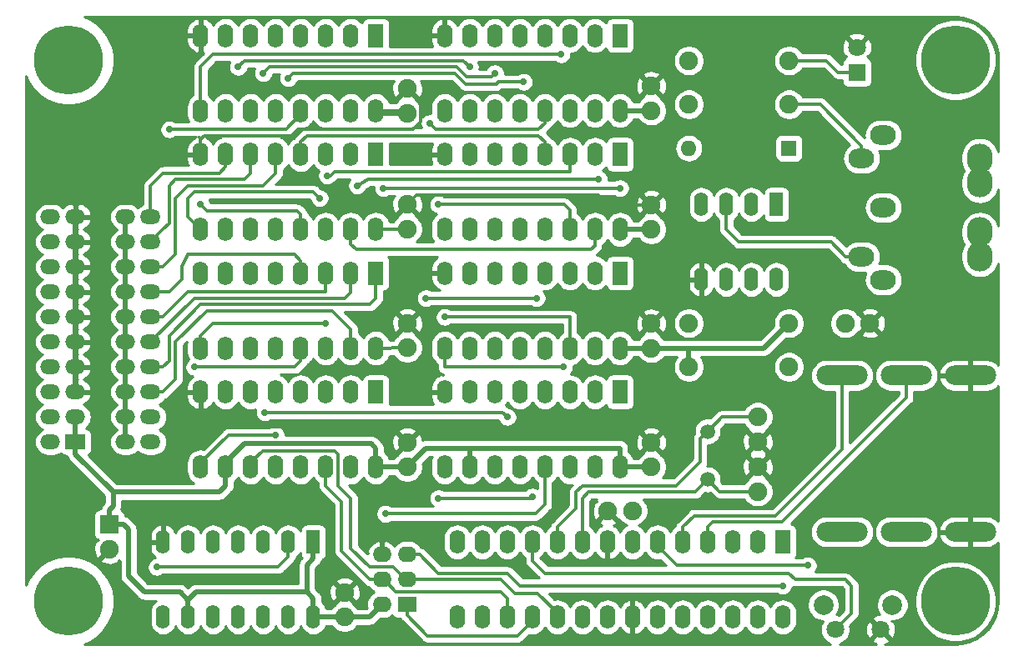
<source format=gbl>
G04 #@! TF.GenerationSoftware,KiCad,Pcbnew,5.1.2-5.1.2*
G04 #@! TF.CreationDate,2019-06-30T11:24:38+01:00*
G04 #@! TF.ProjectId,music4xxx,6d757369-6334-4787-9878-2e6b69636164,rev?*
G04 #@! TF.SameCoordinates,Original*
G04 #@! TF.FileFunction,Copper,L2,Bot*
G04 #@! TF.FilePolarity,Positive*
%FSLAX46Y46*%
G04 Gerber Fmt 4.6, Leading zero omitted, Abs format (unit mm)*
G04 Created by KiCad (PCBNEW 5.1.2-5.1.2) date 2019-06-30 11:24:38*
%MOMM*%
%LPD*%
G04 APERTURE LIST*
%ADD10R,1.900000X1.900000*%
%ADD11C,1.900000*%
%ADD12O,5.200000X2.000000*%
%ADD13O,2.600000X3.000000*%
%ADD14O,2.600000X2.000000*%
%ADD15R,1.600000X2.400000*%
%ADD16O,1.600000X2.400000*%
%ADD17O,1.900000X1.600000*%
%ADD18R,1.900000X1.600000*%
%ADD19C,1.800000*%
%ADD20C,2.000000*%
%ADD21C,1.500000*%
%ADD22R,1.800000X1.800000*%
%ADD23R,2.000000X1.500000*%
%ADD24O,2.000000X1.500000*%
%ADD25O,2.100000X1.500000*%
%ADD26O,1.400000X2.400000*%
%ADD27R,1.400000X2.400000*%
%ADD28C,7.000000*%
%ADD29R,1.600000X1.600000*%
%ADD30O,1.600000X1.600000*%
%ADD31C,0.700000*%
%ADD32C,0.500000*%
%ADD33C,0.300000*%
%ADD34C,0.254000*%
G04 APERTURE END LIST*
D10*
X9144000Y-52197000D03*
D11*
X9144000Y-54697000D03*
D12*
X96500000Y-37050000D03*
X96500000Y-52950000D03*
X83500000Y-37050000D03*
X83500000Y-52950000D03*
X90000000Y-37050000D03*
X90000000Y-52950000D03*
D13*
X97460000Y-15000000D03*
X97460000Y-17500000D03*
X97460000Y-22500000D03*
X97460000Y-25000000D03*
D14*
X87660000Y-20000000D03*
X87660000Y-12650000D03*
X87660000Y-27350000D03*
X85460000Y-15000000D03*
X85460000Y-25000000D03*
D11*
X62230000Y-50800000D03*
X59730000Y-50800000D03*
D15*
X36195000Y-2540000D03*
D16*
X18415000Y-10160000D03*
X33655000Y-2540000D03*
X20955000Y-10160000D03*
X31115000Y-2540000D03*
X23495000Y-10160000D03*
X28575000Y-2540000D03*
X26035000Y-10160000D03*
X26035000Y-2540000D03*
X28575000Y-10160000D03*
X23495000Y-2540000D03*
X31115000Y-10160000D03*
X20955000Y-2540000D03*
X33655000Y-10160000D03*
X18415000Y-2540000D03*
X36195000Y-10160000D03*
X77470000Y-61595000D03*
X44450000Y-53975000D03*
X74930000Y-61595000D03*
X46990000Y-53975000D03*
X72390000Y-61595000D03*
X49530000Y-53975000D03*
X69850000Y-61595000D03*
X52070000Y-53975000D03*
X67310000Y-61595000D03*
X54610000Y-53975000D03*
X64770000Y-61595000D03*
X57150000Y-53975000D03*
X62230000Y-61595000D03*
X59690000Y-53975000D03*
X59690000Y-61595000D03*
X62230000Y-53975000D03*
X57150000Y-61595000D03*
X64770000Y-53975000D03*
X54610000Y-61595000D03*
X67310000Y-53975000D03*
X52070000Y-61595000D03*
X69850000Y-53975000D03*
X49530000Y-61595000D03*
X72390000Y-53975000D03*
X46990000Y-61595000D03*
X74930000Y-53975000D03*
X44450000Y-61595000D03*
D15*
X77470000Y-53975000D03*
D11*
X78105000Y-36195000D03*
X67945000Y-36195000D03*
D17*
X36830000Y-55245000D03*
X39370000Y-55245000D03*
X36830000Y-57785000D03*
X39370000Y-57785000D03*
X36830000Y-60325000D03*
D18*
X39370000Y-60325000D03*
D19*
X87390000Y-62865000D03*
X82790000Y-62865000D03*
D20*
X81590000Y-60365000D03*
X88590000Y-60365000D03*
D21*
X69850000Y-42745000D03*
X69850000Y-47625000D03*
D11*
X67945000Y-31750000D03*
X78105000Y-31750000D03*
X74930000Y-43775000D03*
X74930000Y-41275000D03*
X74930000Y-46355000D03*
X74930000Y-48855000D03*
D19*
X85000000Y-3730000D03*
D22*
X85000000Y-6270000D03*
D23*
X5715000Y-43815000D03*
D24*
X3175000Y-43815000D03*
X5715000Y-41275000D03*
X3175000Y-41275000D03*
X5715000Y-38735000D03*
X3175000Y-38735000D03*
X5715000Y-36195000D03*
X3175000Y-36195000D03*
X5715000Y-33655000D03*
X3175000Y-33655000D03*
X5715000Y-31115000D03*
X3175000Y-31115000D03*
X5715000Y-28575000D03*
X3175000Y-28575000D03*
X5715000Y-26035000D03*
X3175000Y-26035000D03*
X5715000Y-23495000D03*
X3175000Y-23495000D03*
X5715000Y-20955000D03*
X3175000Y-20955000D03*
D15*
X60960000Y-2540000D03*
D16*
X43180000Y-10160000D03*
X58420000Y-2540000D03*
X45720000Y-10160000D03*
X55880000Y-2540000D03*
X48260000Y-10160000D03*
X53340000Y-2540000D03*
X50800000Y-10160000D03*
X50800000Y-2540000D03*
X53340000Y-10160000D03*
X48260000Y-2540000D03*
X55880000Y-10160000D03*
X45720000Y-2540000D03*
X58420000Y-10160000D03*
X43180000Y-2540000D03*
X60960000Y-10160000D03*
D24*
X10795000Y-20955000D03*
D25*
X13335000Y-20955000D03*
D24*
X10795000Y-23495000D03*
D25*
X13335000Y-23495000D03*
D24*
X10795000Y-26035000D03*
D25*
X13335000Y-26035000D03*
D24*
X10795000Y-28575000D03*
D25*
X13335000Y-28575000D03*
D24*
X10795000Y-31115000D03*
D25*
X13335000Y-31115000D03*
D24*
X10795000Y-33655000D03*
D25*
X13335000Y-33655000D03*
D24*
X10795000Y-36195000D03*
D25*
X13335000Y-36195000D03*
D24*
X10795000Y-38735000D03*
D25*
X13335000Y-38735000D03*
D24*
X10795000Y-41275000D03*
D25*
X13335000Y-41275000D03*
D24*
X10795000Y-43815000D03*
D25*
X13335000Y-43815000D03*
D26*
X29845000Y-61595000D03*
X14605000Y-53975000D03*
X27305000Y-61595000D03*
X17145000Y-53975000D03*
X24765000Y-61595000D03*
X19685000Y-53975000D03*
X22225000Y-61595000D03*
X22225000Y-53975000D03*
X19685000Y-61595000D03*
X24765000Y-53975000D03*
X17145000Y-61595000D03*
X27305000Y-53975000D03*
X14605000Y-61595000D03*
D27*
X29845000Y-53975000D03*
D15*
X60960000Y-14605000D03*
D16*
X43180000Y-22225000D03*
X58420000Y-14605000D03*
X45720000Y-22225000D03*
X55880000Y-14605000D03*
X48260000Y-22225000D03*
X53340000Y-14605000D03*
X50800000Y-22225000D03*
X50800000Y-14605000D03*
X53340000Y-22225000D03*
X48260000Y-14605000D03*
X55880000Y-22225000D03*
X45720000Y-14605000D03*
X58420000Y-22225000D03*
X43180000Y-14605000D03*
X60960000Y-22225000D03*
D15*
X60960000Y-38735000D03*
D16*
X43180000Y-46355000D03*
X58420000Y-38735000D03*
X45720000Y-46355000D03*
X55880000Y-38735000D03*
X48260000Y-46355000D03*
X53340000Y-38735000D03*
X50800000Y-46355000D03*
X50800000Y-38735000D03*
X53340000Y-46355000D03*
X48260000Y-38735000D03*
X55880000Y-46355000D03*
X45720000Y-38735000D03*
X58420000Y-46355000D03*
X43180000Y-38735000D03*
X60960000Y-46355000D03*
D15*
X60960000Y-26670000D03*
D16*
X43180000Y-34290000D03*
X58420000Y-26670000D03*
X45720000Y-34290000D03*
X55880000Y-26670000D03*
X48260000Y-34290000D03*
X53340000Y-26670000D03*
X50800000Y-34290000D03*
X50800000Y-26670000D03*
X53340000Y-34290000D03*
X48260000Y-26670000D03*
X55880000Y-34290000D03*
X45720000Y-26670000D03*
X58420000Y-34290000D03*
X43180000Y-26670000D03*
X60960000Y-34290000D03*
D15*
X36195000Y-14605000D03*
D16*
X18415000Y-22225000D03*
X33655000Y-14605000D03*
X20955000Y-22225000D03*
X31115000Y-14605000D03*
X23495000Y-22225000D03*
X28575000Y-14605000D03*
X26035000Y-22225000D03*
X26035000Y-14605000D03*
X28575000Y-22225000D03*
X23495000Y-14605000D03*
X31115000Y-22225000D03*
X20955000Y-14605000D03*
X33655000Y-22225000D03*
X18415000Y-14605000D03*
X36195000Y-22225000D03*
D15*
X36195000Y-26670000D03*
D16*
X18415000Y-34290000D03*
X33655000Y-26670000D03*
X20955000Y-34290000D03*
X31115000Y-26670000D03*
X23495000Y-34290000D03*
X28575000Y-26670000D03*
X26035000Y-34290000D03*
X26035000Y-26670000D03*
X28575000Y-34290000D03*
X23495000Y-26670000D03*
X31115000Y-34290000D03*
X20955000Y-26670000D03*
X33655000Y-34290000D03*
X18415000Y-26670000D03*
X36195000Y-34290000D03*
D15*
X36195000Y-38735000D03*
D16*
X18415000Y-46355000D03*
X33655000Y-38735000D03*
X20955000Y-46355000D03*
X31115000Y-38735000D03*
X23495000Y-46355000D03*
X28575000Y-38735000D03*
X26035000Y-46355000D03*
X26035000Y-38735000D03*
X28575000Y-46355000D03*
X23495000Y-38735000D03*
X31115000Y-46355000D03*
X20955000Y-38735000D03*
X33655000Y-46355000D03*
X18415000Y-38735000D03*
X36195000Y-46355000D03*
D11*
X33020000Y-61595000D03*
X33020000Y-59095000D03*
X64135000Y-34290000D03*
X64135000Y-31790000D03*
X64135000Y-22225000D03*
X64135000Y-19725000D03*
X64135000Y-10160000D03*
X64135000Y-7660000D03*
X39370000Y-22185000D03*
X39370000Y-19685000D03*
X39370000Y-34250000D03*
X39370000Y-31750000D03*
X39370000Y-46355000D03*
X39370000Y-43855000D03*
D28*
X5000000Y-60000000D03*
X5000000Y-5000000D03*
D11*
X39370000Y-10414000D03*
X39370000Y-7914000D03*
X78105000Y-5080000D03*
X67945000Y-5080000D03*
X67945000Y-9525000D03*
X78105000Y-9525000D03*
D27*
X76835000Y-19685000D03*
D26*
X69215000Y-27305000D03*
X74295000Y-19685000D03*
X71755000Y-27305000D03*
X71755000Y-19685000D03*
X74295000Y-27305000D03*
X69215000Y-19685000D03*
X76835000Y-27305000D03*
D29*
X78105000Y-13970000D03*
D30*
X67945000Y-13970000D03*
D11*
X64135000Y-46355000D03*
X64135000Y-43855000D03*
X83820000Y-31750000D03*
X86320000Y-31750000D03*
D28*
X95000000Y-60000000D03*
X95000000Y-5000000D03*
D31*
X31242000Y-16764000D03*
X58801000Y-17145000D03*
X34290000Y-17780000D03*
X27305000Y-6858000D03*
X51181000Y-7239000D03*
X60960000Y-18034000D03*
X36957000Y-18034000D03*
X24765000Y-6350000D03*
X48260000Y-6350000D03*
X45720000Y-5715000D03*
X22225000Y-5715000D03*
X13970000Y-56515000D03*
X37152465Y-51112535D03*
X52070000Y-49364990D03*
X42545000Y-49530000D03*
X52493334Y-29210000D03*
X41275000Y-29210000D03*
X41656000Y-11430000D03*
X15240000Y-12065000D03*
X18415000Y-19685000D03*
X17780000Y-36195000D03*
X49530000Y-41275000D03*
X24923750Y-40798750D03*
X25998572Y-43104977D03*
X31115000Y-31750000D03*
X30480000Y-19050000D03*
X54991000Y-4445000D03*
X42545000Y-19685000D03*
X43180000Y-31115000D03*
X55245000Y-36195000D03*
X80010000Y-56349990D03*
X77470000Y-58420000D03*
D32*
X5715000Y-43815000D02*
X5715000Y-41275000D01*
X10795000Y-43815000D02*
X10795000Y-41275000D01*
X10795000Y-41275000D02*
X10795000Y-38735000D01*
X10795000Y-38735000D02*
X10795000Y-36195000D01*
X10795000Y-36195000D02*
X10795000Y-33655000D01*
X10795000Y-33655000D02*
X10795000Y-31115000D01*
X10795000Y-31115000D02*
X10795000Y-28575000D01*
X10795000Y-28575000D02*
X10795000Y-26035000D01*
X10795000Y-26035000D02*
X10795000Y-23495000D01*
X10795000Y-23495000D02*
X10795000Y-20955000D01*
X29845000Y-61595000D02*
X33020000Y-61595000D01*
X35560000Y-61595000D02*
X36830000Y-60325000D01*
X33020000Y-61595000D02*
X35560000Y-61595000D01*
X39370000Y-46355000D02*
X36195000Y-46355000D01*
D33*
X39370000Y-10160000D02*
X36195000Y-10160000D01*
X39370000Y-22185000D02*
X36195000Y-22225000D01*
X39370000Y-34250000D02*
X36195000Y-34290000D01*
D32*
X20955000Y-46355000D02*
X20955000Y-48260000D01*
X20955000Y-48260000D02*
X20320000Y-48895000D01*
X60960000Y-46355000D02*
X64135000Y-46355000D01*
X45720000Y-44450000D02*
X45720000Y-46355000D01*
X39370000Y-46355000D02*
X41275000Y-44450000D01*
X41275000Y-44450000D02*
X45720000Y-44450000D01*
X64135000Y-34290000D02*
X60960000Y-34290000D01*
X64135000Y-22225000D02*
X60960000Y-22225000D01*
X64135000Y-34290000D02*
X65405000Y-34290000D01*
X64135000Y-10160000D02*
X60960000Y-10160000D01*
X36449000Y-10414000D02*
X36195000Y-10160000D01*
X39370000Y-10414000D02*
X36449000Y-10414000D01*
X45720000Y-44450000D02*
X60960000Y-44450000D01*
X60960000Y-44450000D02*
X60960000Y-46355000D01*
X29210000Y-59055000D02*
X29845000Y-59690000D01*
X17985000Y-59055000D02*
X29210000Y-59055000D01*
X29845000Y-59690000D02*
X29845000Y-61595000D01*
X17145000Y-61595000D02*
X17145000Y-59895000D01*
X17145000Y-59895000D02*
X17985000Y-59055000D01*
X29210000Y-56310000D02*
X29210000Y-59055000D01*
X29845000Y-55675000D02*
X29210000Y-56310000D01*
X29845000Y-53975000D02*
X29845000Y-55675000D01*
X75565000Y-34290000D02*
X78105000Y-31750000D01*
X67945000Y-36195000D02*
X67945000Y-34290000D01*
X65405000Y-34290000D02*
X67945000Y-34290000D01*
X67945000Y-34290000D02*
X75565000Y-34290000D01*
X9545000Y-48895000D02*
X11430000Y-48895000D01*
X5715000Y-45065000D02*
X9545000Y-48895000D01*
X5715000Y-43815000D02*
X5715000Y-45065000D01*
X11430000Y-48895000D02*
X10795000Y-48895000D01*
X9545000Y-50346000D02*
X9545000Y-48895000D01*
X9144000Y-50747000D02*
X9545000Y-50346000D01*
X9144000Y-52197000D02*
X9144000Y-50747000D01*
X9545000Y-48895000D02*
X12065000Y-48895000D01*
X20320000Y-48895000D02*
X12065000Y-48895000D01*
X12065000Y-48895000D02*
X11430000Y-48895000D01*
X10594000Y-52197000D02*
X11102000Y-52705000D01*
X9144000Y-52197000D02*
X10594000Y-52197000D01*
X11102000Y-52705000D02*
X11102000Y-57457000D01*
X11102000Y-57457000D02*
X12700000Y-59055000D01*
X16305000Y-59055000D02*
X17145000Y-59895000D01*
X12700000Y-59055000D02*
X16305000Y-59055000D01*
X36195000Y-44450000D02*
X36195000Y-46355000D01*
X22905021Y-44004979D02*
X35749979Y-44004979D01*
X35749979Y-44004979D02*
X36195000Y-44450000D01*
X20955000Y-46355000D02*
X20955000Y-45955000D01*
X20955000Y-45955000D02*
X22905021Y-44004979D01*
D33*
X40319999Y-18735001D02*
X58740001Y-18735001D01*
X39370000Y-19685000D02*
X40319999Y-18735001D01*
X59730000Y-19725000D02*
X64135000Y-19725000D01*
X58740001Y-18735001D02*
X59730000Y-19725000D01*
D32*
X5715000Y-38735000D02*
X5715000Y-36195000D01*
X5715000Y-36195000D02*
X5715000Y-33655000D01*
X5715000Y-33655000D02*
X5715000Y-31115000D01*
X5715000Y-31115000D02*
X5715000Y-28575000D01*
X5715000Y-26035000D02*
X5715000Y-28575000D01*
X5715000Y-23495000D02*
X5715000Y-26035000D01*
X5715000Y-20955000D02*
X5715000Y-23495000D01*
D33*
X18415000Y-13105000D02*
X18415000Y-14605000D01*
X18820000Y-12700000D02*
X18415000Y-13105000D01*
X40770001Y-11299999D02*
X40005000Y-12065000D01*
X27940000Y-12700000D02*
X18820000Y-12700000D01*
X40770001Y-9314001D02*
X40770001Y-11299999D01*
X40005000Y-12065000D02*
X28575000Y-12065000D01*
X39370000Y-7914000D02*
X40770001Y-9314001D01*
X28575000Y-12065000D02*
X27940000Y-12700000D01*
X39370000Y-43855000D02*
X37819967Y-42304967D01*
X37819967Y-42304967D02*
X19444967Y-42304967D01*
X18415000Y-41275000D02*
X18415000Y-38735000D01*
X19444967Y-42304967D02*
X18415000Y-41275000D01*
X85460000Y-25000000D02*
X83860000Y-25000000D01*
X83860000Y-25000000D02*
X82355000Y-23495000D01*
X71755000Y-22225000D02*
X71755000Y-19685000D01*
X82355000Y-23495000D02*
X73025000Y-23495000D01*
X73025000Y-23495000D02*
X71755000Y-22225000D01*
X78105000Y-5080000D02*
X81915000Y-5080000D01*
X83105000Y-6270000D02*
X85000000Y-6270000D01*
X81915000Y-5080000D02*
X83105000Y-6270000D01*
X13335000Y-31115000D02*
X14605000Y-31115000D01*
X14605000Y-31115000D02*
X17145000Y-28575000D01*
X17145000Y-28575000D02*
X30480000Y-28575000D01*
X30480000Y-28575000D02*
X31115000Y-28575000D01*
X31115000Y-28575000D02*
X31115000Y-26670000D01*
X55880000Y-16383000D02*
X55880000Y-14605000D01*
X31242000Y-16764000D02*
X31623000Y-16764000D01*
X32004000Y-16383000D02*
X55880000Y-16383000D01*
X31623000Y-16764000D02*
X32004000Y-16383000D01*
X13335000Y-28575000D02*
X15240000Y-28575000D01*
X28575000Y-25400000D02*
X28575000Y-26670000D01*
X27940000Y-24765000D02*
X28575000Y-25400000D01*
X17145000Y-24765000D02*
X27940000Y-24765000D01*
X16510000Y-26035000D02*
X17145000Y-24765000D01*
X16510000Y-27305000D02*
X16510000Y-26035000D01*
X15240000Y-28575000D02*
X16510000Y-27305000D01*
X28575000Y-14605000D02*
X28575000Y-13335000D01*
X28575000Y-13335000D02*
X29210000Y-12700000D01*
X29210000Y-12700000D02*
X39624000Y-12700000D01*
X53340000Y-13335000D02*
X53340000Y-14605000D01*
X52705000Y-12700000D02*
X53340000Y-13335000D01*
X44069000Y-12700000D02*
X52705000Y-12700000D01*
X44069000Y-12700000D02*
X39624000Y-12700000D01*
X33655000Y-26670000D02*
X33655000Y-28610000D01*
X17780000Y-29210000D02*
X13335000Y-33655000D01*
X26035000Y-29210000D02*
X17780000Y-29210000D01*
X33055000Y-29210000D02*
X26035000Y-29210000D01*
X33655000Y-28610000D02*
X33055000Y-29210000D01*
X35433000Y-17145000D02*
X58293000Y-17145000D01*
X34290000Y-17780000D02*
X35433000Y-17145000D01*
X58293000Y-17145000D02*
X58801000Y-17145000D01*
X26035000Y-14605000D02*
X26035000Y-16510000D01*
X14605000Y-26035000D02*
X13335000Y-26035000D01*
X15875000Y-24765000D02*
X14605000Y-26035000D01*
X15875000Y-19050000D02*
X15875000Y-19685000D01*
X15875000Y-19685000D02*
X15875000Y-24765000D01*
X26035000Y-16510000D02*
X24765000Y-17780000D01*
X24765000Y-17780000D02*
X17145000Y-17780000D01*
X17145000Y-17780000D02*
X15875000Y-19050000D01*
X15875000Y-19050000D02*
X15875000Y-19685000D01*
X36576000Y-6350000D02*
X36830000Y-6350000D01*
X36830000Y-6350000D02*
X36957000Y-6350000D01*
X36830000Y-6350000D02*
X44169965Y-6350000D01*
X51181000Y-7239000D02*
X48641000Y-7239000D01*
X48437482Y-7442518D02*
X45262482Y-7442518D01*
X48641000Y-7239000D02*
X48437482Y-7442518D01*
X44169965Y-6350000D02*
X45262482Y-7442518D01*
X27813000Y-6350000D02*
X36576000Y-6350000D01*
X27305000Y-6858000D02*
X27813000Y-6350000D01*
X36195000Y-26670000D02*
X36195000Y-29210000D01*
X14605000Y-36195000D02*
X13335000Y-36195000D01*
X15240000Y-35560000D02*
X14605000Y-36195000D01*
X15240000Y-34290000D02*
X15240000Y-35560000D01*
X36195000Y-29210000D02*
X35560000Y-29845000D01*
X35560000Y-29845000D02*
X18415000Y-29845000D01*
X15240000Y-33020000D02*
X15240000Y-34290000D01*
X18415000Y-29845000D02*
X15240000Y-33020000D01*
X58039000Y-18034000D02*
X60960000Y-18034000D01*
X36957000Y-18034000D02*
X40259000Y-18034000D01*
X40259000Y-18034000D02*
X58039000Y-18034000D01*
X13335000Y-23495000D02*
X14605000Y-22225000D01*
X14605000Y-22225000D02*
X15240000Y-21590000D01*
X15240000Y-21590000D02*
X15240000Y-20320000D01*
X23495000Y-16510000D02*
X23495000Y-14605000D01*
X15240000Y-20955000D02*
X15240000Y-20320000D01*
X15240000Y-17780000D02*
X15240000Y-20955000D01*
X15240000Y-17780000D02*
X15875000Y-17145000D01*
X22860000Y-17145000D02*
X23495000Y-16510000D01*
X15875000Y-17145000D02*
X22860000Y-17145000D01*
X23495000Y-16510000D02*
X23495000Y-14605000D01*
X47910001Y-6699999D02*
X48260000Y-6350000D01*
X25400000Y-5715000D02*
X44383508Y-5715000D01*
X44383508Y-5715000D02*
X45368507Y-6699999D01*
X45368507Y-6699999D02*
X47910001Y-6699999D01*
X24765000Y-6350000D02*
X25400000Y-5715000D01*
X13335000Y-38735000D02*
X14605000Y-38735000D01*
X15875000Y-33655000D02*
X15875000Y-34925000D01*
X19050000Y-30480000D02*
X15875000Y-33655000D01*
X31750000Y-30480000D02*
X19050000Y-30480000D01*
X33655000Y-32350000D02*
X31750000Y-30480000D01*
X14605000Y-38735000D02*
X15875000Y-37465000D01*
X15875000Y-37465000D02*
X15875000Y-34925000D01*
X33655000Y-34290000D02*
X33655000Y-32350000D01*
X33655000Y-23725000D02*
X34187000Y-24257000D01*
X33655000Y-22225000D02*
X33655000Y-23725000D01*
X34187000Y-24257000D02*
X58039000Y-24257000D01*
X58420000Y-23876000D02*
X58420000Y-22225000D01*
X58039000Y-24257000D02*
X58420000Y-23876000D01*
X20955000Y-14605000D02*
X20955000Y-15875000D01*
X13335000Y-17780000D02*
X13335000Y-20955000D01*
X14605000Y-16510000D02*
X13335000Y-17780000D01*
X14605000Y-16510000D02*
X20320000Y-16510000D01*
X20320000Y-16510000D02*
X20955000Y-15875000D01*
X20955000Y-15875000D02*
X20955000Y-14605000D01*
X22225000Y-5715000D02*
X22860000Y-5080000D01*
X45085000Y-5080000D02*
X45720000Y-5715000D01*
X22860000Y-5080000D02*
X45085000Y-5080000D01*
X78105000Y-9525000D02*
X81285000Y-9525000D01*
X85460000Y-13700000D02*
X85460000Y-15000000D01*
X81285000Y-9525000D02*
X85460000Y-13700000D01*
X27305000Y-55475000D02*
X26265000Y-56515000D01*
X27305000Y-53975000D02*
X27305000Y-55475000D01*
X26265000Y-56515000D02*
X13970000Y-56515000D01*
X37152465Y-51112535D02*
X52392465Y-51112535D01*
X53340000Y-50165000D02*
X53340000Y-46355000D01*
X52392465Y-51112535D02*
X53340000Y-50165000D01*
X42545000Y-49530000D02*
X51904990Y-49530000D01*
X51904990Y-49530000D02*
X52070000Y-49364990D01*
X41275000Y-29210000D02*
X44450000Y-29210000D01*
X52493334Y-29210000D02*
X44450000Y-29210000D01*
X53340000Y-10160000D02*
X53340000Y-11430000D01*
X43942000Y-12065000D02*
X52705000Y-12065000D01*
X42291000Y-12065000D02*
X41656000Y-11430000D01*
X42291000Y-12065000D02*
X43942000Y-12065000D01*
X53340000Y-11430000D02*
X52705000Y-12065000D01*
X28575000Y-10560000D02*
X27070000Y-12065000D01*
X28575000Y-10160000D02*
X28575000Y-10560000D01*
X21590000Y-12065000D02*
X15240000Y-12065000D01*
X27070000Y-12065000D02*
X21590000Y-12065000D01*
X19050000Y-20320000D02*
X18415000Y-19685000D01*
X28170000Y-20320000D02*
X19050000Y-20320000D01*
X28575000Y-22225000D02*
X28575000Y-20725000D01*
X28575000Y-20725000D02*
X28170000Y-20320000D01*
X17780000Y-36195000D02*
X27975000Y-36195000D01*
X27975000Y-36195000D02*
X28575000Y-35595000D01*
X28575000Y-35595000D02*
X28575000Y-34290000D01*
X49053750Y-40798750D02*
X49530000Y-41275000D01*
X24923750Y-40798750D02*
X49053750Y-40798750D01*
X21265023Y-43104977D02*
X25503598Y-43104977D01*
X25503598Y-43104977D02*
X25998572Y-43104977D01*
X18415000Y-45955000D02*
X21265023Y-43104977D01*
X18415000Y-46355000D02*
X18415000Y-45955000D01*
X18415000Y-34290000D02*
X18415000Y-33020000D01*
X19685000Y-31750000D02*
X31115000Y-31750000D01*
X18415000Y-33020000D02*
X19685000Y-31750000D01*
X17145000Y-20955000D02*
X18415000Y-22225000D01*
X17145000Y-19050000D02*
X17145000Y-20955000D01*
X17780000Y-18415000D02*
X17145000Y-19050000D01*
X28575000Y-18415000D02*
X29845000Y-18415000D01*
X28575000Y-18415000D02*
X17780000Y-18415000D01*
X29845000Y-18415000D02*
X30480000Y-19050000D01*
X21590000Y-4445000D02*
X19685000Y-4445000D01*
X21590000Y-4445000D02*
X54991000Y-4445000D01*
X19685000Y-4445000D02*
X18415000Y-5715000D01*
X18415000Y-5715000D02*
X18415000Y-10160000D01*
X55880000Y-20285000D02*
X55880000Y-22225000D01*
X55280000Y-19685000D02*
X55880000Y-20285000D01*
X42545000Y-19685000D02*
X55280000Y-19685000D01*
X55880000Y-32385000D02*
X55880000Y-34290000D01*
X43180000Y-31115000D02*
X55880000Y-31115000D01*
X55880000Y-31115000D02*
X55880000Y-32385000D01*
X55245000Y-36195000D02*
X43180000Y-36195000D01*
X43180000Y-36195000D02*
X43180000Y-34290000D01*
X76736458Y-51320000D02*
X83500000Y-44556458D01*
X83500000Y-44556458D02*
X83500000Y-37050000D01*
X68465000Y-51320000D02*
X76736458Y-51320000D01*
X67310000Y-52475000D02*
X68465000Y-51320000D01*
X67310000Y-53975000D02*
X67310000Y-52475000D01*
X77355000Y-51955000D02*
X90000000Y-39310000D01*
X70370000Y-51955000D02*
X77355000Y-51955000D01*
X69850000Y-53975000D02*
X69850000Y-52475000D01*
X90000000Y-39310000D02*
X90000000Y-37050000D01*
X69850000Y-52475000D02*
X70370000Y-51955000D01*
X64770000Y-54375000D02*
X64770000Y-53975000D01*
X66744990Y-56349990D02*
X64770000Y-54375000D01*
X80010000Y-56349990D02*
X66744990Y-56349990D01*
X68580000Y-48895000D02*
X57785000Y-48895000D01*
X68580000Y-48895000D02*
X69850000Y-47625000D01*
X57150000Y-49530000D02*
X57150000Y-51435000D01*
X57785000Y-48895000D02*
X57150000Y-49530000D01*
X57150000Y-51435000D02*
X57150000Y-53975000D01*
X71080000Y-48855000D02*
X69850000Y-47625000D01*
X74930000Y-48855000D02*
X71080000Y-48855000D01*
X69100001Y-45834999D02*
X66675000Y-48260000D01*
X69850000Y-42745000D02*
X69100001Y-43494999D01*
X69100001Y-43494999D02*
X69100001Y-45834999D01*
X54610000Y-52475000D02*
X56515000Y-50570000D01*
X54610000Y-53975000D02*
X54610000Y-52475000D01*
X56515000Y-50570000D02*
X56515000Y-48895000D01*
X56515000Y-48895000D02*
X57150000Y-48260000D01*
X66675000Y-48260000D02*
X57150000Y-48260000D01*
X71320000Y-41275000D02*
X69850000Y-42745000D01*
X74930000Y-41275000D02*
X71320000Y-41275000D01*
X24745010Y-44704990D02*
X32004990Y-44704990D01*
X35579990Y-56534990D02*
X37969990Y-56534990D01*
X39220000Y-57785000D02*
X39370000Y-57785000D01*
X37969990Y-56534990D02*
X39220000Y-57785000D01*
X32004990Y-44704990D02*
X32385000Y-45085000D01*
X23495000Y-45955000D02*
X24745010Y-44704990D01*
X23495000Y-46355000D02*
X23495000Y-45955000D01*
X39370000Y-57785000D02*
X47625000Y-57785000D01*
X54610000Y-61595000D02*
X54610000Y-61195000D01*
X52587500Y-59172500D02*
X50282500Y-59172500D01*
X48895000Y-57785000D02*
X47625000Y-57785000D01*
X50282500Y-59172500D02*
X48895000Y-57785000D01*
X54610000Y-61195000D02*
X52587500Y-59172500D01*
X33655000Y-49530000D02*
X32385000Y-48260000D01*
X33655000Y-54610000D02*
X33655000Y-49530000D01*
X32385000Y-45085000D02*
X32385000Y-48260000D01*
X33655000Y-54610000D02*
X35579990Y-56534990D01*
X49530000Y-59690000D02*
X49530000Y-61595000D01*
X48875010Y-59035010D02*
X49530000Y-59690000D01*
X38230010Y-59035010D02*
X48875010Y-59035010D01*
X36830000Y-57785000D02*
X36980000Y-57785000D01*
X36980000Y-57785000D02*
X38230010Y-59035010D01*
X35580000Y-57785000D02*
X36830000Y-57785000D01*
X32712500Y-54917500D02*
X32712500Y-49857500D01*
X32712500Y-54917500D02*
X35580000Y-57785000D01*
X31115000Y-48260000D02*
X31115000Y-46355000D01*
X32712500Y-49857500D02*
X31115000Y-48260000D01*
X39370000Y-61425000D02*
X41445000Y-63500000D01*
X39370000Y-60325000D02*
X39370000Y-61425000D01*
X52070000Y-61995000D02*
X52070000Y-61595000D01*
X50565000Y-63500000D02*
X52070000Y-61995000D01*
X41445000Y-63500000D02*
X50565000Y-63500000D01*
X40620000Y-55245000D02*
X42525000Y-57150000D01*
X39370000Y-55245000D02*
X40620000Y-55245000D01*
X49530000Y-57150000D02*
X50800000Y-58420000D01*
X42525000Y-57150000D02*
X49530000Y-57150000D01*
X50800000Y-58420000D02*
X55245000Y-58420000D01*
X77470000Y-58420000D02*
X55245000Y-58420000D01*
X84455000Y-58420000D02*
X84455000Y-61200000D01*
X52070000Y-53975000D02*
X52070000Y-55880000D01*
X78740000Y-57785000D02*
X83820000Y-57785000D01*
X52070000Y-55880000D02*
X53340000Y-57150000D01*
X84455000Y-61200000D02*
X82790000Y-62865000D01*
X53340000Y-57150000D02*
X78105000Y-57150000D01*
X78105000Y-57150000D02*
X78740000Y-57785000D01*
X83820000Y-57785000D02*
X84455000Y-58420000D01*
D34*
G36*
X95768083Y-731173D02*
G01*
X96511891Y-934656D01*
X97207905Y-1266638D01*
X97834130Y-1716626D01*
X98370777Y-2270403D01*
X98800871Y-2910451D01*
X99110829Y-3616553D01*
X99292065Y-4371457D01*
X99340000Y-5024207D01*
X99340000Y-14331662D01*
X99256356Y-14055925D01*
X99076678Y-13719770D01*
X98834872Y-13425128D01*
X98540230Y-13183322D01*
X98204075Y-13003644D01*
X97839326Y-12892998D01*
X97460000Y-12855638D01*
X97080675Y-12892998D01*
X96715926Y-13003644D01*
X96379771Y-13183322D01*
X96085128Y-13425128D01*
X95843322Y-13719770D01*
X95663644Y-14055925D01*
X95552998Y-14420674D01*
X95525000Y-14704945D01*
X95525000Y-15295054D01*
X95552998Y-15579325D01*
X95663644Y-15944074D01*
X95827164Y-16250000D01*
X95663644Y-16555925D01*
X95552998Y-16920674D01*
X95525000Y-17204945D01*
X95525000Y-17795054D01*
X95552998Y-18079325D01*
X95663644Y-18444074D01*
X95843322Y-18780230D01*
X96085128Y-19074872D01*
X96379770Y-19316678D01*
X96715925Y-19496356D01*
X97080674Y-19607002D01*
X97460000Y-19644362D01*
X97839325Y-19607002D01*
X98204074Y-19496356D01*
X98540230Y-19316678D01*
X98834872Y-19074872D01*
X99076678Y-18780230D01*
X99256356Y-18444075D01*
X99340000Y-18168338D01*
X99340000Y-21831663D01*
X99256356Y-21555925D01*
X99076678Y-21219770D01*
X98834872Y-20925128D01*
X98540230Y-20683322D01*
X98204075Y-20503644D01*
X97839326Y-20392998D01*
X97460000Y-20355638D01*
X97080675Y-20392998D01*
X96715926Y-20503644D01*
X96379771Y-20683322D01*
X96085128Y-20925128D01*
X95843322Y-21219770D01*
X95663644Y-21555925D01*
X95552998Y-21920674D01*
X95525000Y-22204945D01*
X95525000Y-22795054D01*
X95552998Y-23079325D01*
X95663644Y-23444074D01*
X95827164Y-23750000D01*
X95663644Y-24055925D01*
X95552998Y-24420674D01*
X95525000Y-24704945D01*
X95525000Y-25295054D01*
X95552998Y-25579325D01*
X95663644Y-25944074D01*
X95843322Y-26280230D01*
X96085128Y-26574872D01*
X96379770Y-26816678D01*
X96715925Y-26996356D01*
X97080674Y-27107002D01*
X97460000Y-27144362D01*
X97839325Y-27107002D01*
X98204074Y-26996356D01*
X98540230Y-26816678D01*
X98834872Y-26574872D01*
X99076678Y-26280230D01*
X99256356Y-25944075D01*
X99340000Y-25668338D01*
X99340001Y-35978001D01*
X99113954Y-35761105D01*
X98843020Y-35588058D01*
X98543532Y-35471193D01*
X98227000Y-35415000D01*
X96627000Y-35415000D01*
X96627000Y-36923000D01*
X96647000Y-36923000D01*
X96647000Y-37177000D01*
X96627000Y-37177000D01*
X96627000Y-38685000D01*
X98227000Y-38685000D01*
X98543532Y-38628807D01*
X98843020Y-38511942D01*
X99113954Y-38338895D01*
X99340001Y-38121999D01*
X99340001Y-51878002D01*
X99113954Y-51661105D01*
X98843020Y-51488058D01*
X98543532Y-51371193D01*
X98227000Y-51315000D01*
X96627000Y-51315000D01*
X96627000Y-52823000D01*
X96647000Y-52823000D01*
X96647000Y-53077000D01*
X96627000Y-53077000D01*
X96627000Y-54585000D01*
X98227000Y-54585000D01*
X98543532Y-54528807D01*
X98843020Y-54411942D01*
X99113954Y-54238895D01*
X99340001Y-54021998D01*
X99340001Y-59970597D01*
X99268827Y-60768083D01*
X99065344Y-61511890D01*
X98733363Y-62207904D01*
X98283374Y-62834130D01*
X97729597Y-63370777D01*
X97089549Y-63800871D01*
X96383447Y-64110829D01*
X95628543Y-64292065D01*
X94975793Y-64340000D01*
X87822540Y-64340000D01*
X88041199Y-64263222D01*
X88190792Y-64183261D01*
X88274475Y-63929080D01*
X87390000Y-63044605D01*
X86505525Y-63929080D01*
X86589208Y-64183261D01*
X86861775Y-64314158D01*
X86962408Y-64340000D01*
X83240184Y-64340000D01*
X83517095Y-64225299D01*
X83768505Y-64057312D01*
X83982312Y-63843505D01*
X84150299Y-63592095D01*
X84266011Y-63312743D01*
X84325000Y-63016184D01*
X84325000Y-62931553D01*
X85849009Y-62931553D01*
X85891603Y-63230907D01*
X85991778Y-63516199D01*
X86071739Y-63665792D01*
X86325920Y-63749475D01*
X87210395Y-62865000D01*
X86325920Y-61980525D01*
X86071739Y-62064208D01*
X85940842Y-62336775D01*
X85865635Y-62629642D01*
X85849009Y-62931553D01*
X84325000Y-62931553D01*
X84325000Y-62713816D01*
X84279597Y-62485560D01*
X84964237Y-61800920D01*
X86505525Y-61800920D01*
X87390000Y-62685395D01*
X87404143Y-62671253D01*
X87583748Y-62850858D01*
X87569605Y-62865000D01*
X88454080Y-63749475D01*
X88708261Y-63665792D01*
X88839158Y-63393225D01*
X88914365Y-63100358D01*
X88930991Y-62798447D01*
X88888397Y-62499093D01*
X88788222Y-62213801D01*
X88708261Y-62064208D01*
X88513234Y-62000000D01*
X88751033Y-62000000D01*
X89066912Y-61937168D01*
X89364463Y-61813918D01*
X89632252Y-61634987D01*
X89859987Y-61407252D01*
X90038918Y-61139463D01*
X90162168Y-60841912D01*
X90225000Y-60526033D01*
X90225000Y-60203967D01*
X90162168Y-59888088D01*
X90039830Y-59592738D01*
X90865000Y-59592738D01*
X90865000Y-60407262D01*
X91023906Y-61206135D01*
X91335611Y-61958657D01*
X91788136Y-62635909D01*
X92364091Y-63211864D01*
X93041343Y-63664389D01*
X93793865Y-63976094D01*
X94592738Y-64135000D01*
X95407262Y-64135000D01*
X96206135Y-63976094D01*
X96958657Y-63664389D01*
X97635909Y-63211864D01*
X98211864Y-62635909D01*
X98664389Y-61958657D01*
X98976094Y-61206135D01*
X99135000Y-60407262D01*
X99135000Y-59592738D01*
X98976094Y-58793865D01*
X98664389Y-58041343D01*
X98211864Y-57364091D01*
X97635909Y-56788136D01*
X96958657Y-56335611D01*
X96206135Y-56023906D01*
X95407262Y-55865000D01*
X94592738Y-55865000D01*
X93793865Y-56023906D01*
X93041343Y-56335611D01*
X92364091Y-56788136D01*
X91788136Y-57364091D01*
X91335611Y-58041343D01*
X91023906Y-58793865D01*
X90865000Y-59592738D01*
X90039830Y-59592738D01*
X90038918Y-59590537D01*
X89859987Y-59322748D01*
X89632252Y-59095013D01*
X89364463Y-58916082D01*
X89066912Y-58792832D01*
X88751033Y-58730000D01*
X88428967Y-58730000D01*
X88113088Y-58792832D01*
X87815537Y-58916082D01*
X87547748Y-59095013D01*
X87320013Y-59322748D01*
X87141082Y-59590537D01*
X87017832Y-59888088D01*
X86955000Y-60203967D01*
X86955000Y-60526033D01*
X87017832Y-60841912D01*
X87141082Y-61139463D01*
X87269519Y-61331682D01*
X87024093Y-61366603D01*
X86738801Y-61466778D01*
X86589208Y-61546739D01*
X86505525Y-61800920D01*
X84964237Y-61800920D01*
X84982810Y-61782347D01*
X85012764Y-61757764D01*
X85110862Y-61638233D01*
X85183754Y-61501860D01*
X85192839Y-61471911D01*
X85228642Y-61353887D01*
X85237861Y-61260274D01*
X85240000Y-61238561D01*
X85240000Y-61238556D01*
X85243797Y-61200000D01*
X85240000Y-61161444D01*
X85240000Y-58458556D01*
X85243797Y-58420000D01*
X85240000Y-58381440D01*
X85240000Y-58381439D01*
X85234243Y-58322986D01*
X85228642Y-58266113D01*
X85183754Y-58118140D01*
X85110862Y-57981767D01*
X85012764Y-57862236D01*
X84982811Y-57837654D01*
X84402345Y-57257188D01*
X84377764Y-57227236D01*
X84258233Y-57129138D01*
X84121860Y-57056246D01*
X83973887Y-57011359D01*
X83858561Y-57000000D01*
X83858553Y-57000000D01*
X83820000Y-56996203D01*
X83781447Y-57000000D01*
X80752990Y-57000000D01*
X80775099Y-56977891D01*
X80882896Y-56816562D01*
X80957147Y-56637304D01*
X80995000Y-56447004D01*
X80995000Y-56252976D01*
X80957147Y-56062676D01*
X80882896Y-55883418D01*
X80775099Y-55722089D01*
X80637901Y-55584891D01*
X80476572Y-55477094D01*
X80297314Y-55402843D01*
X80107014Y-55364990D01*
X79912986Y-55364990D01*
X79722686Y-55402843D01*
X79543428Y-55477094D01*
X79411883Y-55564990D01*
X78771406Y-55564990D01*
X78800537Y-55529494D01*
X78859502Y-55419180D01*
X78895812Y-55299482D01*
X78908072Y-55175000D01*
X78908072Y-52950000D01*
X80257089Y-52950000D01*
X80288657Y-53270516D01*
X80382148Y-53578715D01*
X80533969Y-53862752D01*
X80738286Y-54111714D01*
X80987248Y-54316031D01*
X81271285Y-54467852D01*
X81579484Y-54561343D01*
X81819678Y-54585000D01*
X85180322Y-54585000D01*
X85420516Y-54561343D01*
X85728715Y-54467852D01*
X86012752Y-54316031D01*
X86261714Y-54111714D01*
X86466031Y-53862752D01*
X86617852Y-53578715D01*
X86711343Y-53270516D01*
X86742911Y-52950000D01*
X86757089Y-52950000D01*
X86788657Y-53270516D01*
X86882148Y-53578715D01*
X87033969Y-53862752D01*
X87238286Y-54111714D01*
X87487248Y-54316031D01*
X87771285Y-54467852D01*
X88079484Y-54561343D01*
X88319678Y-54585000D01*
X91680322Y-54585000D01*
X91920516Y-54561343D01*
X92228715Y-54467852D01*
X92512752Y-54316031D01*
X92761714Y-54111714D01*
X92966031Y-53862752D01*
X93117852Y-53578715D01*
X93193167Y-53330434D01*
X93309876Y-53330434D01*
X93340856Y-53458355D01*
X93469990Y-53752761D01*
X93654078Y-54016317D01*
X93886046Y-54238895D01*
X94156980Y-54411942D01*
X94456468Y-54528807D01*
X94773000Y-54585000D01*
X96373000Y-54585000D01*
X96373000Y-53077000D01*
X93429223Y-53077000D01*
X93309876Y-53330434D01*
X93193167Y-53330434D01*
X93211343Y-53270516D01*
X93242911Y-52950000D01*
X93211343Y-52629484D01*
X93193168Y-52569566D01*
X93309876Y-52569566D01*
X93429223Y-52823000D01*
X96373000Y-52823000D01*
X96373000Y-51315000D01*
X94773000Y-51315000D01*
X94456468Y-51371193D01*
X94156980Y-51488058D01*
X93886046Y-51661105D01*
X93654078Y-51883683D01*
X93469990Y-52147239D01*
X93340856Y-52441645D01*
X93309876Y-52569566D01*
X93193168Y-52569566D01*
X93117852Y-52321285D01*
X92966031Y-52037248D01*
X92761714Y-51788286D01*
X92512752Y-51583969D01*
X92228715Y-51432148D01*
X91920516Y-51338657D01*
X91680322Y-51315000D01*
X88319678Y-51315000D01*
X88079484Y-51338657D01*
X87771285Y-51432148D01*
X87487248Y-51583969D01*
X87238286Y-51788286D01*
X87033969Y-52037248D01*
X86882148Y-52321285D01*
X86788657Y-52629484D01*
X86757089Y-52950000D01*
X86742911Y-52950000D01*
X86711343Y-52629484D01*
X86617852Y-52321285D01*
X86466031Y-52037248D01*
X86261714Y-51788286D01*
X86012752Y-51583969D01*
X85728715Y-51432148D01*
X85420516Y-51338657D01*
X85180322Y-51315000D01*
X81819678Y-51315000D01*
X81579484Y-51338657D01*
X81271285Y-51432148D01*
X80987248Y-51583969D01*
X80738286Y-51788286D01*
X80533969Y-52037248D01*
X80382148Y-52321285D01*
X80288657Y-52629484D01*
X80257089Y-52950000D01*
X78908072Y-52950000D01*
X78908072Y-52775000D01*
X78895812Y-52650518D01*
X78859502Y-52530820D01*
X78800537Y-52420506D01*
X78721185Y-52323815D01*
X78624494Y-52244463D01*
X78514180Y-52185498D01*
X78394482Y-52149188D01*
X78282043Y-52138114D01*
X90527817Y-39892341D01*
X90557764Y-39867764D01*
X90655862Y-39748233D01*
X90728754Y-39611860D01*
X90773641Y-39463887D01*
X90785000Y-39348561D01*
X90785000Y-39348554D01*
X90788797Y-39310001D01*
X90785000Y-39271448D01*
X90785000Y-38685000D01*
X91680322Y-38685000D01*
X91920516Y-38661343D01*
X92228715Y-38567852D01*
X92512752Y-38416031D01*
X92761714Y-38211714D01*
X92966031Y-37962752D01*
X93117852Y-37678715D01*
X93193167Y-37430434D01*
X93309876Y-37430434D01*
X93340856Y-37558355D01*
X93469990Y-37852761D01*
X93654078Y-38116317D01*
X93886046Y-38338895D01*
X94156980Y-38511942D01*
X94456468Y-38628807D01*
X94773000Y-38685000D01*
X96373000Y-38685000D01*
X96373000Y-37177000D01*
X93429223Y-37177000D01*
X93309876Y-37430434D01*
X93193167Y-37430434D01*
X93211343Y-37370516D01*
X93242911Y-37050000D01*
X93211343Y-36729484D01*
X93193168Y-36669566D01*
X93309876Y-36669566D01*
X93429223Y-36923000D01*
X96373000Y-36923000D01*
X96373000Y-35415000D01*
X94773000Y-35415000D01*
X94456468Y-35471193D01*
X94156980Y-35588058D01*
X93886046Y-35761105D01*
X93654078Y-35983683D01*
X93469990Y-36247239D01*
X93340856Y-36541645D01*
X93309876Y-36669566D01*
X93193168Y-36669566D01*
X93117852Y-36421285D01*
X92966031Y-36137248D01*
X92761714Y-35888286D01*
X92512752Y-35683969D01*
X92228715Y-35532148D01*
X91920516Y-35438657D01*
X91680322Y-35415000D01*
X88319678Y-35415000D01*
X88079484Y-35438657D01*
X87771285Y-35532148D01*
X87487248Y-35683969D01*
X87238286Y-35888286D01*
X87033969Y-36137248D01*
X86882148Y-36421285D01*
X86788657Y-36729484D01*
X86757089Y-37050000D01*
X86788657Y-37370516D01*
X86882148Y-37678715D01*
X87033969Y-37962752D01*
X87238286Y-38211714D01*
X87487248Y-38416031D01*
X87771285Y-38567852D01*
X88079484Y-38661343D01*
X88319678Y-38685000D01*
X89215000Y-38685000D01*
X89215000Y-38984842D01*
X84285000Y-43914842D01*
X84285000Y-38685000D01*
X85180322Y-38685000D01*
X85420516Y-38661343D01*
X85728715Y-38567852D01*
X86012752Y-38416031D01*
X86261714Y-38211714D01*
X86466031Y-37962752D01*
X86617852Y-37678715D01*
X86711343Y-37370516D01*
X86742911Y-37050000D01*
X86711343Y-36729484D01*
X86617852Y-36421285D01*
X86466031Y-36137248D01*
X86261714Y-35888286D01*
X86012752Y-35683969D01*
X85728715Y-35532148D01*
X85420516Y-35438657D01*
X85180322Y-35415000D01*
X81819678Y-35415000D01*
X81579484Y-35438657D01*
X81271285Y-35532148D01*
X80987248Y-35683969D01*
X80738286Y-35888286D01*
X80533969Y-36137248D01*
X80382148Y-36421285D01*
X80288657Y-36729484D01*
X80257089Y-37050000D01*
X80288657Y-37370516D01*
X80382148Y-37678715D01*
X80533969Y-37962752D01*
X80738286Y-38211714D01*
X80987248Y-38416031D01*
X81271285Y-38567852D01*
X81579484Y-38661343D01*
X81819678Y-38685000D01*
X82715001Y-38685000D01*
X82715000Y-44231301D01*
X76411301Y-50535000D01*
X68503556Y-50535000D01*
X68465000Y-50531203D01*
X68426444Y-50535000D01*
X68426439Y-50535000D01*
X68386026Y-50538980D01*
X68311113Y-50546358D01*
X68179596Y-50586254D01*
X68163140Y-50591246D01*
X68026767Y-50664138D01*
X67907236Y-50762236D01*
X67882655Y-50792188D01*
X66782185Y-51892658D01*
X66752237Y-51917236D01*
X66727659Y-51947184D01*
X66727655Y-51947188D01*
X66712554Y-51965589D01*
X66654139Y-52036767D01*
X66653882Y-52037248D01*
X66581246Y-52173141D01*
X66536359Y-52321114D01*
X66532172Y-52363629D01*
X66508900Y-52376068D01*
X66290393Y-52555392D01*
X66111068Y-52773899D01*
X66040000Y-52906858D01*
X65968932Y-52773899D01*
X65789608Y-52555392D01*
X65571101Y-52376068D01*
X65321808Y-52242818D01*
X65051309Y-52160764D01*
X64770000Y-52133057D01*
X64488692Y-52160764D01*
X64218193Y-52242818D01*
X63968900Y-52376068D01*
X63750393Y-52555392D01*
X63571068Y-52773899D01*
X63500000Y-52906858D01*
X63428932Y-52773899D01*
X63249608Y-52555392D01*
X63031101Y-52376068D01*
X62828404Y-52267724D01*
X62980779Y-52204609D01*
X63240379Y-52031150D01*
X63461150Y-51810379D01*
X63634609Y-51550779D01*
X63754089Y-51262327D01*
X63815000Y-50956109D01*
X63815000Y-50643891D01*
X63754089Y-50337673D01*
X63634609Y-50049221D01*
X63461150Y-49789621D01*
X63351529Y-49680000D01*
X68541447Y-49680000D01*
X68580000Y-49683797D01*
X68618553Y-49680000D01*
X68618561Y-49680000D01*
X68733887Y-49668641D01*
X68881860Y-49623754D01*
X69018233Y-49550862D01*
X69137764Y-49452764D01*
X69162347Y-49422810D01*
X69598125Y-48987033D01*
X69713589Y-49010000D01*
X69986411Y-49010000D01*
X70101875Y-48987032D01*
X70497653Y-49382810D01*
X70522236Y-49412764D01*
X70641767Y-49510862D01*
X70776084Y-49582655D01*
X70778140Y-49583754D01*
X70926113Y-49628642D01*
X71001026Y-49636020D01*
X71041439Y-49640000D01*
X71041444Y-49640000D01*
X71080000Y-49643797D01*
X71118556Y-49640000D01*
X73548257Y-49640000D01*
X73698850Y-49865379D01*
X73919621Y-50086150D01*
X74179221Y-50259609D01*
X74467673Y-50379089D01*
X74773891Y-50440000D01*
X75086109Y-50440000D01*
X75392327Y-50379089D01*
X75680779Y-50259609D01*
X75940379Y-50086150D01*
X76161150Y-49865379D01*
X76334609Y-49605779D01*
X76454089Y-49317327D01*
X76515000Y-49011109D01*
X76515000Y-48698891D01*
X76454089Y-48392673D01*
X76334609Y-48104221D01*
X76161150Y-47844621D01*
X75940379Y-47623850D01*
X75819566Y-47543125D01*
X75850147Y-47454752D01*
X74930000Y-46534605D01*
X74009853Y-47454752D01*
X74040434Y-47543125D01*
X73919621Y-47623850D01*
X73698850Y-47844621D01*
X73548257Y-48070000D01*
X71405157Y-48070000D01*
X71212032Y-47876875D01*
X71235000Y-47761411D01*
X71235000Y-47488589D01*
X71181775Y-47221011D01*
X71077371Y-46968957D01*
X70925799Y-46742114D01*
X70732886Y-46549201D01*
X70538885Y-46419573D01*
X73338641Y-46419573D01*
X73381816Y-46728791D01*
X73484487Y-47023644D01*
X73570958Y-47185421D01*
X73830248Y-47275147D01*
X74750395Y-46355000D01*
X75109605Y-46355000D01*
X76029752Y-47275147D01*
X76289042Y-47185421D01*
X76424935Y-46904329D01*
X76503379Y-46602127D01*
X76521359Y-46290427D01*
X76478184Y-45981209D01*
X76375513Y-45686356D01*
X76289042Y-45524579D01*
X76029752Y-45434853D01*
X75109605Y-46355000D01*
X74750395Y-46355000D01*
X73830248Y-45434853D01*
X73570958Y-45524579D01*
X73435065Y-45805671D01*
X73356621Y-46107873D01*
X73338641Y-46419573D01*
X70538885Y-46419573D01*
X70506043Y-46397629D01*
X70253989Y-46293225D01*
X69986411Y-46240000D01*
X69773626Y-46240000D01*
X69828755Y-46136859D01*
X69873642Y-45988886D01*
X69885001Y-45873560D01*
X69885001Y-45873553D01*
X69888798Y-45835000D01*
X69885001Y-45796447D01*
X69885001Y-44874752D01*
X74009853Y-44874752D01*
X74075687Y-45065000D01*
X74009853Y-45255248D01*
X74930000Y-46175395D01*
X75850147Y-45255248D01*
X75784313Y-45065000D01*
X75850147Y-44874752D01*
X74930000Y-43954605D01*
X74009853Y-44874752D01*
X69885001Y-44874752D01*
X69885001Y-44130000D01*
X69986411Y-44130000D01*
X70253989Y-44076775D01*
X70506043Y-43972371D01*
X70704788Y-43839573D01*
X73338641Y-43839573D01*
X73381816Y-44148791D01*
X73484487Y-44443644D01*
X73570958Y-44605421D01*
X73830248Y-44695147D01*
X74750395Y-43775000D01*
X75109605Y-43775000D01*
X76029752Y-44695147D01*
X76289042Y-44605421D01*
X76424935Y-44324329D01*
X76503379Y-44022127D01*
X76521359Y-43710427D01*
X76478184Y-43401209D01*
X76375513Y-43106356D01*
X76289042Y-42944579D01*
X76029752Y-42854853D01*
X75109605Y-43775000D01*
X74750395Y-43775000D01*
X73830248Y-42854853D01*
X73570958Y-42944579D01*
X73435065Y-43225671D01*
X73356621Y-43527873D01*
X73338641Y-43839573D01*
X70704788Y-43839573D01*
X70732886Y-43820799D01*
X70925799Y-43627886D01*
X71077371Y-43401043D01*
X71181775Y-43148989D01*
X71235000Y-42881411D01*
X71235000Y-42608589D01*
X71212033Y-42493125D01*
X71645158Y-42060000D01*
X73548257Y-42060000D01*
X73698850Y-42285379D01*
X73919621Y-42506150D01*
X74040434Y-42586875D01*
X74009853Y-42675248D01*
X74930000Y-43595395D01*
X75850147Y-42675248D01*
X75819566Y-42586875D01*
X75940379Y-42506150D01*
X76161150Y-42285379D01*
X76334609Y-42025779D01*
X76454089Y-41737327D01*
X76515000Y-41431109D01*
X76515000Y-41118891D01*
X76454089Y-40812673D01*
X76334609Y-40524221D01*
X76161150Y-40264621D01*
X75940379Y-40043850D01*
X75680779Y-39870391D01*
X75392327Y-39750911D01*
X75086109Y-39690000D01*
X74773891Y-39690000D01*
X74467673Y-39750911D01*
X74179221Y-39870391D01*
X73919621Y-40043850D01*
X73698850Y-40264621D01*
X73548257Y-40490000D01*
X71358555Y-40490000D01*
X71320000Y-40486203D01*
X71281444Y-40490000D01*
X71281439Y-40490000D01*
X71241026Y-40493980D01*
X71166113Y-40501358D01*
X71018140Y-40546246D01*
X70881767Y-40619138D01*
X70847697Y-40647099D01*
X70792187Y-40692655D01*
X70792184Y-40692658D01*
X70762236Y-40717236D01*
X70737658Y-40747184D01*
X70101875Y-41382967D01*
X69986411Y-41360000D01*
X69713589Y-41360000D01*
X69446011Y-41413225D01*
X69193957Y-41517629D01*
X68967114Y-41669201D01*
X68774201Y-41862114D01*
X68622629Y-42088957D01*
X68518225Y-42341011D01*
X68465000Y-42608589D01*
X68465000Y-42881411D01*
X68489006Y-43002097D01*
X68444139Y-43056767D01*
X68371247Y-43193140D01*
X68326360Y-43341113D01*
X68315001Y-43456439D01*
X68315001Y-43456446D01*
X68311204Y-43494999D01*
X68315001Y-43533552D01*
X68315002Y-45509840D01*
X66349843Y-47475000D01*
X65256529Y-47475000D01*
X65366150Y-47365379D01*
X65539609Y-47105779D01*
X65659089Y-46817327D01*
X65720000Y-46511109D01*
X65720000Y-46198891D01*
X65659089Y-45892673D01*
X65539609Y-45604221D01*
X65366150Y-45344621D01*
X65145379Y-45123850D01*
X65024566Y-45043125D01*
X65055147Y-44954752D01*
X64135000Y-44034605D01*
X63214853Y-44954752D01*
X63245434Y-45043125D01*
X63124621Y-45123850D01*
X62903850Y-45344621D01*
X62820075Y-45470000D01*
X62312448Y-45470000D01*
X62292182Y-45403192D01*
X62158932Y-45153899D01*
X61979608Y-44935392D01*
X61845000Y-44824922D01*
X61845000Y-44493477D01*
X61849282Y-44450000D01*
X61832195Y-44276510D01*
X61781589Y-44109687D01*
X61699411Y-43955941D01*
X61669565Y-43919573D01*
X62543641Y-43919573D01*
X62586816Y-44228791D01*
X62689487Y-44523644D01*
X62775958Y-44685421D01*
X63035248Y-44775147D01*
X63955395Y-43855000D01*
X64314605Y-43855000D01*
X65234752Y-44775147D01*
X65494042Y-44685421D01*
X65629935Y-44404329D01*
X65708379Y-44102127D01*
X65726359Y-43790427D01*
X65683184Y-43481209D01*
X65580513Y-43186356D01*
X65494042Y-43024579D01*
X65234752Y-42934853D01*
X64314605Y-43855000D01*
X63955395Y-43855000D01*
X63035248Y-42934853D01*
X62775958Y-43024579D01*
X62640065Y-43305671D01*
X62561621Y-43607873D01*
X62543641Y-43919573D01*
X61669565Y-43919573D01*
X61588817Y-43821183D01*
X61454059Y-43710589D01*
X61300313Y-43628411D01*
X61133490Y-43577805D01*
X61003477Y-43565000D01*
X61003476Y-43565000D01*
X60960000Y-43560718D01*
X60916523Y-43565000D01*
X45763476Y-43565000D01*
X45720000Y-43560718D01*
X45676523Y-43565000D01*
X41318469Y-43565000D01*
X41275000Y-43560719D01*
X41231531Y-43565000D01*
X41231523Y-43565000D01*
X41101510Y-43577805D01*
X40938573Y-43627232D01*
X40918184Y-43481209D01*
X40815513Y-43186356D01*
X40729042Y-43024579D01*
X40469752Y-42934853D01*
X39549605Y-43855000D01*
X39563748Y-43869143D01*
X39384143Y-44048748D01*
X39370000Y-44034605D01*
X38449853Y-44954752D01*
X38480434Y-45043125D01*
X38359621Y-45123850D01*
X38138850Y-45344621D01*
X38055075Y-45470000D01*
X37547448Y-45470000D01*
X37527182Y-45403192D01*
X37393932Y-45153899D01*
X37214608Y-44935392D01*
X37080000Y-44824922D01*
X37080000Y-44493469D01*
X37084281Y-44450000D01*
X37080000Y-44406531D01*
X37080000Y-44406523D01*
X37067195Y-44276510D01*
X37016589Y-44109687D01*
X36934411Y-43955941D01*
X36904565Y-43919573D01*
X37778641Y-43919573D01*
X37821816Y-44228791D01*
X37924487Y-44523644D01*
X38010958Y-44685421D01*
X38270248Y-44775147D01*
X39190395Y-43855000D01*
X38270248Y-42934853D01*
X38010958Y-43024579D01*
X37875065Y-43305671D01*
X37796621Y-43607873D01*
X37778641Y-43919573D01*
X36904565Y-43919573D01*
X36823817Y-43821183D01*
X36790045Y-43793467D01*
X36406513Y-43409935D01*
X36378796Y-43376162D01*
X36244038Y-43265568D01*
X36090292Y-43183390D01*
X35923469Y-43132784D01*
X35793456Y-43119979D01*
X35793448Y-43119979D01*
X35749979Y-43115698D01*
X35706510Y-43119979D01*
X26983572Y-43119979D01*
X26983572Y-43007963D01*
X26945719Y-42817663D01*
X26919866Y-42755248D01*
X38449853Y-42755248D01*
X39370000Y-43675395D01*
X40290147Y-42755248D01*
X63214853Y-42755248D01*
X64135000Y-43675395D01*
X65055147Y-42755248D01*
X64965421Y-42495958D01*
X64684329Y-42360065D01*
X64382127Y-42281621D01*
X64070427Y-42263641D01*
X63761209Y-42306816D01*
X63466356Y-42409487D01*
X63304579Y-42495958D01*
X63214853Y-42755248D01*
X40290147Y-42755248D01*
X40200421Y-42495958D01*
X39919329Y-42360065D01*
X39617127Y-42281621D01*
X39305427Y-42263641D01*
X38996209Y-42306816D01*
X38701356Y-42409487D01*
X38539579Y-42495958D01*
X38449853Y-42755248D01*
X26919866Y-42755248D01*
X26871468Y-42638405D01*
X26763671Y-42477076D01*
X26626473Y-42339878D01*
X26465144Y-42232081D01*
X26285886Y-42157830D01*
X26095586Y-42119977D01*
X25901558Y-42119977D01*
X25711258Y-42157830D01*
X25532000Y-42232081D01*
X25400455Y-42319977D01*
X21303575Y-42319977D01*
X21265022Y-42316180D01*
X21226469Y-42319977D01*
X21226462Y-42319977D01*
X21129909Y-42329487D01*
X21111135Y-42331336D01*
X21016429Y-42360065D01*
X20963163Y-42376223D01*
X20826790Y-42449115D01*
X20766582Y-42498527D01*
X20737210Y-42522632D01*
X20737207Y-42522635D01*
X20707259Y-42547213D01*
X20682681Y-42577161D01*
X18713779Y-44546063D01*
X18696309Y-44540764D01*
X18415000Y-44513057D01*
X18133692Y-44540764D01*
X17863193Y-44622818D01*
X17613900Y-44756068D01*
X17395393Y-44935392D01*
X17216068Y-45153899D01*
X17082818Y-45403192D01*
X17000764Y-45673691D01*
X16980000Y-45884508D01*
X16980000Y-46825491D01*
X17000764Y-47036308D01*
X17082818Y-47306807D01*
X17216068Y-47556100D01*
X17395392Y-47774607D01*
X17613899Y-47953932D01*
X17718795Y-48010000D01*
X9911579Y-48010000D01*
X7022327Y-45120749D01*
X7069494Y-45095537D01*
X7166185Y-45016185D01*
X7245537Y-44919494D01*
X7304502Y-44809180D01*
X7340812Y-44689482D01*
X7353072Y-44565000D01*
X7353072Y-43065000D01*
X7340812Y-42940518D01*
X7304502Y-42820820D01*
X7245537Y-42710506D01*
X7166185Y-42613815D01*
X7069494Y-42534463D01*
X6959180Y-42475498D01*
X6839482Y-42439188D01*
X6741392Y-42429527D01*
X6949081Y-42259081D01*
X7122157Y-42048188D01*
X7250764Y-41807581D01*
X7329960Y-41546507D01*
X7356701Y-41275000D01*
X7329960Y-41003493D01*
X7250764Y-40742419D01*
X7122157Y-40501812D01*
X6949081Y-40290919D01*
X6738188Y-40117843D01*
X6529972Y-40006549D01*
X6586724Y-39984968D01*
X6818634Y-39839658D01*
X7017740Y-39651897D01*
X7176390Y-39428900D01*
X7288487Y-39179236D01*
X7307318Y-39076185D01*
X7184656Y-38862000D01*
X5842000Y-38862000D01*
X5842000Y-38882000D01*
X5588000Y-38882000D01*
X5588000Y-38862000D01*
X5568000Y-38862000D01*
X5568000Y-38608000D01*
X5588000Y-38608000D01*
X5588000Y-37503127D01*
X5536083Y-37465000D01*
X5588000Y-37426873D01*
X5588000Y-36322000D01*
X5842000Y-36322000D01*
X5842000Y-37426873D01*
X5893917Y-37465000D01*
X5842000Y-37503127D01*
X5842000Y-38608000D01*
X7184656Y-38608000D01*
X7307318Y-38393815D01*
X7288487Y-38290764D01*
X7176390Y-38041100D01*
X7017740Y-37818103D01*
X6818634Y-37630342D01*
X6586724Y-37485032D01*
X6534046Y-37465000D01*
X6586724Y-37444968D01*
X6818634Y-37299658D01*
X7017740Y-37111897D01*
X7176390Y-36888900D01*
X7288487Y-36639236D01*
X7307318Y-36536185D01*
X7184656Y-36322000D01*
X5842000Y-36322000D01*
X5588000Y-36322000D01*
X5568000Y-36322000D01*
X5568000Y-36068000D01*
X5588000Y-36068000D01*
X5588000Y-34963127D01*
X5536083Y-34925000D01*
X5588000Y-34886873D01*
X5588000Y-33782000D01*
X5842000Y-33782000D01*
X5842000Y-34886873D01*
X5893917Y-34925000D01*
X5842000Y-34963127D01*
X5842000Y-36068000D01*
X7184656Y-36068000D01*
X7307318Y-35853815D01*
X7288487Y-35750764D01*
X7176390Y-35501100D01*
X7017740Y-35278103D01*
X6818634Y-35090342D01*
X6586724Y-34945032D01*
X6534046Y-34925000D01*
X6586724Y-34904968D01*
X6818634Y-34759658D01*
X7017740Y-34571897D01*
X7176390Y-34348900D01*
X7288487Y-34099236D01*
X7307318Y-33996185D01*
X7184656Y-33782000D01*
X5842000Y-33782000D01*
X5588000Y-33782000D01*
X5568000Y-33782000D01*
X5568000Y-33528000D01*
X5588000Y-33528000D01*
X5588000Y-32423127D01*
X5536083Y-32385000D01*
X5588000Y-32346873D01*
X5588000Y-31242000D01*
X5842000Y-31242000D01*
X5842000Y-32346873D01*
X5893917Y-32385000D01*
X5842000Y-32423127D01*
X5842000Y-33528000D01*
X7184656Y-33528000D01*
X7307318Y-33313815D01*
X7288487Y-33210764D01*
X7176390Y-32961100D01*
X7017740Y-32738103D01*
X6818634Y-32550342D01*
X6586724Y-32405032D01*
X6534046Y-32385000D01*
X6586724Y-32364968D01*
X6818634Y-32219658D01*
X7017740Y-32031897D01*
X7176390Y-31808900D01*
X7288487Y-31559236D01*
X7307318Y-31456185D01*
X7184656Y-31242000D01*
X5842000Y-31242000D01*
X5588000Y-31242000D01*
X5568000Y-31242000D01*
X5568000Y-30988000D01*
X5588000Y-30988000D01*
X5588000Y-29883127D01*
X5536083Y-29845000D01*
X5588000Y-29806873D01*
X5588000Y-28702000D01*
X5842000Y-28702000D01*
X5842000Y-29806873D01*
X5893917Y-29845000D01*
X5842000Y-29883127D01*
X5842000Y-30988000D01*
X7184656Y-30988000D01*
X7307318Y-30773815D01*
X7288487Y-30670764D01*
X7176390Y-30421100D01*
X7017740Y-30198103D01*
X6818634Y-30010342D01*
X6586724Y-29865032D01*
X6534046Y-29845000D01*
X6586724Y-29824968D01*
X6818634Y-29679658D01*
X7017740Y-29491897D01*
X7176390Y-29268900D01*
X7288487Y-29019236D01*
X7307318Y-28916185D01*
X7184656Y-28702000D01*
X5842000Y-28702000D01*
X5588000Y-28702000D01*
X5568000Y-28702000D01*
X5568000Y-28448000D01*
X5588000Y-28448000D01*
X5588000Y-27343127D01*
X5536083Y-27305000D01*
X5588000Y-27266873D01*
X5588000Y-26162000D01*
X5842000Y-26162000D01*
X5842000Y-27266873D01*
X5893917Y-27305000D01*
X5842000Y-27343127D01*
X5842000Y-28448000D01*
X7184656Y-28448000D01*
X7307318Y-28233815D01*
X7288487Y-28130764D01*
X7176390Y-27881100D01*
X7017740Y-27658103D01*
X6818634Y-27470342D01*
X6586724Y-27325032D01*
X6534046Y-27305000D01*
X6586724Y-27284968D01*
X6818634Y-27139658D01*
X7017740Y-26951897D01*
X7176390Y-26728900D01*
X7288487Y-26479236D01*
X7307318Y-26376185D01*
X7184656Y-26162000D01*
X5842000Y-26162000D01*
X5588000Y-26162000D01*
X5568000Y-26162000D01*
X5568000Y-25908000D01*
X5588000Y-25908000D01*
X5588000Y-24803127D01*
X5536083Y-24765000D01*
X5588000Y-24726873D01*
X5588000Y-23622000D01*
X5842000Y-23622000D01*
X5842000Y-24726873D01*
X5893917Y-24765000D01*
X5842000Y-24803127D01*
X5842000Y-25908000D01*
X7184656Y-25908000D01*
X7307318Y-25693815D01*
X7288487Y-25590764D01*
X7176390Y-25341100D01*
X7017740Y-25118103D01*
X6818634Y-24930342D01*
X6586724Y-24785032D01*
X6534046Y-24765000D01*
X6586724Y-24744968D01*
X6818634Y-24599658D01*
X7017740Y-24411897D01*
X7176390Y-24188900D01*
X7288487Y-23939236D01*
X7307318Y-23836185D01*
X7184656Y-23622000D01*
X5842000Y-23622000D01*
X5588000Y-23622000D01*
X5568000Y-23622000D01*
X5568000Y-23368000D01*
X5588000Y-23368000D01*
X5588000Y-22263127D01*
X5536083Y-22225000D01*
X5588000Y-22186873D01*
X5588000Y-21082000D01*
X5842000Y-21082000D01*
X5842000Y-22186873D01*
X5893917Y-22225000D01*
X5842000Y-22263127D01*
X5842000Y-23368000D01*
X7184656Y-23368000D01*
X7307318Y-23153815D01*
X7288487Y-23050764D01*
X7176390Y-22801100D01*
X7017740Y-22578103D01*
X6818634Y-22390342D01*
X6586724Y-22245032D01*
X6534046Y-22225000D01*
X6586724Y-22204968D01*
X6818634Y-22059658D01*
X7017740Y-21871897D01*
X7176390Y-21648900D01*
X7288487Y-21399236D01*
X7307318Y-21296185D01*
X7184656Y-21082000D01*
X5842000Y-21082000D01*
X5588000Y-21082000D01*
X5568000Y-21082000D01*
X5568000Y-20955000D01*
X9153299Y-20955000D01*
X9180040Y-21226507D01*
X9259236Y-21487581D01*
X9387843Y-21728188D01*
X9560919Y-21939081D01*
X9771812Y-22112157D01*
X9910001Y-22186020D01*
X9910000Y-22263980D01*
X9771812Y-22337843D01*
X9560919Y-22510919D01*
X9387843Y-22721812D01*
X9259236Y-22962419D01*
X9180040Y-23223493D01*
X9153299Y-23495000D01*
X9180040Y-23766507D01*
X9259236Y-24027581D01*
X9387843Y-24268188D01*
X9560919Y-24479081D01*
X9771812Y-24652157D01*
X9910001Y-24726020D01*
X9910000Y-24803980D01*
X9771812Y-24877843D01*
X9560919Y-25050919D01*
X9387843Y-25261812D01*
X9259236Y-25502419D01*
X9180040Y-25763493D01*
X9153299Y-26035000D01*
X9180040Y-26306507D01*
X9259236Y-26567581D01*
X9387843Y-26808188D01*
X9560919Y-27019081D01*
X9771812Y-27192157D01*
X9910001Y-27266020D01*
X9910000Y-27343980D01*
X9771812Y-27417843D01*
X9560919Y-27590919D01*
X9387843Y-27801812D01*
X9259236Y-28042419D01*
X9180040Y-28303493D01*
X9153299Y-28575000D01*
X9180040Y-28846507D01*
X9259236Y-29107581D01*
X9387843Y-29348188D01*
X9560919Y-29559081D01*
X9771812Y-29732157D01*
X9910001Y-29806020D01*
X9910000Y-29883980D01*
X9771812Y-29957843D01*
X9560919Y-30130919D01*
X9387843Y-30341812D01*
X9259236Y-30582419D01*
X9180040Y-30843493D01*
X9153299Y-31115000D01*
X9180040Y-31386507D01*
X9259236Y-31647581D01*
X9387843Y-31888188D01*
X9560919Y-32099081D01*
X9771812Y-32272157D01*
X9910001Y-32346020D01*
X9910000Y-32423980D01*
X9771812Y-32497843D01*
X9560919Y-32670919D01*
X9387843Y-32881812D01*
X9259236Y-33122419D01*
X9180040Y-33383493D01*
X9153299Y-33655000D01*
X9180040Y-33926507D01*
X9259236Y-34187581D01*
X9387843Y-34428188D01*
X9560919Y-34639081D01*
X9771812Y-34812157D01*
X9910001Y-34886020D01*
X9910000Y-34963980D01*
X9771812Y-35037843D01*
X9560919Y-35210919D01*
X9387843Y-35421812D01*
X9259236Y-35662419D01*
X9180040Y-35923493D01*
X9153299Y-36195000D01*
X9180040Y-36466507D01*
X9259236Y-36727581D01*
X9387843Y-36968188D01*
X9560919Y-37179081D01*
X9771812Y-37352157D01*
X9910001Y-37426020D01*
X9910000Y-37503980D01*
X9771812Y-37577843D01*
X9560919Y-37750919D01*
X9387843Y-37961812D01*
X9259236Y-38202419D01*
X9180040Y-38463493D01*
X9153299Y-38735000D01*
X9180040Y-39006507D01*
X9259236Y-39267581D01*
X9387843Y-39508188D01*
X9560919Y-39719081D01*
X9771812Y-39892157D01*
X9910001Y-39966020D01*
X9910000Y-40043980D01*
X9771812Y-40117843D01*
X9560919Y-40290919D01*
X9387843Y-40501812D01*
X9259236Y-40742419D01*
X9180040Y-41003493D01*
X9153299Y-41275000D01*
X9180040Y-41546507D01*
X9259236Y-41807581D01*
X9387843Y-42048188D01*
X9560919Y-42259081D01*
X9771812Y-42432157D01*
X9910001Y-42506020D01*
X9910000Y-42583980D01*
X9771812Y-42657843D01*
X9560919Y-42830919D01*
X9387843Y-43041812D01*
X9259236Y-43282419D01*
X9180040Y-43543493D01*
X9153299Y-43815000D01*
X9180040Y-44086507D01*
X9259236Y-44347581D01*
X9387843Y-44588188D01*
X9560919Y-44799081D01*
X9771812Y-44972157D01*
X10012419Y-45100764D01*
X10273493Y-45179960D01*
X10476963Y-45200000D01*
X11113037Y-45200000D01*
X11316507Y-45179960D01*
X11577581Y-45100764D01*
X11818188Y-44972157D01*
X12029081Y-44799081D01*
X12040000Y-44785776D01*
X12050919Y-44799081D01*
X12261812Y-44972157D01*
X12502419Y-45100764D01*
X12763493Y-45179960D01*
X12966963Y-45200000D01*
X13703037Y-45200000D01*
X13906507Y-45179960D01*
X14167581Y-45100764D01*
X14408188Y-44972157D01*
X14619081Y-44799081D01*
X14792157Y-44588188D01*
X14920764Y-44347581D01*
X14999960Y-44086507D01*
X15026701Y-43815000D01*
X14999960Y-43543493D01*
X14920764Y-43282419D01*
X14792157Y-43041812D01*
X14619081Y-42830919D01*
X14408188Y-42657843D01*
X14197073Y-42545000D01*
X14408188Y-42432157D01*
X14619081Y-42259081D01*
X14792157Y-42048188D01*
X14920764Y-41807581D01*
X14999960Y-41546507D01*
X15026701Y-41275000D01*
X14999960Y-41003493D01*
X14920764Y-40742419D01*
X14792157Y-40501812D01*
X14619081Y-40290919D01*
X14408188Y-40117843D01*
X14197073Y-40005000D01*
X14408188Y-39892157D01*
X14619081Y-39719081D01*
X14792157Y-39508188D01*
X14798306Y-39496683D01*
X14906860Y-39463754D01*
X15043233Y-39390862D01*
X15162764Y-39292764D01*
X15187347Y-39262810D01*
X15588157Y-38862000D01*
X16980000Y-38862000D01*
X16980000Y-39262000D01*
X17032350Y-39539514D01*
X17137834Y-39801483D01*
X17292399Y-40037839D01*
X17490105Y-40239500D01*
X17723354Y-40398715D01*
X17983182Y-40509367D01*
X18065961Y-40526904D01*
X18288000Y-40404915D01*
X18288000Y-38862000D01*
X16980000Y-38862000D01*
X15588157Y-38862000D01*
X16402817Y-38047341D01*
X16432764Y-38022764D01*
X16530862Y-37903233D01*
X16603754Y-37766860D01*
X16648641Y-37618887D01*
X16660000Y-37503561D01*
X16660000Y-37503554D01*
X16663797Y-37465001D01*
X16660000Y-37426448D01*
X16660000Y-33980157D01*
X16997410Y-33642748D01*
X16980000Y-33819508D01*
X16980000Y-34760491D01*
X17000764Y-34971308D01*
X17082818Y-35241807D01*
X17175131Y-35414512D01*
X17152099Y-35429901D01*
X17014901Y-35567099D01*
X16907104Y-35728428D01*
X16832853Y-35907686D01*
X16795000Y-36097986D01*
X16795000Y-36292014D01*
X16832853Y-36482314D01*
X16907104Y-36661572D01*
X17014901Y-36822901D01*
X17152099Y-36960099D01*
X17313428Y-37067896D01*
X17492686Y-37142147D01*
X17590917Y-37161686D01*
X17490105Y-37230500D01*
X17292399Y-37432161D01*
X17137834Y-37668517D01*
X17032350Y-37930486D01*
X16980000Y-38208000D01*
X16980000Y-38608000D01*
X18288000Y-38608000D01*
X18288000Y-38588000D01*
X18542000Y-38588000D01*
X18542000Y-38608000D01*
X18562000Y-38608000D01*
X18562000Y-38862000D01*
X18542000Y-38862000D01*
X18542000Y-40404915D01*
X18764039Y-40526904D01*
X18846818Y-40509367D01*
X19106646Y-40398715D01*
X19339895Y-40239500D01*
X19537601Y-40037839D01*
X19687735Y-39808258D01*
X19756068Y-39936100D01*
X19935392Y-40154607D01*
X20153899Y-40333932D01*
X20403192Y-40467182D01*
X20673691Y-40549236D01*
X20955000Y-40576943D01*
X21236308Y-40549236D01*
X21506807Y-40467182D01*
X21756100Y-40333932D01*
X21974607Y-40154608D01*
X22153932Y-39936101D01*
X22225000Y-39803142D01*
X22296068Y-39936100D01*
X22475392Y-40154607D01*
X22693899Y-40333932D01*
X22943192Y-40467182D01*
X23213691Y-40549236D01*
X23495000Y-40576943D01*
X23776308Y-40549236D01*
X23987479Y-40485179D01*
X23976603Y-40511436D01*
X23938750Y-40701736D01*
X23938750Y-40895764D01*
X23976603Y-41086064D01*
X24050854Y-41265322D01*
X24158651Y-41426651D01*
X24295849Y-41563849D01*
X24457178Y-41671646D01*
X24636436Y-41745897D01*
X24826736Y-41783750D01*
X25020764Y-41783750D01*
X25211064Y-41745897D01*
X25390322Y-41671646D01*
X25521867Y-41583750D01*
X48591732Y-41583750D01*
X48657104Y-41741572D01*
X48764901Y-41902901D01*
X48902099Y-42040099D01*
X49063428Y-42147896D01*
X49242686Y-42222147D01*
X49432986Y-42260000D01*
X49627014Y-42260000D01*
X49817314Y-42222147D01*
X49996572Y-42147896D01*
X50157901Y-42040099D01*
X50295099Y-41902901D01*
X50402896Y-41741572D01*
X50477147Y-41562314D01*
X50515000Y-41372014D01*
X50515000Y-41177986D01*
X50477147Y-40987686D01*
X50402896Y-40808428D01*
X50295099Y-40647099D01*
X50157901Y-40509901D01*
X49996572Y-40402104D01*
X49817314Y-40327853D01*
X49662145Y-40296988D01*
X49636097Y-40270940D01*
X49611514Y-40240986D01*
X49491983Y-40142888D01*
X49355610Y-40069996D01*
X49350355Y-40068402D01*
X49458932Y-39936101D01*
X49530000Y-39803142D01*
X49601068Y-39936100D01*
X49780392Y-40154607D01*
X49998899Y-40333932D01*
X50248192Y-40467182D01*
X50518691Y-40549236D01*
X50800000Y-40576943D01*
X51081308Y-40549236D01*
X51351807Y-40467182D01*
X51601100Y-40333932D01*
X51819607Y-40154608D01*
X51998932Y-39936101D01*
X52070000Y-39803142D01*
X52141068Y-39936100D01*
X52320392Y-40154607D01*
X52538899Y-40333932D01*
X52788192Y-40467182D01*
X53058691Y-40549236D01*
X53340000Y-40576943D01*
X53621308Y-40549236D01*
X53891807Y-40467182D01*
X54141100Y-40333932D01*
X54359607Y-40154608D01*
X54538932Y-39936101D01*
X54610000Y-39803142D01*
X54681068Y-39936100D01*
X54860392Y-40154607D01*
X55078899Y-40333932D01*
X55328192Y-40467182D01*
X55598691Y-40549236D01*
X55880000Y-40576943D01*
X56161308Y-40549236D01*
X56431807Y-40467182D01*
X56681100Y-40333932D01*
X56899607Y-40154608D01*
X57078932Y-39936101D01*
X57150000Y-39803142D01*
X57221068Y-39936100D01*
X57400392Y-40154607D01*
X57618899Y-40333932D01*
X57868192Y-40467182D01*
X58138691Y-40549236D01*
X58420000Y-40576943D01*
X58701308Y-40549236D01*
X58971807Y-40467182D01*
X59221100Y-40333932D01*
X59439607Y-40154608D01*
X59532419Y-40041517D01*
X59534188Y-40059482D01*
X59570498Y-40179180D01*
X59629463Y-40289494D01*
X59708815Y-40386185D01*
X59805506Y-40465537D01*
X59915820Y-40524502D01*
X60035518Y-40560812D01*
X60160000Y-40573072D01*
X61760000Y-40573072D01*
X61884482Y-40560812D01*
X62004180Y-40524502D01*
X62114494Y-40465537D01*
X62211185Y-40386185D01*
X62290537Y-40289494D01*
X62349502Y-40179180D01*
X62385812Y-40059482D01*
X62398072Y-39935000D01*
X62398072Y-37535000D01*
X62385812Y-37410518D01*
X62349502Y-37290820D01*
X62290537Y-37180506D01*
X62211185Y-37083815D01*
X62114494Y-37004463D01*
X62004180Y-36945498D01*
X61884482Y-36909188D01*
X61760000Y-36896928D01*
X60160000Y-36896928D01*
X60035518Y-36909188D01*
X59915820Y-36945498D01*
X59805506Y-37004463D01*
X59708815Y-37083815D01*
X59629463Y-37180506D01*
X59570498Y-37290820D01*
X59534188Y-37410518D01*
X59532419Y-37428482D01*
X59439608Y-37315392D01*
X59221101Y-37136068D01*
X58971808Y-37002818D01*
X58701309Y-36920764D01*
X58420000Y-36893057D01*
X58138692Y-36920764D01*
X57868193Y-37002818D01*
X57618900Y-37136068D01*
X57400393Y-37315392D01*
X57221068Y-37533899D01*
X57150000Y-37666858D01*
X57078932Y-37533899D01*
X56899608Y-37315392D01*
X56681101Y-37136068D01*
X56431808Y-37002818D01*
X56161309Y-36920764D01*
X55934568Y-36898432D01*
X56010099Y-36822901D01*
X56117896Y-36661572D01*
X56192147Y-36482314D01*
X56230000Y-36292014D01*
X56230000Y-36097986D01*
X56227264Y-36084229D01*
X56431807Y-36022182D01*
X56681100Y-35888932D01*
X56899607Y-35709608D01*
X57078932Y-35491101D01*
X57150000Y-35358142D01*
X57221068Y-35491100D01*
X57400392Y-35709607D01*
X57618899Y-35888932D01*
X57868192Y-36022182D01*
X58138691Y-36104236D01*
X58420000Y-36131943D01*
X58701308Y-36104236D01*
X58971807Y-36022182D01*
X59221100Y-35888932D01*
X59439607Y-35709608D01*
X59618932Y-35491101D01*
X59690000Y-35358142D01*
X59761068Y-35491100D01*
X59940392Y-35709607D01*
X60158899Y-35888932D01*
X60408192Y-36022182D01*
X60678691Y-36104236D01*
X60960000Y-36131943D01*
X61241308Y-36104236D01*
X61511807Y-36022182D01*
X61761100Y-35888932D01*
X61979607Y-35709608D01*
X62158932Y-35491101D01*
X62292182Y-35241808D01*
X62312448Y-35175000D01*
X62820075Y-35175000D01*
X62903850Y-35300379D01*
X63124621Y-35521150D01*
X63384221Y-35694609D01*
X63672673Y-35814089D01*
X63978891Y-35875000D01*
X64291109Y-35875000D01*
X64597327Y-35814089D01*
X64885779Y-35694609D01*
X65145379Y-35521150D01*
X65366150Y-35300379D01*
X65449925Y-35175000D01*
X66723471Y-35175000D01*
X66713850Y-35184621D01*
X66540391Y-35444221D01*
X66420911Y-35732673D01*
X66360000Y-36038891D01*
X66360000Y-36351109D01*
X66420911Y-36657327D01*
X66540391Y-36945779D01*
X66713850Y-37205379D01*
X66934621Y-37426150D01*
X67194221Y-37599609D01*
X67482673Y-37719089D01*
X67788891Y-37780000D01*
X68101109Y-37780000D01*
X68407327Y-37719089D01*
X68695779Y-37599609D01*
X68955379Y-37426150D01*
X69176150Y-37205379D01*
X69349609Y-36945779D01*
X69469089Y-36657327D01*
X69530000Y-36351109D01*
X69530000Y-36038891D01*
X76520000Y-36038891D01*
X76520000Y-36351109D01*
X76580911Y-36657327D01*
X76700391Y-36945779D01*
X76873850Y-37205379D01*
X77094621Y-37426150D01*
X77354221Y-37599609D01*
X77642673Y-37719089D01*
X77948891Y-37780000D01*
X78261109Y-37780000D01*
X78567327Y-37719089D01*
X78855779Y-37599609D01*
X79115379Y-37426150D01*
X79336150Y-37205379D01*
X79509609Y-36945779D01*
X79629089Y-36657327D01*
X79690000Y-36351109D01*
X79690000Y-36038891D01*
X79629089Y-35732673D01*
X79509609Y-35444221D01*
X79336150Y-35184621D01*
X79115379Y-34963850D01*
X78855779Y-34790391D01*
X78567327Y-34670911D01*
X78261109Y-34610000D01*
X77948891Y-34610000D01*
X77642673Y-34670911D01*
X77354221Y-34790391D01*
X77094621Y-34963850D01*
X76873850Y-35184621D01*
X76700391Y-35444221D01*
X76580911Y-35732673D01*
X76520000Y-36038891D01*
X69530000Y-36038891D01*
X69469089Y-35732673D01*
X69349609Y-35444221D01*
X69176150Y-35184621D01*
X69166529Y-35175000D01*
X75521531Y-35175000D01*
X75565000Y-35179281D01*
X75608469Y-35175000D01*
X75608477Y-35175000D01*
X75738490Y-35162195D01*
X75905313Y-35111589D01*
X76059059Y-35029411D01*
X76193817Y-34918817D01*
X76221534Y-34885044D01*
X77800997Y-33305582D01*
X77948891Y-33335000D01*
X78261109Y-33335000D01*
X78567327Y-33274089D01*
X78855779Y-33154609D01*
X79115379Y-32981150D01*
X79336150Y-32760379D01*
X79509609Y-32500779D01*
X79629089Y-32212327D01*
X79690000Y-31906109D01*
X79690000Y-31593891D01*
X82235000Y-31593891D01*
X82235000Y-31906109D01*
X82295911Y-32212327D01*
X82415391Y-32500779D01*
X82588850Y-32760379D01*
X82809621Y-32981150D01*
X83069221Y-33154609D01*
X83357673Y-33274089D01*
X83663891Y-33335000D01*
X83976109Y-33335000D01*
X84282327Y-33274089D01*
X84570779Y-33154609D01*
X84830379Y-32981150D01*
X84961777Y-32849752D01*
X85399853Y-32849752D01*
X85489579Y-33109042D01*
X85770671Y-33244935D01*
X86072873Y-33323379D01*
X86384573Y-33341359D01*
X86693791Y-33298184D01*
X86988644Y-33195513D01*
X87150421Y-33109042D01*
X87240147Y-32849752D01*
X86320000Y-31929605D01*
X85399853Y-32849752D01*
X84961777Y-32849752D01*
X85051150Y-32760379D01*
X85131875Y-32639566D01*
X85220248Y-32670147D01*
X86140395Y-31750000D01*
X86499605Y-31750000D01*
X87419752Y-32670147D01*
X87679042Y-32580421D01*
X87814935Y-32299329D01*
X87893379Y-31997127D01*
X87911359Y-31685427D01*
X87868184Y-31376209D01*
X87765513Y-31081356D01*
X87679042Y-30919579D01*
X87419752Y-30829853D01*
X86499605Y-31750000D01*
X86140395Y-31750000D01*
X85220248Y-30829853D01*
X85131875Y-30860434D01*
X85051150Y-30739621D01*
X84961777Y-30650248D01*
X85399853Y-30650248D01*
X86320000Y-31570395D01*
X87240147Y-30650248D01*
X87150421Y-30390958D01*
X86869329Y-30255065D01*
X86567127Y-30176621D01*
X86255427Y-30158641D01*
X85946209Y-30201816D01*
X85651356Y-30304487D01*
X85489579Y-30390958D01*
X85399853Y-30650248D01*
X84961777Y-30650248D01*
X84830379Y-30518850D01*
X84570779Y-30345391D01*
X84282327Y-30225911D01*
X83976109Y-30165000D01*
X83663891Y-30165000D01*
X83357673Y-30225911D01*
X83069221Y-30345391D01*
X82809621Y-30518850D01*
X82588850Y-30739621D01*
X82415391Y-30999221D01*
X82295911Y-31287673D01*
X82235000Y-31593891D01*
X79690000Y-31593891D01*
X79629089Y-31287673D01*
X79509609Y-30999221D01*
X79336150Y-30739621D01*
X79115379Y-30518850D01*
X78855779Y-30345391D01*
X78567327Y-30225911D01*
X78261109Y-30165000D01*
X77948891Y-30165000D01*
X77642673Y-30225911D01*
X77354221Y-30345391D01*
X77094621Y-30518850D01*
X76873850Y-30739621D01*
X76700391Y-30999221D01*
X76580911Y-31287673D01*
X76520000Y-31593891D01*
X76520000Y-31906109D01*
X76549418Y-32054003D01*
X75198422Y-33405000D01*
X67988477Y-33405000D01*
X67945000Y-33400718D01*
X67901524Y-33405000D01*
X65449925Y-33405000D01*
X65366150Y-33279621D01*
X65145379Y-33058850D01*
X65024566Y-32978125D01*
X65055147Y-32889752D01*
X64135000Y-31969605D01*
X63214853Y-32889752D01*
X63245434Y-32978125D01*
X63124621Y-33058850D01*
X62903850Y-33279621D01*
X62820075Y-33405000D01*
X62312448Y-33405000D01*
X62292182Y-33338192D01*
X62158932Y-33088899D01*
X61979608Y-32870392D01*
X61761101Y-32691068D01*
X61511808Y-32557818D01*
X61241309Y-32475764D01*
X60960000Y-32448057D01*
X60678692Y-32475764D01*
X60408193Y-32557818D01*
X60158900Y-32691068D01*
X59940393Y-32870392D01*
X59761068Y-33088899D01*
X59690000Y-33221858D01*
X59618932Y-33088899D01*
X59439608Y-32870392D01*
X59221101Y-32691068D01*
X58971808Y-32557818D01*
X58701309Y-32475764D01*
X58420000Y-32448057D01*
X58138692Y-32475764D01*
X57868193Y-32557818D01*
X57618900Y-32691068D01*
X57400393Y-32870392D01*
X57221068Y-33088899D01*
X57150000Y-33221858D01*
X57078932Y-33088899D01*
X56899608Y-32870392D01*
X56681101Y-32691068D01*
X56665000Y-32682462D01*
X56665000Y-31854573D01*
X62543641Y-31854573D01*
X62586816Y-32163791D01*
X62689487Y-32458644D01*
X62775958Y-32620421D01*
X63035248Y-32710147D01*
X63955395Y-31790000D01*
X64314605Y-31790000D01*
X65234752Y-32710147D01*
X65494042Y-32620421D01*
X65629935Y-32339329D01*
X65708379Y-32037127D01*
X65726359Y-31725427D01*
X65707994Y-31593891D01*
X66360000Y-31593891D01*
X66360000Y-31906109D01*
X66420911Y-32212327D01*
X66540391Y-32500779D01*
X66713850Y-32760379D01*
X66934621Y-32981150D01*
X67194221Y-33154609D01*
X67482673Y-33274089D01*
X67788891Y-33335000D01*
X68101109Y-33335000D01*
X68407327Y-33274089D01*
X68695779Y-33154609D01*
X68955379Y-32981150D01*
X69176150Y-32760379D01*
X69349609Y-32500779D01*
X69469089Y-32212327D01*
X69530000Y-31906109D01*
X69530000Y-31593891D01*
X69469089Y-31287673D01*
X69349609Y-30999221D01*
X69176150Y-30739621D01*
X68955379Y-30518850D01*
X68695779Y-30345391D01*
X68407327Y-30225911D01*
X68101109Y-30165000D01*
X67788891Y-30165000D01*
X67482673Y-30225911D01*
X67194221Y-30345391D01*
X66934621Y-30518850D01*
X66713850Y-30739621D01*
X66540391Y-30999221D01*
X66420911Y-31287673D01*
X66360000Y-31593891D01*
X65707994Y-31593891D01*
X65683184Y-31416209D01*
X65580513Y-31121356D01*
X65494042Y-30959579D01*
X65234752Y-30869853D01*
X64314605Y-31790000D01*
X63955395Y-31790000D01*
X63035248Y-30869853D01*
X62775958Y-30959579D01*
X62640065Y-31240671D01*
X62561621Y-31542873D01*
X62543641Y-31854573D01*
X56665000Y-31854573D01*
X56665000Y-31153561D01*
X56668798Y-31115000D01*
X56653641Y-30961113D01*
X56608754Y-30813140D01*
X56543068Y-30690248D01*
X63214853Y-30690248D01*
X64135000Y-31610395D01*
X65055147Y-30690248D01*
X64965421Y-30430958D01*
X64684329Y-30295065D01*
X64382127Y-30216621D01*
X64070427Y-30198641D01*
X63761209Y-30241816D01*
X63466356Y-30344487D01*
X63304579Y-30430958D01*
X63214853Y-30690248D01*
X56543068Y-30690248D01*
X56535862Y-30676767D01*
X56437764Y-30557236D01*
X56318233Y-30459138D01*
X56181860Y-30386246D01*
X56033887Y-30341359D01*
X55918561Y-30330000D01*
X55918560Y-30330000D01*
X55880000Y-30326202D01*
X55841439Y-30330000D01*
X43778117Y-30330000D01*
X43646572Y-30242104D01*
X43467314Y-30167853D01*
X43277014Y-30130000D01*
X43082986Y-30130000D01*
X42892686Y-30167853D01*
X42713428Y-30242104D01*
X42552099Y-30349901D01*
X42414901Y-30487099D01*
X42307104Y-30648428D01*
X42232853Y-30827686D01*
X42195000Y-31017986D01*
X42195000Y-31212014D01*
X42232853Y-31402314D01*
X42307104Y-31581572D01*
X42414901Y-31742901D01*
X42552099Y-31880099D01*
X42713428Y-31987896D01*
X42892686Y-32062147D01*
X43082986Y-32100000D01*
X43277014Y-32100000D01*
X43467314Y-32062147D01*
X43646572Y-31987896D01*
X43778117Y-31900000D01*
X55095001Y-31900000D01*
X55095001Y-32346430D01*
X55095000Y-32346440D01*
X55095000Y-32682462D01*
X55078900Y-32691068D01*
X54860393Y-32870392D01*
X54681068Y-33088899D01*
X54610000Y-33221858D01*
X54538932Y-33088899D01*
X54359608Y-32870392D01*
X54141101Y-32691068D01*
X53891808Y-32557818D01*
X53621309Y-32475764D01*
X53340000Y-32448057D01*
X53058692Y-32475764D01*
X52788193Y-32557818D01*
X52538900Y-32691068D01*
X52320393Y-32870392D01*
X52141068Y-33088899D01*
X52070000Y-33221858D01*
X51998932Y-33088899D01*
X51819608Y-32870392D01*
X51601101Y-32691068D01*
X51351808Y-32557818D01*
X51081309Y-32475764D01*
X50800000Y-32448057D01*
X50518692Y-32475764D01*
X50248193Y-32557818D01*
X49998900Y-32691068D01*
X49780393Y-32870392D01*
X49601068Y-33088899D01*
X49530000Y-33221858D01*
X49458932Y-33088899D01*
X49279608Y-32870392D01*
X49061101Y-32691068D01*
X48811808Y-32557818D01*
X48541309Y-32475764D01*
X48260000Y-32448057D01*
X47978692Y-32475764D01*
X47708193Y-32557818D01*
X47458900Y-32691068D01*
X47240393Y-32870392D01*
X47061068Y-33088899D01*
X46990000Y-33221858D01*
X46918932Y-33088899D01*
X46739608Y-32870392D01*
X46521101Y-32691068D01*
X46271808Y-32557818D01*
X46001309Y-32475764D01*
X45720000Y-32448057D01*
X45438692Y-32475764D01*
X45168193Y-32557818D01*
X44918900Y-32691068D01*
X44700393Y-32870392D01*
X44521068Y-33088899D01*
X44450000Y-33221858D01*
X44378932Y-33088899D01*
X44199608Y-32870392D01*
X43981101Y-32691068D01*
X43731808Y-32557818D01*
X43461309Y-32475764D01*
X43180000Y-32448057D01*
X42898692Y-32475764D01*
X42628193Y-32557818D01*
X42378900Y-32691068D01*
X42160393Y-32870392D01*
X41981068Y-33088899D01*
X41847818Y-33338192D01*
X41765764Y-33608691D01*
X41745000Y-33819508D01*
X41745000Y-34760491D01*
X41765764Y-34971308D01*
X41847818Y-35241807D01*
X41981068Y-35491100D01*
X42160392Y-35709607D01*
X42378899Y-35888932D01*
X42395000Y-35897538D01*
X42395000Y-36156439D01*
X42391202Y-36195000D01*
X42406359Y-36348887D01*
X42451246Y-36496860D01*
X42524138Y-36633233D01*
X42601569Y-36727581D01*
X42622236Y-36752764D01*
X42741767Y-36850862D01*
X42878140Y-36923754D01*
X43026113Y-36968641D01*
X43052998Y-36971289D01*
X43052998Y-37065084D01*
X42830961Y-36943096D01*
X42748182Y-36960633D01*
X42488354Y-37071285D01*
X42255105Y-37230500D01*
X42057399Y-37432161D01*
X41902834Y-37668517D01*
X41797350Y-37930486D01*
X41745000Y-38208000D01*
X41745000Y-38608000D01*
X43053000Y-38608000D01*
X43053000Y-38588000D01*
X43307000Y-38588000D01*
X43307000Y-38608000D01*
X43327000Y-38608000D01*
X43327000Y-38862000D01*
X43307000Y-38862000D01*
X43307000Y-38882000D01*
X43053000Y-38882000D01*
X43053000Y-38862000D01*
X41745000Y-38862000D01*
X41745000Y-39262000D01*
X41797350Y-39539514D01*
X41902834Y-39801483D01*
X42041646Y-40013750D01*
X37625316Y-40013750D01*
X37633072Y-39935000D01*
X37633072Y-37535000D01*
X37620812Y-37410518D01*
X37584502Y-37290820D01*
X37525537Y-37180506D01*
X37446185Y-37083815D01*
X37349494Y-37004463D01*
X37239180Y-36945498D01*
X37119482Y-36909188D01*
X36995000Y-36896928D01*
X35395000Y-36896928D01*
X35270518Y-36909188D01*
X35150820Y-36945498D01*
X35040506Y-37004463D01*
X34943815Y-37083815D01*
X34864463Y-37180506D01*
X34805498Y-37290820D01*
X34769188Y-37410518D01*
X34767419Y-37428482D01*
X34674608Y-37315392D01*
X34456101Y-37136068D01*
X34206808Y-37002818D01*
X33936309Y-36920764D01*
X33655000Y-36893057D01*
X33373692Y-36920764D01*
X33103193Y-37002818D01*
X32853900Y-37136068D01*
X32635393Y-37315392D01*
X32456068Y-37533899D01*
X32385000Y-37666858D01*
X32313932Y-37533899D01*
X32134608Y-37315392D01*
X31916101Y-37136068D01*
X31666808Y-37002818D01*
X31396309Y-36920764D01*
X31115000Y-36893057D01*
X30833692Y-36920764D01*
X30563193Y-37002818D01*
X30313900Y-37136068D01*
X30095393Y-37315392D01*
X29916068Y-37533899D01*
X29845000Y-37666858D01*
X29773932Y-37533899D01*
X29594608Y-37315392D01*
X29376101Y-37136068D01*
X29126808Y-37002818D01*
X28856309Y-36920764D01*
X28575000Y-36893057D01*
X28293692Y-36920764D01*
X28023193Y-37002818D01*
X27773900Y-37136068D01*
X27555393Y-37315392D01*
X27376068Y-37533899D01*
X27305000Y-37666858D01*
X27233932Y-37533899D01*
X27054608Y-37315392D01*
X26836101Y-37136068D01*
X26586808Y-37002818D01*
X26511586Y-36980000D01*
X27936447Y-36980000D01*
X27975000Y-36983797D01*
X28013553Y-36980000D01*
X28013561Y-36980000D01*
X28128887Y-36968641D01*
X28276860Y-36923754D01*
X28413233Y-36850862D01*
X28532764Y-36752764D01*
X28557346Y-36722811D01*
X29102816Y-36177342D01*
X29132764Y-36152764D01*
X29161489Y-36117764D01*
X29181450Y-36093441D01*
X29230862Y-36033233D01*
X29280750Y-35939898D01*
X29376100Y-35888932D01*
X29594607Y-35709608D01*
X29773932Y-35491101D01*
X29845000Y-35358142D01*
X29916068Y-35491100D01*
X30095392Y-35709607D01*
X30313899Y-35888932D01*
X30563192Y-36022182D01*
X30833691Y-36104236D01*
X31115000Y-36131943D01*
X31396308Y-36104236D01*
X31666807Y-36022182D01*
X31916100Y-35888932D01*
X32134607Y-35709608D01*
X32313932Y-35491101D01*
X32385000Y-35358142D01*
X32456068Y-35491100D01*
X32635392Y-35709607D01*
X32853899Y-35888932D01*
X33103192Y-36022182D01*
X33373691Y-36104236D01*
X33655000Y-36131943D01*
X33936308Y-36104236D01*
X34206807Y-36022182D01*
X34456100Y-35888932D01*
X34674607Y-35709608D01*
X34853932Y-35491101D01*
X34925000Y-35358142D01*
X34996068Y-35491100D01*
X35175392Y-35709607D01*
X35393899Y-35888932D01*
X35643192Y-36022182D01*
X35913691Y-36104236D01*
X36195000Y-36131943D01*
X36476308Y-36104236D01*
X36746807Y-36022182D01*
X36996100Y-35888932D01*
X37214607Y-35709608D01*
X37393932Y-35491101D01*
X37527182Y-35241808D01*
X37583068Y-35057574D01*
X37999832Y-35052324D01*
X38138850Y-35260379D01*
X38359621Y-35481150D01*
X38619221Y-35654609D01*
X38907673Y-35774089D01*
X39213891Y-35835000D01*
X39526109Y-35835000D01*
X39832327Y-35774089D01*
X40120779Y-35654609D01*
X40380379Y-35481150D01*
X40601150Y-35260379D01*
X40774609Y-35000779D01*
X40894089Y-34712327D01*
X40955000Y-34406109D01*
X40955000Y-34093891D01*
X40894089Y-33787673D01*
X40774609Y-33499221D01*
X40601150Y-33239621D01*
X40380379Y-33018850D01*
X40259566Y-32938125D01*
X40290147Y-32849752D01*
X39370000Y-31929605D01*
X38449853Y-32849752D01*
X38480434Y-32938125D01*
X38359621Y-33018850D01*
X38138850Y-33239621D01*
X37976568Y-33482493D01*
X37572499Y-33487584D01*
X37527182Y-33338192D01*
X37393932Y-33088899D01*
X37214608Y-32870392D01*
X36996101Y-32691068D01*
X36746808Y-32557818D01*
X36476309Y-32475764D01*
X36195000Y-32448057D01*
X35913692Y-32475764D01*
X35643193Y-32557818D01*
X35393900Y-32691068D01*
X35175393Y-32870392D01*
X34996068Y-33088899D01*
X34925000Y-33221858D01*
X34853932Y-33088899D01*
X34674608Y-32870392D01*
X34456101Y-32691068D01*
X34440000Y-32682462D01*
X34440000Y-32384906D01*
X34443763Y-32342687D01*
X34435864Y-32269448D01*
X34428641Y-32196113D01*
X34427576Y-32192603D01*
X34427182Y-32188947D01*
X34405129Y-32118605D01*
X34383754Y-32048140D01*
X34382022Y-32044900D01*
X34380924Y-32041397D01*
X34345630Y-31976813D01*
X34310862Y-31911767D01*
X34308528Y-31908923D01*
X34306770Y-31905706D01*
X34259507Y-31849192D01*
X34231096Y-31814573D01*
X37778641Y-31814573D01*
X37821816Y-32123791D01*
X37924487Y-32418644D01*
X38010958Y-32580421D01*
X38270248Y-32670147D01*
X39190395Y-31750000D01*
X39549605Y-31750000D01*
X40469752Y-32670147D01*
X40729042Y-32580421D01*
X40864935Y-32299329D01*
X40943379Y-31997127D01*
X40961359Y-31685427D01*
X40918184Y-31376209D01*
X40815513Y-31081356D01*
X40729042Y-30919579D01*
X40469752Y-30829853D01*
X39549605Y-31750000D01*
X39190395Y-31750000D01*
X38270248Y-30829853D01*
X38010958Y-30919579D01*
X37875065Y-31200671D01*
X37796621Y-31502873D01*
X37778641Y-31814573D01*
X34231096Y-31814573D01*
X34212764Y-31792236D01*
X34179998Y-31765345D01*
X33044029Y-30650248D01*
X38449853Y-30650248D01*
X39370000Y-31570395D01*
X40290147Y-30650248D01*
X40200421Y-30390958D01*
X39919329Y-30255065D01*
X39617127Y-30176621D01*
X39305427Y-30158641D01*
X38996209Y-30201816D01*
X38701356Y-30304487D01*
X38539579Y-30390958D01*
X38449853Y-30650248D01*
X33044029Y-30650248D01*
X33023402Y-30630000D01*
X35521447Y-30630000D01*
X35560000Y-30633797D01*
X35598553Y-30630000D01*
X35598561Y-30630000D01*
X35713887Y-30618641D01*
X35861860Y-30573754D01*
X35998233Y-30500862D01*
X36117764Y-30402764D01*
X36142347Y-30372810D01*
X36722812Y-29792345D01*
X36752764Y-29767764D01*
X36850862Y-29648233D01*
X36923754Y-29511860D01*
X36923754Y-29511859D01*
X36968642Y-29363887D01*
X36976191Y-29287236D01*
X36980000Y-29248561D01*
X36980000Y-29248556D01*
X36983797Y-29210000D01*
X36980000Y-29171444D01*
X36980000Y-28508072D01*
X36995000Y-28508072D01*
X37119482Y-28495812D01*
X37239180Y-28459502D01*
X37349494Y-28400537D01*
X37446185Y-28321185D01*
X37525537Y-28224494D01*
X37584502Y-28114180D01*
X37620812Y-27994482D01*
X37633072Y-27870000D01*
X37633072Y-25470000D01*
X37620812Y-25345518D01*
X37584502Y-25225820D01*
X37525537Y-25115506D01*
X37465212Y-25042000D01*
X42436032Y-25042000D01*
X42255105Y-25165500D01*
X42057399Y-25367161D01*
X41902834Y-25603517D01*
X41797350Y-25865486D01*
X41745000Y-26143000D01*
X41745000Y-26543000D01*
X43053000Y-26543000D01*
X43053000Y-26523000D01*
X43307000Y-26523000D01*
X43307000Y-26543000D01*
X43327000Y-26543000D01*
X43327000Y-26797000D01*
X43307000Y-26797000D01*
X43307000Y-26817000D01*
X43053000Y-26817000D01*
X43053000Y-26797000D01*
X41745000Y-26797000D01*
X41745000Y-27197000D01*
X41797350Y-27474514D01*
X41902834Y-27736483D01*
X42057399Y-27972839D01*
X42255105Y-28174500D01*
X42488354Y-28333715D01*
X42702705Y-28425000D01*
X41873117Y-28425000D01*
X41741572Y-28337104D01*
X41562314Y-28262853D01*
X41372014Y-28225000D01*
X41177986Y-28225000D01*
X40987686Y-28262853D01*
X40808428Y-28337104D01*
X40647099Y-28444901D01*
X40509901Y-28582099D01*
X40402104Y-28743428D01*
X40327853Y-28922686D01*
X40290000Y-29112986D01*
X40290000Y-29307014D01*
X40327853Y-29497314D01*
X40402104Y-29676572D01*
X40509901Y-29837901D01*
X40647099Y-29975099D01*
X40808428Y-30082896D01*
X40987686Y-30157147D01*
X41177986Y-30195000D01*
X41372014Y-30195000D01*
X41562314Y-30157147D01*
X41741572Y-30082896D01*
X41873117Y-29995000D01*
X51895217Y-29995000D01*
X52026762Y-30082896D01*
X52206020Y-30157147D01*
X52396320Y-30195000D01*
X52590348Y-30195000D01*
X52780648Y-30157147D01*
X52959906Y-30082896D01*
X53121235Y-29975099D01*
X53258433Y-29837901D01*
X53366230Y-29676572D01*
X53440481Y-29497314D01*
X53478334Y-29307014D01*
X53478334Y-29112986D01*
X53440481Y-28922686D01*
X53366230Y-28743428D01*
X53258433Y-28582099D01*
X53171701Y-28495367D01*
X53340000Y-28511943D01*
X53621308Y-28484236D01*
X53891807Y-28402182D01*
X54141100Y-28268932D01*
X54359607Y-28089608D01*
X54538932Y-27871101D01*
X54610000Y-27738142D01*
X54681068Y-27871100D01*
X54860392Y-28089607D01*
X55078899Y-28268932D01*
X55328192Y-28402182D01*
X55598691Y-28484236D01*
X55880000Y-28511943D01*
X56161308Y-28484236D01*
X56431807Y-28402182D01*
X56681100Y-28268932D01*
X56899607Y-28089608D01*
X57078932Y-27871101D01*
X57150000Y-27738142D01*
X57221068Y-27871100D01*
X57400392Y-28089607D01*
X57618899Y-28268932D01*
X57868192Y-28402182D01*
X58138691Y-28484236D01*
X58420000Y-28511943D01*
X58701308Y-28484236D01*
X58971807Y-28402182D01*
X59221100Y-28268932D01*
X59439607Y-28089608D01*
X59532419Y-27976517D01*
X59534188Y-27994482D01*
X59570498Y-28114180D01*
X59629463Y-28224494D01*
X59708815Y-28321185D01*
X59805506Y-28400537D01*
X59915820Y-28459502D01*
X60035518Y-28495812D01*
X60160000Y-28508072D01*
X61760000Y-28508072D01*
X61884482Y-28495812D01*
X62004180Y-28459502D01*
X62114494Y-28400537D01*
X62211185Y-28321185D01*
X62290537Y-28224494D01*
X62349502Y-28114180D01*
X62385812Y-27994482D01*
X62398072Y-27870000D01*
X62398072Y-27432000D01*
X67880000Y-27432000D01*
X67880000Y-27932000D01*
X67930428Y-28190005D01*
X68030221Y-28433215D01*
X68175545Y-28652283D01*
X68360815Y-28838790D01*
X68578910Y-28985569D01*
X68821450Y-29086980D01*
X68881671Y-29097716D01*
X69088000Y-28974374D01*
X69088000Y-27432000D01*
X67880000Y-27432000D01*
X62398072Y-27432000D01*
X62398072Y-26678000D01*
X67880000Y-26678000D01*
X67880000Y-27178000D01*
X69088000Y-27178000D01*
X69088000Y-25635626D01*
X69342000Y-25635626D01*
X69342000Y-27178000D01*
X69362000Y-27178000D01*
X69362000Y-27432000D01*
X69342000Y-27432000D01*
X69342000Y-28974374D01*
X69548329Y-29097716D01*
X69608550Y-29086980D01*
X69851090Y-28985569D01*
X70069185Y-28838790D01*
X70254455Y-28652283D01*
X70399779Y-28433215D01*
X70486433Y-28222027D01*
X70515653Y-28318353D01*
X70639618Y-28550274D01*
X70806445Y-28753555D01*
X71009725Y-28920382D01*
X71241646Y-29044347D01*
X71493294Y-29120683D01*
X71755000Y-29146459D01*
X72016705Y-29120683D01*
X72268353Y-29044347D01*
X72500274Y-28920382D01*
X72703555Y-28753555D01*
X72870382Y-28550275D01*
X72994347Y-28318354D01*
X73025000Y-28217303D01*
X73055653Y-28318353D01*
X73179618Y-28550274D01*
X73346445Y-28753555D01*
X73549725Y-28920382D01*
X73781646Y-29044347D01*
X74033294Y-29120683D01*
X74295000Y-29146459D01*
X74556705Y-29120683D01*
X74808353Y-29044347D01*
X75040274Y-28920382D01*
X75243555Y-28753555D01*
X75410382Y-28550275D01*
X75534347Y-28318354D01*
X75565000Y-28217303D01*
X75595653Y-28318353D01*
X75719618Y-28550274D01*
X75886445Y-28753555D01*
X76089725Y-28920382D01*
X76321646Y-29044347D01*
X76573294Y-29120683D01*
X76835000Y-29146459D01*
X77096705Y-29120683D01*
X77348353Y-29044347D01*
X77580274Y-28920382D01*
X77783555Y-28753555D01*
X77950382Y-28550275D01*
X78074347Y-28318354D01*
X78150683Y-28066706D01*
X78170000Y-27870579D01*
X78170000Y-26739421D01*
X78150683Y-26543294D01*
X78074347Y-26291646D01*
X77950382Y-26059725D01*
X77783555Y-25856445D01*
X77580275Y-25689618D01*
X77348354Y-25565653D01*
X77096706Y-25489317D01*
X76835000Y-25463541D01*
X76573295Y-25489317D01*
X76321647Y-25565653D01*
X76089726Y-25689618D01*
X75886446Y-25856445D01*
X75719618Y-26059725D01*
X75595653Y-26291646D01*
X75565000Y-26392696D01*
X75534347Y-26291646D01*
X75410382Y-26059725D01*
X75243555Y-25856445D01*
X75040275Y-25689618D01*
X74808354Y-25565653D01*
X74556706Y-25489317D01*
X74295000Y-25463541D01*
X74033295Y-25489317D01*
X73781647Y-25565653D01*
X73549726Y-25689618D01*
X73346446Y-25856445D01*
X73179618Y-26059725D01*
X73055653Y-26291646D01*
X73025000Y-26392696D01*
X72994347Y-26291646D01*
X72870382Y-26059725D01*
X72703555Y-25856445D01*
X72500275Y-25689618D01*
X72268354Y-25565653D01*
X72016706Y-25489317D01*
X71755000Y-25463541D01*
X71493295Y-25489317D01*
X71241647Y-25565653D01*
X71009726Y-25689618D01*
X70806446Y-25856445D01*
X70639618Y-26059725D01*
X70515653Y-26291646D01*
X70486433Y-26387973D01*
X70399779Y-26176785D01*
X70254455Y-25957717D01*
X70069185Y-25771210D01*
X69851090Y-25624431D01*
X69608550Y-25523020D01*
X69548329Y-25512284D01*
X69342000Y-25635626D01*
X69088000Y-25635626D01*
X68881671Y-25512284D01*
X68821450Y-25523020D01*
X68578910Y-25624431D01*
X68360815Y-25771210D01*
X68175545Y-25957717D01*
X68030221Y-26176785D01*
X67930428Y-26419995D01*
X67880000Y-26678000D01*
X62398072Y-26678000D01*
X62398072Y-25470000D01*
X62385812Y-25345518D01*
X62349502Y-25225820D01*
X62290537Y-25115506D01*
X62211185Y-25018815D01*
X62114494Y-24939463D01*
X62004180Y-24880498D01*
X61884482Y-24844188D01*
X61760000Y-24831928D01*
X60160000Y-24831928D01*
X60035518Y-24844188D01*
X59915820Y-24880498D01*
X59805506Y-24939463D01*
X59708815Y-25018815D01*
X59629463Y-25115506D01*
X59570498Y-25225820D01*
X59534188Y-25345518D01*
X59532419Y-25363482D01*
X59439608Y-25250392D01*
X59221101Y-25071068D01*
X58971808Y-24937818D01*
X58701309Y-24855764D01*
X58563362Y-24842177D01*
X58596764Y-24814764D01*
X58621347Y-24784810D01*
X58947811Y-24458346D01*
X58977764Y-24433764D01*
X59075862Y-24314233D01*
X59148754Y-24177860D01*
X59184665Y-24059478D01*
X59193641Y-24029888D01*
X59195057Y-24015510D01*
X59205000Y-23914561D01*
X59205000Y-23914554D01*
X59208797Y-23876001D01*
X59205000Y-23837448D01*
X59205000Y-23832538D01*
X59221100Y-23823932D01*
X59439607Y-23644608D01*
X59618932Y-23426101D01*
X59690000Y-23293142D01*
X59761068Y-23426100D01*
X59940392Y-23644607D01*
X60158899Y-23823932D01*
X60408192Y-23957182D01*
X60678691Y-24039236D01*
X60960000Y-24066943D01*
X61241308Y-24039236D01*
X61511807Y-23957182D01*
X61761100Y-23823932D01*
X61979607Y-23644608D01*
X62158932Y-23426101D01*
X62292182Y-23176808D01*
X62312448Y-23110000D01*
X62820075Y-23110000D01*
X62903850Y-23235379D01*
X63124621Y-23456150D01*
X63384221Y-23629609D01*
X63672673Y-23749089D01*
X63978891Y-23810000D01*
X64291109Y-23810000D01*
X64597327Y-23749089D01*
X64885779Y-23629609D01*
X65145379Y-23456150D01*
X65366150Y-23235379D01*
X65539609Y-22975779D01*
X65659089Y-22687327D01*
X65720000Y-22381109D01*
X65720000Y-22068891D01*
X65659089Y-21762673D01*
X65539609Y-21474221D01*
X65366150Y-21214621D01*
X65145379Y-20993850D01*
X65024566Y-20913125D01*
X65055147Y-20824752D01*
X64135000Y-19904605D01*
X63214853Y-20824752D01*
X63245434Y-20913125D01*
X63124621Y-20993850D01*
X62903850Y-21214621D01*
X62820075Y-21340000D01*
X62312448Y-21340000D01*
X62292182Y-21273192D01*
X62158932Y-21023899D01*
X61979608Y-20805392D01*
X61761101Y-20626068D01*
X61511808Y-20492818D01*
X61241309Y-20410764D01*
X60960000Y-20383057D01*
X60678692Y-20410764D01*
X60408193Y-20492818D01*
X60158900Y-20626068D01*
X59940393Y-20805392D01*
X59761068Y-21023899D01*
X59690000Y-21156858D01*
X59618932Y-21023899D01*
X59439608Y-20805392D01*
X59221101Y-20626068D01*
X58971808Y-20492818D01*
X58701309Y-20410764D01*
X58420000Y-20383057D01*
X58138692Y-20410764D01*
X57868193Y-20492818D01*
X57618900Y-20626068D01*
X57400393Y-20805392D01*
X57221068Y-21023899D01*
X57150000Y-21156858D01*
X57078932Y-21023899D01*
X56899608Y-20805392D01*
X56681101Y-20626068D01*
X56665000Y-20617462D01*
X56665000Y-20323552D01*
X56668797Y-20284999D01*
X56665000Y-20246446D01*
X56665000Y-20246439D01*
X56653641Y-20131113D01*
X56651251Y-20123232D01*
X56608754Y-19983140D01*
X56602967Y-19972314D01*
X56535862Y-19846767D01*
X56488924Y-19789573D01*
X62543641Y-19789573D01*
X62586816Y-20098791D01*
X62689487Y-20393644D01*
X62775958Y-20555421D01*
X63035248Y-20645147D01*
X63955395Y-19725000D01*
X64314605Y-19725000D01*
X65234752Y-20645147D01*
X65494042Y-20555421D01*
X65629935Y-20274329D01*
X65708379Y-19972127D01*
X65726359Y-19660427D01*
X65683184Y-19351209D01*
X65602473Y-19119421D01*
X67880000Y-19119421D01*
X67880000Y-20250578D01*
X67899317Y-20446705D01*
X67975653Y-20698353D01*
X68099618Y-20930274D01*
X68266445Y-21133555D01*
X68469725Y-21300382D01*
X68701646Y-21424347D01*
X68953294Y-21500683D01*
X69215000Y-21526459D01*
X69476705Y-21500683D01*
X69728353Y-21424347D01*
X69960274Y-21300382D01*
X70163555Y-21133555D01*
X70330382Y-20930275D01*
X70454347Y-20698354D01*
X70485000Y-20597303D01*
X70515653Y-20698353D01*
X70639618Y-20930274D01*
X70806445Y-21133555D01*
X70970000Y-21267781D01*
X70970000Y-22186447D01*
X70966203Y-22225000D01*
X70970000Y-22263553D01*
X70970000Y-22263560D01*
X70981359Y-22378886D01*
X71026246Y-22526859D01*
X71099138Y-22663232D01*
X71197236Y-22782764D01*
X71227188Y-22807345D01*
X72442658Y-24022815D01*
X72467236Y-24052764D01*
X72497184Y-24077342D01*
X72497187Y-24077345D01*
X72500085Y-24079723D01*
X72586767Y-24150862D01*
X72723140Y-24223754D01*
X72818932Y-24252812D01*
X72871112Y-24268641D01*
X72885490Y-24270057D01*
X72986439Y-24280000D01*
X72986446Y-24280000D01*
X73024999Y-24283797D01*
X73063552Y-24280000D01*
X82029843Y-24280000D01*
X83277658Y-25527816D01*
X83302236Y-25557764D01*
X83332184Y-25582342D01*
X83332187Y-25582345D01*
X83349762Y-25596768D01*
X83421767Y-25655862D01*
X83558140Y-25728754D01*
X83671672Y-25763194D01*
X83706112Y-25773641D01*
X83720363Y-25775045D01*
X83793969Y-25912752D01*
X83998286Y-26161714D01*
X84247248Y-26366031D01*
X84531285Y-26517852D01*
X84839484Y-26611343D01*
X85079678Y-26635000D01*
X85840322Y-26635000D01*
X85890933Y-26630015D01*
X85842148Y-26721285D01*
X85748657Y-27029484D01*
X85717089Y-27350000D01*
X85748657Y-27670516D01*
X85842148Y-27978715D01*
X85993969Y-28262752D01*
X86198286Y-28511714D01*
X86447248Y-28716031D01*
X86731285Y-28867852D01*
X87039484Y-28961343D01*
X87279678Y-28985000D01*
X88040322Y-28985000D01*
X88280516Y-28961343D01*
X88588715Y-28867852D01*
X88872752Y-28716031D01*
X89121714Y-28511714D01*
X89326031Y-28262752D01*
X89477852Y-27978715D01*
X89571343Y-27670516D01*
X89602911Y-27350000D01*
X89571343Y-27029484D01*
X89477852Y-26721285D01*
X89326031Y-26437248D01*
X89121714Y-26188286D01*
X88872752Y-25983969D01*
X88588715Y-25832148D01*
X88280516Y-25738657D01*
X88040322Y-25715000D01*
X87279678Y-25715000D01*
X87229067Y-25719985D01*
X87277852Y-25628715D01*
X87371343Y-25320516D01*
X87402911Y-25000000D01*
X87371343Y-24679484D01*
X87277852Y-24371285D01*
X87126031Y-24087248D01*
X86921714Y-23838286D01*
X86672752Y-23633969D01*
X86388715Y-23482148D01*
X86080516Y-23388657D01*
X85840322Y-23365000D01*
X85079678Y-23365000D01*
X84839484Y-23388657D01*
X84531285Y-23482148D01*
X84247248Y-23633969D01*
X83998286Y-23838286D01*
X83912714Y-23942556D01*
X82937345Y-22967188D01*
X82912764Y-22937236D01*
X82793233Y-22839138D01*
X82656860Y-22766246D01*
X82508887Y-22721359D01*
X82393561Y-22710000D01*
X82393553Y-22710000D01*
X82355000Y-22706203D01*
X82316447Y-22710000D01*
X73350158Y-22710000D01*
X72540000Y-21899843D01*
X72540000Y-21267780D01*
X72703555Y-21133555D01*
X72870382Y-20930275D01*
X72994347Y-20698354D01*
X73025000Y-20597303D01*
X73055653Y-20698353D01*
X73179618Y-20930274D01*
X73346445Y-21133555D01*
X73549725Y-21300382D01*
X73781646Y-21424347D01*
X74033294Y-21500683D01*
X74295000Y-21526459D01*
X74556705Y-21500683D01*
X74808353Y-21424347D01*
X75040274Y-21300382D01*
X75243555Y-21133555D01*
X75410382Y-20930275D01*
X75496928Y-20768360D01*
X75496928Y-20885000D01*
X75509188Y-21009482D01*
X75545498Y-21129180D01*
X75604463Y-21239494D01*
X75683815Y-21336185D01*
X75780506Y-21415537D01*
X75890820Y-21474502D01*
X76010518Y-21510812D01*
X76135000Y-21523072D01*
X77535000Y-21523072D01*
X77659482Y-21510812D01*
X77779180Y-21474502D01*
X77889494Y-21415537D01*
X77986185Y-21336185D01*
X78065537Y-21239494D01*
X78124502Y-21129180D01*
X78160812Y-21009482D01*
X78173072Y-20885000D01*
X78173072Y-20000000D01*
X85717089Y-20000000D01*
X85748657Y-20320516D01*
X85842148Y-20628715D01*
X85993969Y-20912752D01*
X86198286Y-21161714D01*
X86447248Y-21366031D01*
X86731285Y-21517852D01*
X87039484Y-21611343D01*
X87279678Y-21635000D01*
X88040322Y-21635000D01*
X88280516Y-21611343D01*
X88588715Y-21517852D01*
X88872752Y-21366031D01*
X89121714Y-21161714D01*
X89326031Y-20912752D01*
X89477852Y-20628715D01*
X89571343Y-20320516D01*
X89602911Y-20000000D01*
X89571343Y-19679484D01*
X89477852Y-19371285D01*
X89326031Y-19087248D01*
X89121714Y-18838286D01*
X88872752Y-18633969D01*
X88588715Y-18482148D01*
X88280516Y-18388657D01*
X88040322Y-18365000D01*
X87279678Y-18365000D01*
X87039484Y-18388657D01*
X86731285Y-18482148D01*
X86447248Y-18633969D01*
X86198286Y-18838286D01*
X85993969Y-19087248D01*
X85842148Y-19371285D01*
X85748657Y-19679484D01*
X85717089Y-20000000D01*
X78173072Y-20000000D01*
X78173072Y-18485000D01*
X78160812Y-18360518D01*
X78124502Y-18240820D01*
X78065537Y-18130506D01*
X77986185Y-18033815D01*
X77889494Y-17954463D01*
X77779180Y-17895498D01*
X77659482Y-17859188D01*
X77535000Y-17846928D01*
X76135000Y-17846928D01*
X76010518Y-17859188D01*
X75890820Y-17895498D01*
X75780506Y-17954463D01*
X75683815Y-18033815D01*
X75604463Y-18130506D01*
X75545498Y-18240820D01*
X75509188Y-18360518D01*
X75496928Y-18485000D01*
X75496928Y-18601640D01*
X75410382Y-18439725D01*
X75243555Y-18236445D01*
X75040275Y-18069618D01*
X74808354Y-17945653D01*
X74556706Y-17869317D01*
X74295000Y-17843541D01*
X74033295Y-17869317D01*
X73781647Y-17945653D01*
X73549726Y-18069618D01*
X73346446Y-18236445D01*
X73179618Y-18439725D01*
X73055653Y-18671646D01*
X73025000Y-18772696D01*
X72994347Y-18671646D01*
X72870382Y-18439725D01*
X72703555Y-18236445D01*
X72500275Y-18069618D01*
X72268354Y-17945653D01*
X72016706Y-17869317D01*
X71755000Y-17843541D01*
X71493295Y-17869317D01*
X71241647Y-17945653D01*
X71009726Y-18069618D01*
X70806446Y-18236445D01*
X70639618Y-18439725D01*
X70515653Y-18671646D01*
X70485000Y-18772696D01*
X70454347Y-18671646D01*
X70330382Y-18439725D01*
X70163555Y-18236445D01*
X69960275Y-18069618D01*
X69728354Y-17945653D01*
X69476706Y-17869317D01*
X69215000Y-17843541D01*
X68953295Y-17869317D01*
X68701647Y-17945653D01*
X68469726Y-18069618D01*
X68266446Y-18236445D01*
X68099618Y-18439725D01*
X67975653Y-18671646D01*
X67899317Y-18923294D01*
X67880000Y-19119421D01*
X65602473Y-19119421D01*
X65580513Y-19056356D01*
X65494042Y-18894579D01*
X65234752Y-18804853D01*
X64314605Y-19725000D01*
X63955395Y-19725000D01*
X63035248Y-18804853D01*
X62775958Y-18894579D01*
X62640065Y-19175671D01*
X62561621Y-19477873D01*
X62543641Y-19789573D01*
X56488924Y-19789573D01*
X56480044Y-19778754D01*
X56462345Y-19757187D01*
X56462342Y-19757184D01*
X56437764Y-19727236D01*
X56407816Y-19702658D01*
X55862346Y-19157189D01*
X55837764Y-19127236D01*
X55718233Y-19029138D01*
X55581860Y-18956246D01*
X55433887Y-18911359D01*
X55318561Y-18900000D01*
X55318553Y-18900000D01*
X55280000Y-18896203D01*
X55241447Y-18900000D01*
X43143117Y-18900000D01*
X43021893Y-18819000D01*
X60361883Y-18819000D01*
X60493428Y-18906896D01*
X60672686Y-18981147D01*
X60862986Y-19019000D01*
X61057014Y-19019000D01*
X61247314Y-18981147D01*
X61426572Y-18906896D01*
X61587901Y-18799099D01*
X61725099Y-18661901D01*
X61749589Y-18625248D01*
X63214853Y-18625248D01*
X64135000Y-19545395D01*
X65055147Y-18625248D01*
X64965421Y-18365958D01*
X64684329Y-18230065D01*
X64382127Y-18151621D01*
X64070427Y-18133641D01*
X63761209Y-18176816D01*
X63466356Y-18279487D01*
X63304579Y-18365958D01*
X63214853Y-18625248D01*
X61749589Y-18625248D01*
X61832896Y-18500572D01*
X61907147Y-18321314D01*
X61945000Y-18131014D01*
X61945000Y-17936986D01*
X61907147Y-17746686D01*
X61832896Y-17567428D01*
X61725099Y-17406099D01*
X61587901Y-17268901D01*
X61426572Y-17161104D01*
X61247314Y-17086853D01*
X61057014Y-17049000D01*
X60862986Y-17049000D01*
X60672686Y-17086853D01*
X60493428Y-17161104D01*
X60361883Y-17249000D01*
X59784610Y-17249000D01*
X59786000Y-17242014D01*
X59786000Y-17047986D01*
X59748147Y-16857686D01*
X59673896Y-16678428D01*
X59566099Y-16517099D01*
X59428901Y-16379901D01*
X59267572Y-16272104D01*
X59169533Y-16231495D01*
X59221100Y-16203932D01*
X59439607Y-16024608D01*
X59532419Y-15911517D01*
X59534188Y-15929482D01*
X59570498Y-16049180D01*
X59629463Y-16159494D01*
X59708815Y-16256185D01*
X59805506Y-16335537D01*
X59915820Y-16394502D01*
X60035518Y-16430812D01*
X60160000Y-16443072D01*
X61760000Y-16443072D01*
X61884482Y-16430812D01*
X62004180Y-16394502D01*
X62114494Y-16335537D01*
X62211185Y-16256185D01*
X62290537Y-16159494D01*
X62349502Y-16049180D01*
X62385812Y-15929482D01*
X62398072Y-15805000D01*
X62398072Y-13970000D01*
X66503057Y-13970000D01*
X66530764Y-14251309D01*
X66612818Y-14521808D01*
X66746068Y-14771101D01*
X66925392Y-14989608D01*
X67143899Y-15168932D01*
X67393192Y-15302182D01*
X67663691Y-15384236D01*
X67874508Y-15405000D01*
X68015492Y-15405000D01*
X68226309Y-15384236D01*
X68496808Y-15302182D01*
X68746101Y-15168932D01*
X68964608Y-14989608D01*
X69143932Y-14771101D01*
X69277182Y-14521808D01*
X69359236Y-14251309D01*
X69386943Y-13970000D01*
X69359236Y-13688691D01*
X69277182Y-13418192D01*
X69144521Y-13170000D01*
X76666928Y-13170000D01*
X76666928Y-14770000D01*
X76679188Y-14894482D01*
X76715498Y-15014180D01*
X76774463Y-15124494D01*
X76853815Y-15221185D01*
X76950506Y-15300537D01*
X77060820Y-15359502D01*
X77180518Y-15395812D01*
X77305000Y-15408072D01*
X78905000Y-15408072D01*
X79029482Y-15395812D01*
X79149180Y-15359502D01*
X79259494Y-15300537D01*
X79356185Y-15221185D01*
X79435537Y-15124494D01*
X79494502Y-15014180D01*
X79530812Y-14894482D01*
X79543072Y-14770000D01*
X79543072Y-13170000D01*
X79530812Y-13045518D01*
X79494502Y-12925820D01*
X79435537Y-12815506D01*
X79356185Y-12718815D01*
X79259494Y-12639463D01*
X79149180Y-12580498D01*
X79029482Y-12544188D01*
X78905000Y-12531928D01*
X77305000Y-12531928D01*
X77180518Y-12544188D01*
X77060820Y-12580498D01*
X76950506Y-12639463D01*
X76853815Y-12718815D01*
X76774463Y-12815506D01*
X76715498Y-12925820D01*
X76679188Y-13045518D01*
X76666928Y-13170000D01*
X69144521Y-13170000D01*
X69143932Y-13168899D01*
X68964608Y-12950392D01*
X68746101Y-12771068D01*
X68496808Y-12637818D01*
X68226309Y-12555764D01*
X68015492Y-12535000D01*
X67874508Y-12535000D01*
X67663691Y-12555764D01*
X67393192Y-12637818D01*
X67143899Y-12771068D01*
X66925392Y-12950392D01*
X66746068Y-13168899D01*
X66612818Y-13418192D01*
X66530764Y-13688691D01*
X66503057Y-13970000D01*
X62398072Y-13970000D01*
X62398072Y-13405000D01*
X62385812Y-13280518D01*
X62349502Y-13160820D01*
X62290537Y-13050506D01*
X62211185Y-12953815D01*
X62114494Y-12874463D01*
X62004180Y-12815498D01*
X61884482Y-12779188D01*
X61760000Y-12766928D01*
X60160000Y-12766928D01*
X60035518Y-12779188D01*
X59915820Y-12815498D01*
X59805506Y-12874463D01*
X59708815Y-12953815D01*
X59629463Y-13050506D01*
X59570498Y-13160820D01*
X59534188Y-13280518D01*
X59532419Y-13298482D01*
X59439608Y-13185392D01*
X59221101Y-13006068D01*
X58971808Y-12872818D01*
X58701309Y-12790764D01*
X58420000Y-12763057D01*
X58138692Y-12790764D01*
X57868193Y-12872818D01*
X57618900Y-13006068D01*
X57400393Y-13185392D01*
X57221068Y-13403899D01*
X57150000Y-13536858D01*
X57078932Y-13403899D01*
X56899608Y-13185392D01*
X56681101Y-13006068D01*
X56431808Y-12872818D01*
X56161309Y-12790764D01*
X55880000Y-12763057D01*
X55598692Y-12790764D01*
X55328193Y-12872818D01*
X55078900Y-13006068D01*
X54860393Y-13185392D01*
X54681068Y-13403899D01*
X54610000Y-13536858D01*
X54538932Y-13403899D01*
X54359608Y-13185392D01*
X54141101Y-13006068D01*
X54019560Y-12941103D01*
X53995862Y-12896767D01*
X53897764Y-12777236D01*
X53867811Y-12752654D01*
X53497657Y-12382500D01*
X53867810Y-12012347D01*
X53897764Y-11987764D01*
X53995862Y-11868233D01*
X54019560Y-11823897D01*
X54141100Y-11758932D01*
X54359607Y-11579608D01*
X54538932Y-11361101D01*
X54610000Y-11228142D01*
X54681068Y-11361100D01*
X54860392Y-11579607D01*
X55078899Y-11758932D01*
X55328192Y-11892182D01*
X55598691Y-11974236D01*
X55880000Y-12001943D01*
X56161308Y-11974236D01*
X56431807Y-11892182D01*
X56681100Y-11758932D01*
X56899607Y-11579608D01*
X57078932Y-11361101D01*
X57150000Y-11228142D01*
X57221068Y-11361100D01*
X57400392Y-11579607D01*
X57618899Y-11758932D01*
X57868192Y-11892182D01*
X58138691Y-11974236D01*
X58420000Y-12001943D01*
X58701308Y-11974236D01*
X58971807Y-11892182D01*
X59221100Y-11758932D01*
X59439607Y-11579608D01*
X59618932Y-11361101D01*
X59690000Y-11228142D01*
X59761068Y-11361100D01*
X59940392Y-11579607D01*
X60158899Y-11758932D01*
X60408192Y-11892182D01*
X60678691Y-11974236D01*
X60960000Y-12001943D01*
X61241308Y-11974236D01*
X61511807Y-11892182D01*
X61761100Y-11758932D01*
X61979607Y-11579608D01*
X62158932Y-11361101D01*
X62292182Y-11111808D01*
X62312448Y-11045000D01*
X62820075Y-11045000D01*
X62903850Y-11170379D01*
X63124621Y-11391150D01*
X63384221Y-11564609D01*
X63672673Y-11684089D01*
X63978891Y-11745000D01*
X64291109Y-11745000D01*
X64597327Y-11684089D01*
X64885779Y-11564609D01*
X65145379Y-11391150D01*
X65366150Y-11170379D01*
X65539609Y-10910779D01*
X65659089Y-10622327D01*
X65720000Y-10316109D01*
X65720000Y-10003891D01*
X65659089Y-9697673D01*
X65539609Y-9409221D01*
X65512662Y-9368891D01*
X66360000Y-9368891D01*
X66360000Y-9681109D01*
X66420911Y-9987327D01*
X66540391Y-10275779D01*
X66713850Y-10535379D01*
X66934621Y-10756150D01*
X67194221Y-10929609D01*
X67482673Y-11049089D01*
X67788891Y-11110000D01*
X68101109Y-11110000D01*
X68407327Y-11049089D01*
X68695779Y-10929609D01*
X68955379Y-10756150D01*
X69176150Y-10535379D01*
X69349609Y-10275779D01*
X69469089Y-9987327D01*
X69530000Y-9681109D01*
X69530000Y-9368891D01*
X76520000Y-9368891D01*
X76520000Y-9681109D01*
X76580911Y-9987327D01*
X76700391Y-10275779D01*
X76873850Y-10535379D01*
X77094621Y-10756150D01*
X77354221Y-10929609D01*
X77642673Y-11049089D01*
X77948891Y-11110000D01*
X78261109Y-11110000D01*
X78567327Y-11049089D01*
X78855779Y-10929609D01*
X79115379Y-10756150D01*
X79336150Y-10535379D01*
X79486743Y-10310000D01*
X80959843Y-10310000D01*
X84271076Y-13621233D01*
X84247248Y-13633969D01*
X83998286Y-13838286D01*
X83793969Y-14087248D01*
X83642148Y-14371285D01*
X83548657Y-14679484D01*
X83517089Y-15000000D01*
X83548657Y-15320516D01*
X83642148Y-15628715D01*
X83793969Y-15912752D01*
X83998286Y-16161714D01*
X84247248Y-16366031D01*
X84531285Y-16517852D01*
X84839484Y-16611343D01*
X85079678Y-16635000D01*
X85840322Y-16635000D01*
X86080516Y-16611343D01*
X86388715Y-16517852D01*
X86672752Y-16366031D01*
X86921714Y-16161714D01*
X87126031Y-15912752D01*
X87277852Y-15628715D01*
X87371343Y-15320516D01*
X87402911Y-15000000D01*
X87371343Y-14679484D01*
X87277852Y-14371285D01*
X87229067Y-14280015D01*
X87279678Y-14285000D01*
X88040322Y-14285000D01*
X88280516Y-14261343D01*
X88588715Y-14167852D01*
X88872752Y-14016031D01*
X89121714Y-13811714D01*
X89326031Y-13562752D01*
X89477852Y-13278715D01*
X89571343Y-12970516D01*
X89602911Y-12650000D01*
X89571343Y-12329484D01*
X89477852Y-12021285D01*
X89326031Y-11737248D01*
X89121714Y-11488286D01*
X88872752Y-11283969D01*
X88588715Y-11132148D01*
X88280516Y-11038657D01*
X88040322Y-11015000D01*
X87279678Y-11015000D01*
X87039484Y-11038657D01*
X86731285Y-11132148D01*
X86447248Y-11283969D01*
X86198286Y-11488286D01*
X85993969Y-11737248D01*
X85842148Y-12021285D01*
X85748657Y-12329484D01*
X85717089Y-12650000D01*
X85738604Y-12868447D01*
X81867347Y-8997190D01*
X81842764Y-8967236D01*
X81723233Y-8869138D01*
X81586860Y-8796246D01*
X81438887Y-8751359D01*
X81323561Y-8740000D01*
X81323553Y-8740000D01*
X81285000Y-8736203D01*
X81246447Y-8740000D01*
X79486743Y-8740000D01*
X79336150Y-8514621D01*
X79115379Y-8293850D01*
X78855779Y-8120391D01*
X78567327Y-8000911D01*
X78261109Y-7940000D01*
X77948891Y-7940000D01*
X77642673Y-8000911D01*
X77354221Y-8120391D01*
X77094621Y-8293850D01*
X76873850Y-8514621D01*
X76700391Y-8774221D01*
X76580911Y-9062673D01*
X76520000Y-9368891D01*
X69530000Y-9368891D01*
X69469089Y-9062673D01*
X69349609Y-8774221D01*
X69176150Y-8514621D01*
X68955379Y-8293850D01*
X68695779Y-8120391D01*
X68407327Y-8000911D01*
X68101109Y-7940000D01*
X67788891Y-7940000D01*
X67482673Y-8000911D01*
X67194221Y-8120391D01*
X66934621Y-8293850D01*
X66713850Y-8514621D01*
X66540391Y-8774221D01*
X66420911Y-9062673D01*
X66360000Y-9368891D01*
X65512662Y-9368891D01*
X65366150Y-9149621D01*
X65145379Y-8928850D01*
X65024566Y-8848125D01*
X65055147Y-8759752D01*
X64135000Y-7839605D01*
X63214853Y-8759752D01*
X63245434Y-8848125D01*
X63124621Y-8928850D01*
X62903850Y-9149621D01*
X62820075Y-9275000D01*
X62312448Y-9275000D01*
X62292182Y-9208192D01*
X62158932Y-8958899D01*
X61979608Y-8740392D01*
X61761101Y-8561068D01*
X61511808Y-8427818D01*
X61241309Y-8345764D01*
X60960000Y-8318057D01*
X60678692Y-8345764D01*
X60408193Y-8427818D01*
X60158900Y-8561068D01*
X59940393Y-8740392D01*
X59761068Y-8958899D01*
X59690000Y-9091858D01*
X59618932Y-8958899D01*
X59439608Y-8740392D01*
X59221101Y-8561068D01*
X58971808Y-8427818D01*
X58701309Y-8345764D01*
X58420000Y-8318057D01*
X58138692Y-8345764D01*
X57868193Y-8427818D01*
X57618900Y-8561068D01*
X57400393Y-8740392D01*
X57221068Y-8958899D01*
X57150000Y-9091858D01*
X57078932Y-8958899D01*
X56899608Y-8740392D01*
X56681101Y-8561068D01*
X56431808Y-8427818D01*
X56161309Y-8345764D01*
X55880000Y-8318057D01*
X55598692Y-8345764D01*
X55328193Y-8427818D01*
X55078900Y-8561068D01*
X54860393Y-8740392D01*
X54681068Y-8958899D01*
X54610000Y-9091858D01*
X54538932Y-8958899D01*
X54359608Y-8740392D01*
X54141101Y-8561068D01*
X53891808Y-8427818D01*
X53621309Y-8345764D01*
X53340000Y-8318057D01*
X53058692Y-8345764D01*
X52788193Y-8427818D01*
X52538900Y-8561068D01*
X52320393Y-8740392D01*
X52141068Y-8958899D01*
X52070000Y-9091858D01*
X51998932Y-8958899D01*
X51819608Y-8740392D01*
X51601101Y-8561068D01*
X51351808Y-8427818D01*
X51081309Y-8345764D01*
X50800000Y-8318057D01*
X50518692Y-8345764D01*
X50248193Y-8427818D01*
X49998900Y-8561068D01*
X49780393Y-8740392D01*
X49601068Y-8958899D01*
X49530000Y-9091858D01*
X49458932Y-8958899D01*
X49279608Y-8740392D01*
X49061101Y-8561068D01*
X48811808Y-8427818D01*
X48541309Y-8345764D01*
X48260000Y-8318057D01*
X47978692Y-8345764D01*
X47708193Y-8427818D01*
X47458900Y-8561068D01*
X47240393Y-8740392D01*
X47061068Y-8958899D01*
X46990000Y-9091858D01*
X46918932Y-8958899D01*
X46739608Y-8740392D01*
X46521101Y-8561068D01*
X46271808Y-8427818D01*
X46001309Y-8345764D01*
X45720000Y-8318057D01*
X45438692Y-8345764D01*
X45168193Y-8427818D01*
X44918900Y-8561068D01*
X44700393Y-8740392D01*
X44521068Y-8958899D01*
X44450000Y-9091858D01*
X44378932Y-8958899D01*
X44199608Y-8740392D01*
X43981101Y-8561068D01*
X43731808Y-8427818D01*
X43461309Y-8345764D01*
X43180000Y-8318057D01*
X42898692Y-8345764D01*
X42628193Y-8427818D01*
X42378900Y-8561068D01*
X42160393Y-8740392D01*
X41981068Y-8958899D01*
X41847818Y-9208192D01*
X41765764Y-9478691D01*
X41745000Y-9689508D01*
X41745000Y-10445000D01*
X41558986Y-10445000D01*
X41368686Y-10482853D01*
X41189428Y-10557104D01*
X41028099Y-10664901D01*
X40913312Y-10779688D01*
X40955000Y-10570109D01*
X40955000Y-10257891D01*
X40894089Y-9951673D01*
X40774609Y-9663221D01*
X40601150Y-9403621D01*
X40380379Y-9182850D01*
X40259566Y-9102125D01*
X40290147Y-9013752D01*
X39370000Y-8093605D01*
X38449853Y-9013752D01*
X38480434Y-9102125D01*
X38359621Y-9182850D01*
X38167471Y-9375000D01*
X37577782Y-9375000D01*
X37527182Y-9208192D01*
X37393932Y-8958899D01*
X37214608Y-8740392D01*
X36996101Y-8561068D01*
X36746808Y-8427818D01*
X36476309Y-8345764D01*
X36195000Y-8318057D01*
X35913692Y-8345764D01*
X35643193Y-8427818D01*
X35393900Y-8561068D01*
X35175393Y-8740392D01*
X34996068Y-8958899D01*
X34925000Y-9091858D01*
X34853932Y-8958899D01*
X34674608Y-8740392D01*
X34456101Y-8561068D01*
X34206808Y-8427818D01*
X33936309Y-8345764D01*
X33655000Y-8318057D01*
X33373692Y-8345764D01*
X33103193Y-8427818D01*
X32853900Y-8561068D01*
X32635393Y-8740392D01*
X32456068Y-8958899D01*
X32385000Y-9091858D01*
X32313932Y-8958899D01*
X32134608Y-8740392D01*
X31916101Y-8561068D01*
X31666808Y-8427818D01*
X31396309Y-8345764D01*
X31115000Y-8318057D01*
X30833692Y-8345764D01*
X30563193Y-8427818D01*
X30313900Y-8561068D01*
X30095393Y-8740392D01*
X29916068Y-8958899D01*
X29845000Y-9091858D01*
X29773932Y-8958899D01*
X29594608Y-8740392D01*
X29376101Y-8561068D01*
X29126808Y-8427818D01*
X28856309Y-8345764D01*
X28575000Y-8318057D01*
X28293692Y-8345764D01*
X28023193Y-8427818D01*
X27773900Y-8561068D01*
X27555393Y-8740392D01*
X27376068Y-8958899D01*
X27305000Y-9091858D01*
X27233932Y-8958899D01*
X27054608Y-8740392D01*
X26836101Y-8561068D01*
X26586808Y-8427818D01*
X26316309Y-8345764D01*
X26035000Y-8318057D01*
X25753692Y-8345764D01*
X25483193Y-8427818D01*
X25233900Y-8561068D01*
X25015393Y-8740392D01*
X24836068Y-8958899D01*
X24765000Y-9091858D01*
X24693932Y-8958899D01*
X24514608Y-8740392D01*
X24296101Y-8561068D01*
X24046808Y-8427818D01*
X23776309Y-8345764D01*
X23495000Y-8318057D01*
X23213692Y-8345764D01*
X22943193Y-8427818D01*
X22693900Y-8561068D01*
X22475393Y-8740392D01*
X22296068Y-8958899D01*
X22225000Y-9091858D01*
X22153932Y-8958899D01*
X21974608Y-8740392D01*
X21756101Y-8561068D01*
X21506808Y-8427818D01*
X21236309Y-8345764D01*
X20955000Y-8318057D01*
X20673692Y-8345764D01*
X20403193Y-8427818D01*
X20153900Y-8561068D01*
X19935393Y-8740392D01*
X19756068Y-8958899D01*
X19685000Y-9091858D01*
X19613932Y-8958899D01*
X19434608Y-8740392D01*
X19216101Y-8561068D01*
X19200000Y-8552462D01*
X19200000Y-6040157D01*
X20010158Y-5230000D01*
X21364417Y-5230000D01*
X21352104Y-5248428D01*
X21277853Y-5427686D01*
X21240000Y-5617986D01*
X21240000Y-5812014D01*
X21277853Y-6002314D01*
X21352104Y-6181572D01*
X21459901Y-6342901D01*
X21597099Y-6480099D01*
X21758428Y-6587896D01*
X21937686Y-6662147D01*
X22127986Y-6700000D01*
X22322014Y-6700000D01*
X22512314Y-6662147D01*
X22691572Y-6587896D01*
X22852901Y-6480099D01*
X22990099Y-6342901D01*
X23097896Y-6181572D01*
X23172147Y-6002314D01*
X23199460Y-5865000D01*
X23904417Y-5865000D01*
X23892104Y-5883428D01*
X23817853Y-6062686D01*
X23780000Y-6252986D01*
X23780000Y-6447014D01*
X23817853Y-6637314D01*
X23892104Y-6816572D01*
X23999901Y-6977901D01*
X24137099Y-7115099D01*
X24298428Y-7222896D01*
X24477686Y-7297147D01*
X24667986Y-7335000D01*
X24862014Y-7335000D01*
X25052314Y-7297147D01*
X25231572Y-7222896D01*
X25392901Y-7115099D01*
X25530099Y-6977901D01*
X25637896Y-6816572D01*
X25712147Y-6637314D01*
X25739460Y-6500000D01*
X26387132Y-6500000D01*
X26357853Y-6570686D01*
X26320000Y-6760986D01*
X26320000Y-6955014D01*
X26357853Y-7145314D01*
X26432104Y-7324572D01*
X26539901Y-7485901D01*
X26677099Y-7623099D01*
X26838428Y-7730896D01*
X27017686Y-7805147D01*
X27207986Y-7843000D01*
X27402014Y-7843000D01*
X27592314Y-7805147D01*
X27771572Y-7730896D01*
X27932901Y-7623099D01*
X28070099Y-7485901D01*
X28177896Y-7324572D01*
X28252147Y-7145314D01*
X28254199Y-7135000D01*
X37986099Y-7135000D01*
X37875065Y-7364671D01*
X37796621Y-7666873D01*
X37778641Y-7978573D01*
X37821816Y-8287791D01*
X37924487Y-8582644D01*
X38010958Y-8744421D01*
X38270248Y-8834147D01*
X39190395Y-7914000D01*
X39176253Y-7899858D01*
X39355858Y-7720253D01*
X39370000Y-7734395D01*
X39384143Y-7720253D01*
X39563748Y-7899858D01*
X39549605Y-7914000D01*
X40469752Y-8834147D01*
X40729042Y-8744421D01*
X40864935Y-8463329D01*
X40943379Y-8161127D01*
X40961359Y-7849427D01*
X40918184Y-7540209D01*
X40815513Y-7245356D01*
X40756527Y-7135000D01*
X43844808Y-7135000D01*
X44680139Y-7970333D01*
X44704718Y-8000282D01*
X44734666Y-8024860D01*
X44734669Y-8024863D01*
X44745548Y-8033791D01*
X44824249Y-8098380D01*
X44960622Y-8171272D01*
X45063707Y-8202542D01*
X45108594Y-8216159D01*
X45122972Y-8217575D01*
X45223921Y-8227518D01*
X45223928Y-8227518D01*
X45262481Y-8231315D01*
X45301037Y-8227518D01*
X48398929Y-8227518D01*
X48437482Y-8231315D01*
X48476035Y-8227518D01*
X48476043Y-8227518D01*
X48591369Y-8216159D01*
X48739342Y-8171272D01*
X48875715Y-8098380D01*
X48966346Y-8024000D01*
X50582883Y-8024000D01*
X50714428Y-8111896D01*
X50893686Y-8186147D01*
X51083986Y-8224000D01*
X51278014Y-8224000D01*
X51468314Y-8186147D01*
X51647572Y-8111896D01*
X51808901Y-8004099D01*
X51946099Y-7866901D01*
X52041199Y-7724573D01*
X62543641Y-7724573D01*
X62586816Y-8033791D01*
X62689487Y-8328644D01*
X62775958Y-8490421D01*
X63035248Y-8580147D01*
X63955395Y-7660000D01*
X64314605Y-7660000D01*
X65234752Y-8580147D01*
X65494042Y-8490421D01*
X65629935Y-8209329D01*
X65708379Y-7907127D01*
X65726359Y-7595427D01*
X65683184Y-7286209D01*
X65580513Y-6991356D01*
X65494042Y-6829579D01*
X65234752Y-6739853D01*
X64314605Y-7660000D01*
X63955395Y-7660000D01*
X63035248Y-6739853D01*
X62775958Y-6829579D01*
X62640065Y-7110671D01*
X62561621Y-7412873D01*
X62543641Y-7724573D01*
X52041199Y-7724573D01*
X52053896Y-7705572D01*
X52128147Y-7526314D01*
X52166000Y-7336014D01*
X52166000Y-7141986D01*
X52128147Y-6951686D01*
X52053896Y-6772428D01*
X51946099Y-6611099D01*
X51895248Y-6560248D01*
X63214853Y-6560248D01*
X64135000Y-7480395D01*
X65055147Y-6560248D01*
X64965421Y-6300958D01*
X64684329Y-6165065D01*
X64382127Y-6086621D01*
X64070427Y-6068641D01*
X63761209Y-6111816D01*
X63466356Y-6214487D01*
X63304579Y-6300958D01*
X63214853Y-6560248D01*
X51895248Y-6560248D01*
X51808901Y-6473901D01*
X51647572Y-6366104D01*
X51468314Y-6291853D01*
X51278014Y-6254000D01*
X51083986Y-6254000D01*
X50893686Y-6291853D01*
X50714428Y-6366104D01*
X50582883Y-6454000D01*
X49243610Y-6454000D01*
X49245000Y-6447014D01*
X49245000Y-6252986D01*
X49207147Y-6062686D01*
X49132896Y-5883428D01*
X49025099Y-5722099D01*
X48887901Y-5584901D01*
X48726572Y-5477104D01*
X48547314Y-5402853D01*
X48357014Y-5365000D01*
X48162986Y-5365000D01*
X47972686Y-5402853D01*
X47793428Y-5477104D01*
X47632099Y-5584901D01*
X47494901Y-5722099D01*
X47387104Y-5883428D01*
X47374027Y-5914999D01*
X46684515Y-5914999D01*
X46705000Y-5812014D01*
X46705000Y-5617986D01*
X46667147Y-5427686D01*
X46592896Y-5248428D01*
X46580583Y-5230000D01*
X54392883Y-5230000D01*
X54524428Y-5317896D01*
X54703686Y-5392147D01*
X54893986Y-5430000D01*
X55088014Y-5430000D01*
X55278314Y-5392147D01*
X55457572Y-5317896D01*
X55618901Y-5210099D01*
X55756099Y-5072901D01*
X55855664Y-4923891D01*
X66360000Y-4923891D01*
X66360000Y-5236109D01*
X66420911Y-5542327D01*
X66540391Y-5830779D01*
X66713850Y-6090379D01*
X66934621Y-6311150D01*
X67194221Y-6484609D01*
X67482673Y-6604089D01*
X67788891Y-6665000D01*
X68101109Y-6665000D01*
X68407327Y-6604089D01*
X68695779Y-6484609D01*
X68955379Y-6311150D01*
X69176150Y-6090379D01*
X69349609Y-5830779D01*
X69469089Y-5542327D01*
X69530000Y-5236109D01*
X69530000Y-4923891D01*
X76520000Y-4923891D01*
X76520000Y-5236109D01*
X76580911Y-5542327D01*
X76700391Y-5830779D01*
X76873850Y-6090379D01*
X77094621Y-6311150D01*
X77354221Y-6484609D01*
X77642673Y-6604089D01*
X77948891Y-6665000D01*
X78261109Y-6665000D01*
X78567327Y-6604089D01*
X78855779Y-6484609D01*
X79115379Y-6311150D01*
X79336150Y-6090379D01*
X79486743Y-5865000D01*
X81589843Y-5865000D01*
X82522658Y-6797815D01*
X82547236Y-6827764D01*
X82577184Y-6852342D01*
X82577187Y-6852345D01*
X82579064Y-6853885D01*
X82666767Y-6925862D01*
X82789299Y-6991356D01*
X82803140Y-6998754D01*
X82951112Y-7043641D01*
X82965490Y-7045057D01*
X83066439Y-7055000D01*
X83066446Y-7055000D01*
X83104999Y-7058797D01*
X83143552Y-7055000D01*
X83461928Y-7055000D01*
X83461928Y-7170000D01*
X83474188Y-7294482D01*
X83510498Y-7414180D01*
X83569463Y-7524494D01*
X83648815Y-7621185D01*
X83745506Y-7700537D01*
X83855820Y-7759502D01*
X83975518Y-7795812D01*
X84100000Y-7808072D01*
X85900000Y-7808072D01*
X86024482Y-7795812D01*
X86144180Y-7759502D01*
X86254494Y-7700537D01*
X86351185Y-7621185D01*
X86430537Y-7524494D01*
X86489502Y-7414180D01*
X86525812Y-7294482D01*
X86538072Y-7170000D01*
X86538072Y-5370000D01*
X86525812Y-5245518D01*
X86489502Y-5125820D01*
X86430537Y-5015506D01*
X86351185Y-4918815D01*
X86254494Y-4839463D01*
X86144180Y-4780498D01*
X86133265Y-4777187D01*
X86180030Y-4730422D01*
X86064082Y-4614474D01*
X86130103Y-4592738D01*
X90865000Y-4592738D01*
X90865000Y-5407262D01*
X91023906Y-6206135D01*
X91335611Y-6958657D01*
X91788136Y-7635909D01*
X92364091Y-8211864D01*
X93041343Y-8664389D01*
X93793865Y-8976094D01*
X94592738Y-9135000D01*
X95407262Y-9135000D01*
X96206135Y-8976094D01*
X96958657Y-8664389D01*
X97635909Y-8211864D01*
X98211864Y-7635909D01*
X98664389Y-6958657D01*
X98976094Y-6206135D01*
X99135000Y-5407262D01*
X99135000Y-4592738D01*
X98976094Y-3793865D01*
X98664389Y-3041343D01*
X98211864Y-2364091D01*
X97635909Y-1788136D01*
X96958657Y-1335611D01*
X96206135Y-1023906D01*
X95407262Y-865000D01*
X94592738Y-865000D01*
X93793865Y-1023906D01*
X93041343Y-1335611D01*
X92364091Y-1788136D01*
X91788136Y-2364091D01*
X91335611Y-3041343D01*
X91023906Y-3793865D01*
X90865000Y-4592738D01*
X86130103Y-4592738D01*
X86318261Y-4530792D01*
X86449158Y-4258225D01*
X86524365Y-3965358D01*
X86540991Y-3663447D01*
X86498397Y-3364093D01*
X86398222Y-3078801D01*
X86318261Y-2929208D01*
X86064080Y-2845525D01*
X85179605Y-3730000D01*
X85193748Y-3744143D01*
X85014143Y-3923748D01*
X85000000Y-3909605D01*
X84985858Y-3923748D01*
X84806253Y-3744143D01*
X84820395Y-3730000D01*
X83935920Y-2845525D01*
X83681739Y-2929208D01*
X83550842Y-3201775D01*
X83475635Y-3494642D01*
X83459009Y-3796553D01*
X83501603Y-4095907D01*
X83601778Y-4381199D01*
X83681739Y-4530792D01*
X83935918Y-4614474D01*
X83819970Y-4730422D01*
X83866735Y-4777187D01*
X83855820Y-4780498D01*
X83745506Y-4839463D01*
X83648815Y-4918815D01*
X83569463Y-5015506D01*
X83510498Y-5125820D01*
X83474188Y-5245518D01*
X83461928Y-5370000D01*
X83461928Y-5485000D01*
X83430158Y-5485000D01*
X82497347Y-4552190D01*
X82472764Y-4522236D01*
X82353233Y-4424138D01*
X82216860Y-4351246D01*
X82068887Y-4306359D01*
X81953561Y-4295000D01*
X81953553Y-4295000D01*
X81915000Y-4291203D01*
X81876447Y-4295000D01*
X79486743Y-4295000D01*
X79336150Y-4069621D01*
X79115379Y-3848850D01*
X78855779Y-3675391D01*
X78567327Y-3555911D01*
X78261109Y-3495000D01*
X77948891Y-3495000D01*
X77642673Y-3555911D01*
X77354221Y-3675391D01*
X77094621Y-3848850D01*
X76873850Y-4069621D01*
X76700391Y-4329221D01*
X76580911Y-4617673D01*
X76520000Y-4923891D01*
X69530000Y-4923891D01*
X69469089Y-4617673D01*
X69349609Y-4329221D01*
X69176150Y-4069621D01*
X68955379Y-3848850D01*
X68695779Y-3675391D01*
X68407327Y-3555911D01*
X68101109Y-3495000D01*
X67788891Y-3495000D01*
X67482673Y-3555911D01*
X67194221Y-3675391D01*
X66934621Y-3848850D01*
X66713850Y-4069621D01*
X66540391Y-4329221D01*
X66420911Y-4617673D01*
X66360000Y-4923891D01*
X55855664Y-4923891D01*
X55863896Y-4911572D01*
X55938147Y-4732314D01*
X55976000Y-4542014D01*
X55976000Y-4372488D01*
X56161308Y-4354236D01*
X56431807Y-4272182D01*
X56681100Y-4138932D01*
X56899607Y-3959608D01*
X57078932Y-3741101D01*
X57150000Y-3608142D01*
X57221068Y-3741100D01*
X57400392Y-3959607D01*
X57618899Y-4138932D01*
X57868192Y-4272182D01*
X58138691Y-4354236D01*
X58420000Y-4381943D01*
X58701308Y-4354236D01*
X58971807Y-4272182D01*
X59221100Y-4138932D01*
X59439607Y-3959608D01*
X59532419Y-3846517D01*
X59534188Y-3864482D01*
X59570498Y-3984180D01*
X59629463Y-4094494D01*
X59708815Y-4191185D01*
X59805506Y-4270537D01*
X59915820Y-4329502D01*
X60035518Y-4365812D01*
X60160000Y-4378072D01*
X61760000Y-4378072D01*
X61884482Y-4365812D01*
X62004180Y-4329502D01*
X62114494Y-4270537D01*
X62211185Y-4191185D01*
X62290537Y-4094494D01*
X62349502Y-3984180D01*
X62385812Y-3864482D01*
X62398072Y-3740000D01*
X62398072Y-2665920D01*
X84115525Y-2665920D01*
X85000000Y-3550395D01*
X85884475Y-2665920D01*
X85800792Y-2411739D01*
X85528225Y-2280842D01*
X85235358Y-2205635D01*
X84933447Y-2189009D01*
X84634093Y-2231603D01*
X84348801Y-2331778D01*
X84199208Y-2411739D01*
X84115525Y-2665920D01*
X62398072Y-2665920D01*
X62398072Y-1340000D01*
X62385812Y-1215518D01*
X62349502Y-1095820D01*
X62290537Y-985506D01*
X62211185Y-888815D01*
X62114494Y-809463D01*
X62004180Y-750498D01*
X61884482Y-714188D01*
X61760000Y-701928D01*
X60160000Y-701928D01*
X60035518Y-714188D01*
X59915820Y-750498D01*
X59805506Y-809463D01*
X59708815Y-888815D01*
X59629463Y-985506D01*
X59570498Y-1095820D01*
X59534188Y-1215518D01*
X59532419Y-1233482D01*
X59439608Y-1120392D01*
X59221101Y-941068D01*
X58971808Y-807818D01*
X58701309Y-725764D01*
X58420000Y-698057D01*
X58138692Y-725764D01*
X57868193Y-807818D01*
X57618900Y-941068D01*
X57400393Y-1120392D01*
X57221068Y-1338899D01*
X57150000Y-1471858D01*
X57078932Y-1338899D01*
X56899608Y-1120392D01*
X56681101Y-941068D01*
X56431808Y-807818D01*
X56161309Y-725764D01*
X55880000Y-698057D01*
X55598692Y-725764D01*
X55328193Y-807818D01*
X55078900Y-941068D01*
X54860393Y-1120392D01*
X54681068Y-1338899D01*
X54610000Y-1471858D01*
X54538932Y-1338899D01*
X54359608Y-1120392D01*
X54141101Y-941068D01*
X53891808Y-807818D01*
X53621309Y-725764D01*
X53340000Y-698057D01*
X53058692Y-725764D01*
X52788193Y-807818D01*
X52538900Y-941068D01*
X52320393Y-1120392D01*
X52141068Y-1338899D01*
X52070000Y-1471858D01*
X51998932Y-1338899D01*
X51819608Y-1120392D01*
X51601101Y-941068D01*
X51351808Y-807818D01*
X51081309Y-725764D01*
X50800000Y-698057D01*
X50518692Y-725764D01*
X50248193Y-807818D01*
X49998900Y-941068D01*
X49780393Y-1120392D01*
X49601068Y-1338899D01*
X49530000Y-1471858D01*
X49458932Y-1338899D01*
X49279608Y-1120392D01*
X49061101Y-941068D01*
X48811808Y-807818D01*
X48541309Y-725764D01*
X48260000Y-698057D01*
X47978692Y-725764D01*
X47708193Y-807818D01*
X47458900Y-941068D01*
X47240393Y-1120392D01*
X47061068Y-1338899D01*
X46990000Y-1471858D01*
X46918932Y-1338899D01*
X46739608Y-1120392D01*
X46521101Y-941068D01*
X46271808Y-807818D01*
X46001309Y-725764D01*
X45720000Y-698057D01*
X45438692Y-725764D01*
X45168193Y-807818D01*
X44918900Y-941068D01*
X44700393Y-1120392D01*
X44521068Y-1338899D01*
X44452735Y-1466741D01*
X44302601Y-1237161D01*
X44104895Y-1035500D01*
X43871646Y-876285D01*
X43611818Y-765633D01*
X43529039Y-748096D01*
X43307000Y-870085D01*
X43307000Y-2413000D01*
X43327000Y-2413000D01*
X43327000Y-2667000D01*
X43307000Y-2667000D01*
X43307000Y-2687000D01*
X43053000Y-2687000D01*
X43053000Y-2667000D01*
X41745000Y-2667000D01*
X41745000Y-3067000D01*
X41797350Y-3344514D01*
X41902834Y-3606483D01*
X41937831Y-3660000D01*
X37633072Y-3660000D01*
X37633072Y-2013000D01*
X41745000Y-2013000D01*
X41745000Y-2413000D01*
X43053000Y-2413000D01*
X43053000Y-870085D01*
X42830961Y-748096D01*
X42748182Y-765633D01*
X42488354Y-876285D01*
X42255105Y-1035500D01*
X42057399Y-1237161D01*
X41902834Y-1473517D01*
X41797350Y-1735486D01*
X41745000Y-2013000D01*
X37633072Y-2013000D01*
X37633072Y-1340000D01*
X37620812Y-1215518D01*
X37584502Y-1095820D01*
X37525537Y-985506D01*
X37446185Y-888815D01*
X37349494Y-809463D01*
X37239180Y-750498D01*
X37119482Y-714188D01*
X36995000Y-701928D01*
X35395000Y-701928D01*
X35270518Y-714188D01*
X35150820Y-750498D01*
X35040506Y-809463D01*
X34943815Y-888815D01*
X34864463Y-985506D01*
X34805498Y-1095820D01*
X34769188Y-1215518D01*
X34767419Y-1233482D01*
X34674608Y-1120392D01*
X34456101Y-941068D01*
X34206808Y-807818D01*
X33936309Y-725764D01*
X33655000Y-698057D01*
X33373692Y-725764D01*
X33103193Y-807818D01*
X32853900Y-941068D01*
X32635393Y-1120392D01*
X32456068Y-1338899D01*
X32385000Y-1471858D01*
X32313932Y-1338899D01*
X32134608Y-1120392D01*
X31916101Y-941068D01*
X31666808Y-807818D01*
X31396309Y-725764D01*
X31115000Y-698057D01*
X30833692Y-725764D01*
X30563193Y-807818D01*
X30313900Y-941068D01*
X30095393Y-1120392D01*
X29916068Y-1338899D01*
X29845000Y-1471858D01*
X29773932Y-1338899D01*
X29594608Y-1120392D01*
X29376101Y-941068D01*
X29126808Y-807818D01*
X28856309Y-725764D01*
X28575000Y-698057D01*
X28293692Y-725764D01*
X28023193Y-807818D01*
X27773900Y-941068D01*
X27555393Y-1120392D01*
X27376068Y-1338899D01*
X27305000Y-1471858D01*
X27233932Y-1338899D01*
X27054608Y-1120392D01*
X26836101Y-941068D01*
X26586808Y-807818D01*
X26316309Y-725764D01*
X26035000Y-698057D01*
X25753692Y-725764D01*
X25483193Y-807818D01*
X25233900Y-941068D01*
X25015393Y-1120392D01*
X24836068Y-1338899D01*
X24765000Y-1471858D01*
X24693932Y-1338899D01*
X24514608Y-1120392D01*
X24296101Y-941068D01*
X24046808Y-807818D01*
X23776309Y-725764D01*
X23495000Y-698057D01*
X23213692Y-725764D01*
X22943193Y-807818D01*
X22693900Y-941068D01*
X22475393Y-1120392D01*
X22296068Y-1338899D01*
X22225000Y-1471858D01*
X22153932Y-1338899D01*
X21974608Y-1120392D01*
X21756101Y-941068D01*
X21506808Y-807818D01*
X21236309Y-725764D01*
X20955000Y-698057D01*
X20673692Y-725764D01*
X20403193Y-807818D01*
X20153900Y-941068D01*
X19935393Y-1120392D01*
X19756068Y-1338899D01*
X19687735Y-1466741D01*
X19537601Y-1237161D01*
X19339895Y-1035500D01*
X19106646Y-876285D01*
X18846818Y-765633D01*
X18764039Y-748096D01*
X18542000Y-870085D01*
X18542000Y-2413000D01*
X18562000Y-2413000D01*
X18562000Y-2667000D01*
X18542000Y-2667000D01*
X18542000Y-4209915D01*
X18714923Y-4304919D01*
X17887190Y-5132653D01*
X17857236Y-5157236D01*
X17759138Y-5276768D01*
X17686246Y-5413141D01*
X17641359Y-5561114D01*
X17630000Y-5676440D01*
X17630000Y-5676447D01*
X17626203Y-5715000D01*
X17630000Y-5753553D01*
X17630001Y-8552462D01*
X17613900Y-8561068D01*
X17395393Y-8740392D01*
X17216068Y-8958899D01*
X17082818Y-9208192D01*
X17000764Y-9478691D01*
X16980000Y-9689508D01*
X16980000Y-10630491D01*
X17000764Y-10841308D01*
X17082818Y-11111807D01*
X17172719Y-11280000D01*
X15838117Y-11280000D01*
X15706572Y-11192104D01*
X15527314Y-11117853D01*
X15337014Y-11080000D01*
X15142986Y-11080000D01*
X14952686Y-11117853D01*
X14773428Y-11192104D01*
X14612099Y-11299901D01*
X14474901Y-11437099D01*
X14367104Y-11598428D01*
X14292853Y-11777686D01*
X14255000Y-11967986D01*
X14255000Y-12162014D01*
X14292853Y-12352314D01*
X14367104Y-12531572D01*
X14474901Y-12692901D01*
X14612099Y-12830099D01*
X14773428Y-12937896D01*
X14952686Y-13012147D01*
X15142986Y-13050000D01*
X15337014Y-13050000D01*
X15527314Y-13012147D01*
X15706572Y-12937896D01*
X15838117Y-12850000D01*
X17937705Y-12850000D01*
X17723354Y-12941285D01*
X17490105Y-13100500D01*
X17292399Y-13302161D01*
X17137834Y-13538517D01*
X17032350Y-13800486D01*
X16980000Y-14078000D01*
X16980000Y-14478000D01*
X18288000Y-14478000D01*
X18288000Y-14458000D01*
X18542000Y-14458000D01*
X18542000Y-14478000D01*
X18562000Y-14478000D01*
X18562000Y-14732000D01*
X18542000Y-14732000D01*
X18542000Y-14752000D01*
X18288000Y-14752000D01*
X18288000Y-14732000D01*
X16980000Y-14732000D01*
X16980000Y-15132000D01*
X17032350Y-15409514D01*
X17137834Y-15671483D01*
X17172831Y-15725000D01*
X14643552Y-15725000D01*
X14604999Y-15721203D01*
X14566446Y-15725000D01*
X14566439Y-15725000D01*
X14465490Y-15734943D01*
X14451112Y-15736359D01*
X14416672Y-15746806D01*
X14303140Y-15781246D01*
X14166767Y-15854138D01*
X14106559Y-15903550D01*
X14077187Y-15927655D01*
X14077184Y-15927658D01*
X14047236Y-15952236D01*
X14022658Y-15982185D01*
X12807190Y-17197653D01*
X12777236Y-17222236D01*
X12679138Y-17341768D01*
X12606246Y-17478141D01*
X12561359Y-17626114D01*
X12550000Y-17741440D01*
X12550000Y-17741447D01*
X12546203Y-17780000D01*
X12550000Y-17818553D01*
X12550001Y-19654802D01*
X12502419Y-19669236D01*
X12261812Y-19797843D01*
X12050919Y-19970919D01*
X12040000Y-19984224D01*
X12029081Y-19970919D01*
X11818188Y-19797843D01*
X11577581Y-19669236D01*
X11316507Y-19590040D01*
X11113037Y-19570000D01*
X10476963Y-19570000D01*
X10273493Y-19590040D01*
X10012419Y-19669236D01*
X9771812Y-19797843D01*
X9560919Y-19970919D01*
X9387843Y-20181812D01*
X9259236Y-20422419D01*
X9180040Y-20683493D01*
X9153299Y-20955000D01*
X5568000Y-20955000D01*
X5568000Y-20828000D01*
X5588000Y-20828000D01*
X5588000Y-19723127D01*
X5842000Y-19723127D01*
X5842000Y-20828000D01*
X7184656Y-20828000D01*
X7307318Y-20613815D01*
X7288487Y-20510764D01*
X7176390Y-20261100D01*
X7017740Y-20038103D01*
X6818634Y-19850342D01*
X6586724Y-19705032D01*
X6330921Y-19607757D01*
X6061056Y-19562256D01*
X5842000Y-19723127D01*
X5588000Y-19723127D01*
X5368944Y-19562256D01*
X5099079Y-19607757D01*
X4843276Y-19705032D01*
X4611366Y-19850342D01*
X4441550Y-20010482D01*
X4409081Y-19970919D01*
X4198188Y-19797843D01*
X3957581Y-19669236D01*
X3696507Y-19590040D01*
X3493037Y-19570000D01*
X2856963Y-19570000D01*
X2653493Y-19590040D01*
X2392419Y-19669236D01*
X2151812Y-19797843D01*
X1940919Y-19970919D01*
X1767843Y-20181812D01*
X1639236Y-20422419D01*
X1560040Y-20683493D01*
X1533299Y-20955000D01*
X1560040Y-21226507D01*
X1639236Y-21487581D01*
X1767843Y-21728188D01*
X1940919Y-21939081D01*
X2151812Y-22112157D01*
X2362927Y-22225000D01*
X2151812Y-22337843D01*
X1940919Y-22510919D01*
X1767843Y-22721812D01*
X1639236Y-22962419D01*
X1560040Y-23223493D01*
X1533299Y-23495000D01*
X1560040Y-23766507D01*
X1639236Y-24027581D01*
X1767843Y-24268188D01*
X1940919Y-24479081D01*
X2151812Y-24652157D01*
X2362927Y-24765000D01*
X2151812Y-24877843D01*
X1940919Y-25050919D01*
X1767843Y-25261812D01*
X1639236Y-25502419D01*
X1560040Y-25763493D01*
X1533299Y-26035000D01*
X1560040Y-26306507D01*
X1639236Y-26567581D01*
X1767843Y-26808188D01*
X1940919Y-27019081D01*
X2151812Y-27192157D01*
X2362927Y-27305000D01*
X2151812Y-27417843D01*
X1940919Y-27590919D01*
X1767843Y-27801812D01*
X1639236Y-28042419D01*
X1560040Y-28303493D01*
X1533299Y-28575000D01*
X1560040Y-28846507D01*
X1639236Y-29107581D01*
X1767843Y-29348188D01*
X1940919Y-29559081D01*
X2151812Y-29732157D01*
X2362927Y-29845000D01*
X2151812Y-29957843D01*
X1940919Y-30130919D01*
X1767843Y-30341812D01*
X1639236Y-30582419D01*
X1560040Y-30843493D01*
X1533299Y-31115000D01*
X1560040Y-31386507D01*
X1639236Y-31647581D01*
X1767843Y-31888188D01*
X1940919Y-32099081D01*
X2151812Y-32272157D01*
X2362927Y-32385000D01*
X2151812Y-32497843D01*
X1940919Y-32670919D01*
X1767843Y-32881812D01*
X1639236Y-33122419D01*
X1560040Y-33383493D01*
X1533299Y-33655000D01*
X1560040Y-33926507D01*
X1639236Y-34187581D01*
X1767843Y-34428188D01*
X1940919Y-34639081D01*
X2151812Y-34812157D01*
X2362927Y-34925000D01*
X2151812Y-35037843D01*
X1940919Y-35210919D01*
X1767843Y-35421812D01*
X1639236Y-35662419D01*
X1560040Y-35923493D01*
X1533299Y-36195000D01*
X1560040Y-36466507D01*
X1639236Y-36727581D01*
X1767843Y-36968188D01*
X1940919Y-37179081D01*
X2151812Y-37352157D01*
X2362927Y-37465000D01*
X2151812Y-37577843D01*
X1940919Y-37750919D01*
X1767843Y-37961812D01*
X1639236Y-38202419D01*
X1560040Y-38463493D01*
X1533299Y-38735000D01*
X1560040Y-39006507D01*
X1639236Y-39267581D01*
X1767843Y-39508188D01*
X1940919Y-39719081D01*
X2151812Y-39892157D01*
X2362927Y-40005000D01*
X2151812Y-40117843D01*
X1940919Y-40290919D01*
X1767843Y-40501812D01*
X1639236Y-40742419D01*
X1560040Y-41003493D01*
X1533299Y-41275000D01*
X1560040Y-41546507D01*
X1639236Y-41807581D01*
X1767843Y-42048188D01*
X1940919Y-42259081D01*
X2151812Y-42432157D01*
X2362927Y-42545000D01*
X2151812Y-42657843D01*
X1940919Y-42830919D01*
X1767843Y-43041812D01*
X1639236Y-43282419D01*
X1560040Y-43543493D01*
X1533299Y-43815000D01*
X1560040Y-44086507D01*
X1639236Y-44347581D01*
X1767843Y-44588188D01*
X1940919Y-44799081D01*
X2151812Y-44972157D01*
X2392419Y-45100764D01*
X2653493Y-45179960D01*
X2856963Y-45200000D01*
X3493037Y-45200000D01*
X3696507Y-45179960D01*
X3957581Y-45100764D01*
X4198188Y-44972157D01*
X4215812Y-44957693D01*
X4263815Y-45016185D01*
X4360506Y-45095537D01*
X4470820Y-45154502D01*
X4590518Y-45190812D01*
X4715000Y-45203072D01*
X4839317Y-45203072D01*
X4842805Y-45238490D01*
X4893412Y-45405313D01*
X4975590Y-45559059D01*
X5058468Y-45660046D01*
X5058471Y-45660049D01*
X5086184Y-45693817D01*
X5119951Y-45721530D01*
X8660001Y-49261580D01*
X8660000Y-49979422D01*
X8548952Y-50090470D01*
X8515184Y-50118183D01*
X8487471Y-50151951D01*
X8487468Y-50151954D01*
X8404590Y-50252941D01*
X8322412Y-50406687D01*
X8271805Y-50573510D01*
X8268317Y-50608928D01*
X8194000Y-50608928D01*
X8069518Y-50621188D01*
X7949820Y-50657498D01*
X7839506Y-50716463D01*
X7742815Y-50795815D01*
X7663463Y-50892506D01*
X7604498Y-51002820D01*
X7568188Y-51122518D01*
X7555928Y-51247000D01*
X7555928Y-53147000D01*
X7568188Y-53271482D01*
X7604498Y-53391180D01*
X7663463Y-53501494D01*
X7742815Y-53598185D01*
X7839506Y-53677537D01*
X7949820Y-53736502D01*
X8027440Y-53760048D01*
X8044246Y-53776854D01*
X7784958Y-53866579D01*
X7649065Y-54147671D01*
X7570621Y-54449873D01*
X7552641Y-54761573D01*
X7595816Y-55070791D01*
X7698487Y-55365644D01*
X7784958Y-55527421D01*
X8044248Y-55617147D01*
X8964395Y-54697000D01*
X8950253Y-54682858D01*
X9129858Y-54503253D01*
X9144000Y-54517395D01*
X9158143Y-54503253D01*
X9337748Y-54682858D01*
X9323605Y-54697000D01*
X9337748Y-54711143D01*
X9158143Y-54890748D01*
X9144000Y-54876605D01*
X8223853Y-55796752D01*
X8313579Y-56056042D01*
X8594671Y-56191935D01*
X8896873Y-56270379D01*
X9208573Y-56288359D01*
X9517791Y-56245184D01*
X9812644Y-56142513D01*
X9974421Y-56056042D01*
X10064146Y-55796754D01*
X10179949Y-55912557D01*
X10217001Y-55875505D01*
X10217001Y-57413521D01*
X10212719Y-57457000D01*
X10229805Y-57630490D01*
X10280412Y-57797313D01*
X10362590Y-57951059D01*
X10445468Y-58052046D01*
X10445471Y-58052049D01*
X10473184Y-58085817D01*
X10506951Y-58113529D01*
X12043468Y-59650047D01*
X12071183Y-59683817D01*
X12104951Y-59711530D01*
X12104953Y-59711532D01*
X12121675Y-59725255D01*
X12205941Y-59794411D01*
X12359687Y-59876589D01*
X12526510Y-59927195D01*
X12656523Y-59940000D01*
X12656533Y-59940000D01*
X12699999Y-59944281D01*
X12743465Y-59940000D01*
X13933846Y-59940000D01*
X13859726Y-59979618D01*
X13656446Y-60146445D01*
X13489618Y-60349725D01*
X13365653Y-60581646D01*
X13289317Y-60833294D01*
X13270000Y-61029421D01*
X13270000Y-62160578D01*
X13289317Y-62356705D01*
X13365653Y-62608353D01*
X13489618Y-62840274D01*
X13656445Y-63043555D01*
X13859725Y-63210382D01*
X14091646Y-63334347D01*
X14343294Y-63410683D01*
X14605000Y-63436459D01*
X14866705Y-63410683D01*
X15118353Y-63334347D01*
X15350274Y-63210382D01*
X15553555Y-63043555D01*
X15720382Y-62840275D01*
X15844347Y-62608354D01*
X15875000Y-62507303D01*
X15905653Y-62608353D01*
X16029618Y-62840274D01*
X16196445Y-63043555D01*
X16399725Y-63210382D01*
X16631646Y-63334347D01*
X16883294Y-63410683D01*
X17145000Y-63436459D01*
X17406705Y-63410683D01*
X17658353Y-63334347D01*
X17890274Y-63210382D01*
X18093555Y-63043555D01*
X18260382Y-62840275D01*
X18384347Y-62608354D01*
X18415000Y-62507303D01*
X18445653Y-62608353D01*
X18569618Y-62840274D01*
X18736445Y-63043555D01*
X18939725Y-63210382D01*
X19171646Y-63334347D01*
X19423294Y-63410683D01*
X19685000Y-63436459D01*
X19946705Y-63410683D01*
X20198353Y-63334347D01*
X20430274Y-63210382D01*
X20633555Y-63043555D01*
X20800382Y-62840275D01*
X20924347Y-62608354D01*
X20955000Y-62507303D01*
X20985653Y-62608353D01*
X21109618Y-62840274D01*
X21276445Y-63043555D01*
X21479725Y-63210382D01*
X21711646Y-63334347D01*
X21963294Y-63410683D01*
X22225000Y-63436459D01*
X22486705Y-63410683D01*
X22738353Y-63334347D01*
X22970274Y-63210382D01*
X23173555Y-63043555D01*
X23340382Y-62840275D01*
X23464347Y-62608354D01*
X23495000Y-62507303D01*
X23525653Y-62608353D01*
X23649618Y-62840274D01*
X23816445Y-63043555D01*
X24019725Y-63210382D01*
X24251646Y-63334347D01*
X24503294Y-63410683D01*
X24765000Y-63436459D01*
X25026705Y-63410683D01*
X25278353Y-63334347D01*
X25510274Y-63210382D01*
X25713555Y-63043555D01*
X25880382Y-62840275D01*
X26004347Y-62608354D01*
X26035000Y-62507303D01*
X26065653Y-62608353D01*
X26189618Y-62840274D01*
X26356445Y-63043555D01*
X26559725Y-63210382D01*
X26791646Y-63334347D01*
X27043294Y-63410683D01*
X27305000Y-63436459D01*
X27566705Y-63410683D01*
X27818353Y-63334347D01*
X28050274Y-63210382D01*
X28253555Y-63043555D01*
X28420382Y-62840275D01*
X28544347Y-62608354D01*
X28575000Y-62507303D01*
X28605653Y-62608353D01*
X28729618Y-62840274D01*
X28896445Y-63043555D01*
X29099725Y-63210382D01*
X29331646Y-63334347D01*
X29583294Y-63410683D01*
X29845000Y-63436459D01*
X30106705Y-63410683D01*
X30358353Y-63334347D01*
X30590274Y-63210382D01*
X30793555Y-63043555D01*
X30960382Y-62840275D01*
X31084347Y-62608354D01*
X31123282Y-62480000D01*
X31705075Y-62480000D01*
X31788850Y-62605379D01*
X32009621Y-62826150D01*
X32269221Y-62999609D01*
X32557673Y-63119089D01*
X32863891Y-63180000D01*
X33176109Y-63180000D01*
X33482327Y-63119089D01*
X33770779Y-62999609D01*
X34030379Y-62826150D01*
X34251150Y-62605379D01*
X34334925Y-62480000D01*
X35516531Y-62480000D01*
X35560000Y-62484281D01*
X35603469Y-62480000D01*
X35603477Y-62480000D01*
X35733490Y-62467195D01*
X35900313Y-62416589D01*
X36054059Y-62334411D01*
X36188817Y-62223817D01*
X36216534Y-62190044D01*
X36646578Y-61760000D01*
X37050492Y-61760000D01*
X37261309Y-61739236D01*
X37531808Y-61657182D01*
X37781101Y-61523932D01*
X37872932Y-61448568D01*
X37889463Y-61479494D01*
X37968815Y-61576185D01*
X38065506Y-61655537D01*
X38175820Y-61714502D01*
X38295518Y-61750812D01*
X38420000Y-61763072D01*
X38660602Y-61763072D01*
X38714139Y-61863233D01*
X38747139Y-61903443D01*
X38787655Y-61952812D01*
X38787659Y-61952816D01*
X38812237Y-61982764D01*
X38842185Y-62007342D01*
X40862658Y-64027816D01*
X40887236Y-64057764D01*
X40917184Y-64082342D01*
X40917187Y-64082345D01*
X40935526Y-64097395D01*
X41006767Y-64155862D01*
X41135032Y-64224420D01*
X41143140Y-64228754D01*
X41291112Y-64273641D01*
X41305490Y-64275057D01*
X41406439Y-64285000D01*
X41406446Y-64285000D01*
X41444999Y-64288797D01*
X41483552Y-64285000D01*
X50526447Y-64285000D01*
X50565000Y-64288797D01*
X50603553Y-64285000D01*
X50603561Y-64285000D01*
X50718887Y-64273641D01*
X50866860Y-64228754D01*
X51003233Y-64155862D01*
X51122764Y-64057764D01*
X51147347Y-64027810D01*
X51771221Y-63403937D01*
X51788691Y-63409236D01*
X52070000Y-63436943D01*
X52351308Y-63409236D01*
X52621807Y-63327182D01*
X52871100Y-63193932D01*
X53089607Y-63014608D01*
X53268932Y-62796101D01*
X53340000Y-62663142D01*
X53411068Y-62796100D01*
X53590392Y-63014607D01*
X53808899Y-63193932D01*
X54058192Y-63327182D01*
X54328691Y-63409236D01*
X54610000Y-63436943D01*
X54891308Y-63409236D01*
X55161807Y-63327182D01*
X55411100Y-63193932D01*
X55629607Y-63014608D01*
X55808932Y-62796101D01*
X55880000Y-62663142D01*
X55951068Y-62796100D01*
X56130392Y-63014607D01*
X56348899Y-63193932D01*
X56598192Y-63327182D01*
X56868691Y-63409236D01*
X57150000Y-63436943D01*
X57431308Y-63409236D01*
X57701807Y-63327182D01*
X57951100Y-63193932D01*
X58169607Y-63014608D01*
X58348932Y-62796101D01*
X58420000Y-62663142D01*
X58491068Y-62796100D01*
X58670392Y-63014607D01*
X58888899Y-63193932D01*
X59138192Y-63327182D01*
X59408691Y-63409236D01*
X59690000Y-63436943D01*
X59971308Y-63409236D01*
X60241807Y-63327182D01*
X60491100Y-63193932D01*
X60709607Y-63014608D01*
X60888932Y-62796101D01*
X60957265Y-62668259D01*
X61107399Y-62897839D01*
X61305105Y-63099500D01*
X61538354Y-63258715D01*
X61798182Y-63369367D01*
X61880961Y-63386904D01*
X62103000Y-63264915D01*
X62103000Y-61722000D01*
X62083000Y-61722000D01*
X62083000Y-61468000D01*
X62103000Y-61468000D01*
X62103000Y-59925085D01*
X62357000Y-59925085D01*
X62357000Y-61468000D01*
X62377000Y-61468000D01*
X62377000Y-61722000D01*
X62357000Y-61722000D01*
X62357000Y-63264915D01*
X62579039Y-63386904D01*
X62661818Y-63369367D01*
X62921646Y-63258715D01*
X63154895Y-63099500D01*
X63352601Y-62897839D01*
X63502735Y-62668258D01*
X63571068Y-62796100D01*
X63750392Y-63014607D01*
X63968899Y-63193932D01*
X64218192Y-63327182D01*
X64488691Y-63409236D01*
X64770000Y-63436943D01*
X65051308Y-63409236D01*
X65321807Y-63327182D01*
X65571100Y-63193932D01*
X65789607Y-63014608D01*
X65968932Y-62796101D01*
X66040000Y-62663142D01*
X66111068Y-62796100D01*
X66290392Y-63014607D01*
X66508899Y-63193932D01*
X66758192Y-63327182D01*
X67028691Y-63409236D01*
X67310000Y-63436943D01*
X67591308Y-63409236D01*
X67861807Y-63327182D01*
X68111100Y-63193932D01*
X68329607Y-63014608D01*
X68508932Y-62796101D01*
X68580000Y-62663142D01*
X68651068Y-62796100D01*
X68830392Y-63014607D01*
X69048899Y-63193932D01*
X69298192Y-63327182D01*
X69568691Y-63409236D01*
X69850000Y-63436943D01*
X70131308Y-63409236D01*
X70401807Y-63327182D01*
X70651100Y-63193932D01*
X70869607Y-63014608D01*
X71048932Y-62796101D01*
X71120000Y-62663142D01*
X71191068Y-62796100D01*
X71370392Y-63014607D01*
X71588899Y-63193932D01*
X71838192Y-63327182D01*
X72108691Y-63409236D01*
X72390000Y-63436943D01*
X72671308Y-63409236D01*
X72941807Y-63327182D01*
X73191100Y-63193932D01*
X73409607Y-63014608D01*
X73588932Y-62796101D01*
X73660000Y-62663142D01*
X73731068Y-62796100D01*
X73910392Y-63014607D01*
X74128899Y-63193932D01*
X74378192Y-63327182D01*
X74648691Y-63409236D01*
X74930000Y-63436943D01*
X75211308Y-63409236D01*
X75481807Y-63327182D01*
X75731100Y-63193932D01*
X75949607Y-63014608D01*
X76128932Y-62796101D01*
X76200000Y-62663142D01*
X76271068Y-62796100D01*
X76450392Y-63014607D01*
X76668899Y-63193932D01*
X76918192Y-63327182D01*
X77188691Y-63409236D01*
X77470000Y-63436943D01*
X77751308Y-63409236D01*
X78021807Y-63327182D01*
X78271100Y-63193932D01*
X78489607Y-63014608D01*
X78668932Y-62796101D01*
X78802182Y-62546808D01*
X78884236Y-62276309D01*
X78905000Y-62065492D01*
X78905000Y-61124509D01*
X78884236Y-60913691D01*
X78802182Y-60643192D01*
X78668932Y-60393899D01*
X78489608Y-60175392D01*
X78271101Y-59996068D01*
X78021808Y-59862818D01*
X77751309Y-59780764D01*
X77470000Y-59753057D01*
X77188692Y-59780764D01*
X76918193Y-59862818D01*
X76668900Y-59996068D01*
X76450393Y-60175392D01*
X76271068Y-60393899D01*
X76200000Y-60526858D01*
X76128932Y-60393899D01*
X75949608Y-60175392D01*
X75731101Y-59996068D01*
X75481808Y-59862818D01*
X75211309Y-59780764D01*
X74930000Y-59753057D01*
X74648692Y-59780764D01*
X74378193Y-59862818D01*
X74128900Y-59996068D01*
X73910393Y-60175392D01*
X73731068Y-60393899D01*
X73660000Y-60526858D01*
X73588932Y-60393899D01*
X73409608Y-60175392D01*
X73191101Y-59996068D01*
X72941808Y-59862818D01*
X72671309Y-59780764D01*
X72390000Y-59753057D01*
X72108692Y-59780764D01*
X71838193Y-59862818D01*
X71588900Y-59996068D01*
X71370393Y-60175392D01*
X71191068Y-60393899D01*
X71120000Y-60526858D01*
X71048932Y-60393899D01*
X70869608Y-60175392D01*
X70651101Y-59996068D01*
X70401808Y-59862818D01*
X70131309Y-59780764D01*
X69850000Y-59753057D01*
X69568692Y-59780764D01*
X69298193Y-59862818D01*
X69048900Y-59996068D01*
X68830393Y-60175392D01*
X68651068Y-60393899D01*
X68580000Y-60526858D01*
X68508932Y-60393899D01*
X68329608Y-60175392D01*
X68111101Y-59996068D01*
X67861808Y-59862818D01*
X67591309Y-59780764D01*
X67310000Y-59753057D01*
X67028692Y-59780764D01*
X66758193Y-59862818D01*
X66508900Y-59996068D01*
X66290393Y-60175392D01*
X66111068Y-60393899D01*
X66040000Y-60526858D01*
X65968932Y-60393899D01*
X65789608Y-60175392D01*
X65571101Y-59996068D01*
X65321808Y-59862818D01*
X65051309Y-59780764D01*
X64770000Y-59753057D01*
X64488692Y-59780764D01*
X64218193Y-59862818D01*
X63968900Y-59996068D01*
X63750393Y-60175392D01*
X63571068Y-60393899D01*
X63502735Y-60521741D01*
X63352601Y-60292161D01*
X63154895Y-60090500D01*
X62921646Y-59931285D01*
X62661818Y-59820633D01*
X62579039Y-59803096D01*
X62357000Y-59925085D01*
X62103000Y-59925085D01*
X61880961Y-59803096D01*
X61798182Y-59820633D01*
X61538354Y-59931285D01*
X61305105Y-60090500D01*
X61107399Y-60292161D01*
X60957265Y-60521741D01*
X60888932Y-60393899D01*
X60709608Y-60175392D01*
X60491101Y-59996068D01*
X60241808Y-59862818D01*
X59971309Y-59780764D01*
X59690000Y-59753057D01*
X59408692Y-59780764D01*
X59138193Y-59862818D01*
X58888900Y-59996068D01*
X58670393Y-60175392D01*
X58491068Y-60393899D01*
X58420000Y-60526858D01*
X58348932Y-60393899D01*
X58169608Y-60175392D01*
X57951101Y-59996068D01*
X57701808Y-59862818D01*
X57431309Y-59780764D01*
X57150000Y-59753057D01*
X56868692Y-59780764D01*
X56598193Y-59862818D01*
X56348900Y-59996068D01*
X56130393Y-60175392D01*
X55951068Y-60393899D01*
X55880000Y-60526858D01*
X55808932Y-60393899D01*
X55629608Y-60175392D01*
X55411101Y-59996068D01*
X55161808Y-59862818D01*
X54891309Y-59780764D01*
X54610000Y-59753057D01*
X54328692Y-59780764D01*
X54311221Y-59786064D01*
X53730157Y-59205000D01*
X76871883Y-59205000D01*
X77003428Y-59292896D01*
X77182686Y-59367147D01*
X77372986Y-59405000D01*
X77567014Y-59405000D01*
X77757314Y-59367147D01*
X77936572Y-59292896D01*
X78097901Y-59185099D01*
X78235099Y-59047901D01*
X78342896Y-58886572D01*
X78417147Y-58707314D01*
X78454652Y-58518763D01*
X78586113Y-58558642D01*
X78661026Y-58566020D01*
X78701439Y-58570000D01*
X78701444Y-58570000D01*
X78740000Y-58573797D01*
X78778556Y-58570000D01*
X83494843Y-58570000D01*
X83670000Y-58745157D01*
X83670001Y-60874842D01*
X83169440Y-61375403D01*
X82941184Y-61330000D01*
X82911605Y-61330000D01*
X83038918Y-61139463D01*
X83162168Y-60841912D01*
X83225000Y-60526033D01*
X83225000Y-60203967D01*
X83162168Y-59888088D01*
X83038918Y-59590537D01*
X82859987Y-59322748D01*
X82632252Y-59095013D01*
X82364463Y-58916082D01*
X82066912Y-58792832D01*
X81751033Y-58730000D01*
X81428967Y-58730000D01*
X81113088Y-58792832D01*
X80815537Y-58916082D01*
X80547748Y-59095013D01*
X80320013Y-59322748D01*
X80141082Y-59590537D01*
X80017832Y-59888088D01*
X79955000Y-60203967D01*
X79955000Y-60526033D01*
X80017832Y-60841912D01*
X80141082Y-61139463D01*
X80320013Y-61407252D01*
X80547748Y-61634987D01*
X80815537Y-61813918D01*
X81113088Y-61937168D01*
X81428967Y-62000000D01*
X81521846Y-62000000D01*
X81429701Y-62137905D01*
X81313989Y-62417257D01*
X81255000Y-62713816D01*
X81255000Y-63016184D01*
X81313989Y-63312743D01*
X81429701Y-63592095D01*
X81597688Y-63843505D01*
X81811495Y-64057312D01*
X82062905Y-64225299D01*
X82339816Y-64340000D01*
X6613246Y-64340000D01*
X7191706Y-64100394D01*
X7949541Y-63594026D01*
X8594026Y-62949541D01*
X9100394Y-62191706D01*
X9449187Y-61349646D01*
X9627000Y-60455720D01*
X9627000Y-59544280D01*
X9449187Y-58650354D01*
X9100394Y-57808294D01*
X8594026Y-57050459D01*
X7949541Y-56405974D01*
X7191706Y-55899606D01*
X6349646Y-55550813D01*
X5455720Y-55373000D01*
X4544280Y-55373000D01*
X3650354Y-55550813D01*
X2808294Y-55899606D01*
X2050459Y-56405974D01*
X1405974Y-57050459D01*
X899606Y-57808294D01*
X660000Y-58386754D01*
X660000Y-6613246D01*
X899606Y-7191706D01*
X1405974Y-7949541D01*
X2050459Y-8594026D01*
X2808294Y-9100394D01*
X3650354Y-9449187D01*
X4544280Y-9627000D01*
X5455720Y-9627000D01*
X6349646Y-9449187D01*
X7191706Y-9100394D01*
X7949541Y-8594026D01*
X8594026Y-7949541D01*
X9100394Y-7191706D01*
X9449187Y-6349646D01*
X9627000Y-5455720D01*
X9627000Y-4544280D01*
X9449187Y-3650354D01*
X9100394Y-2808294D01*
X9005985Y-2667000D01*
X16980000Y-2667000D01*
X16980000Y-3067000D01*
X17032350Y-3344514D01*
X17137834Y-3606483D01*
X17292399Y-3842839D01*
X17490105Y-4044500D01*
X17723354Y-4203715D01*
X17983182Y-4314367D01*
X18065961Y-4331904D01*
X18288000Y-4209915D01*
X18288000Y-2667000D01*
X16980000Y-2667000D01*
X9005985Y-2667000D01*
X8594026Y-2050459D01*
X8556567Y-2013000D01*
X16980000Y-2013000D01*
X16980000Y-2413000D01*
X18288000Y-2413000D01*
X18288000Y-870085D01*
X18065961Y-748096D01*
X17983182Y-765633D01*
X17723354Y-876285D01*
X17490105Y-1035500D01*
X17292399Y-1237161D01*
X17137834Y-1473517D01*
X17032350Y-1735486D01*
X16980000Y-2013000D01*
X8556567Y-2013000D01*
X7949541Y-1405974D01*
X7191706Y-899606D01*
X6613246Y-660000D01*
X94970608Y-660000D01*
X95768083Y-731173D01*
X95768083Y-731173D01*
G37*
X95768083Y-731173D02*
X96511891Y-934656D01*
X97207905Y-1266638D01*
X97834130Y-1716626D01*
X98370777Y-2270403D01*
X98800871Y-2910451D01*
X99110829Y-3616553D01*
X99292065Y-4371457D01*
X99340000Y-5024207D01*
X99340000Y-14331662D01*
X99256356Y-14055925D01*
X99076678Y-13719770D01*
X98834872Y-13425128D01*
X98540230Y-13183322D01*
X98204075Y-13003644D01*
X97839326Y-12892998D01*
X97460000Y-12855638D01*
X97080675Y-12892998D01*
X96715926Y-13003644D01*
X96379771Y-13183322D01*
X96085128Y-13425128D01*
X95843322Y-13719770D01*
X95663644Y-14055925D01*
X95552998Y-14420674D01*
X95525000Y-14704945D01*
X95525000Y-15295054D01*
X95552998Y-15579325D01*
X95663644Y-15944074D01*
X95827164Y-16250000D01*
X95663644Y-16555925D01*
X95552998Y-16920674D01*
X95525000Y-17204945D01*
X95525000Y-17795054D01*
X95552998Y-18079325D01*
X95663644Y-18444074D01*
X95843322Y-18780230D01*
X96085128Y-19074872D01*
X96379770Y-19316678D01*
X96715925Y-19496356D01*
X97080674Y-19607002D01*
X97460000Y-19644362D01*
X97839325Y-19607002D01*
X98204074Y-19496356D01*
X98540230Y-19316678D01*
X98834872Y-19074872D01*
X99076678Y-18780230D01*
X99256356Y-18444075D01*
X99340000Y-18168338D01*
X99340000Y-21831663D01*
X99256356Y-21555925D01*
X99076678Y-21219770D01*
X98834872Y-20925128D01*
X98540230Y-20683322D01*
X98204075Y-20503644D01*
X97839326Y-20392998D01*
X97460000Y-20355638D01*
X97080675Y-20392998D01*
X96715926Y-20503644D01*
X96379771Y-20683322D01*
X96085128Y-20925128D01*
X95843322Y-21219770D01*
X95663644Y-21555925D01*
X95552998Y-21920674D01*
X95525000Y-22204945D01*
X95525000Y-22795054D01*
X95552998Y-23079325D01*
X95663644Y-23444074D01*
X95827164Y-23750000D01*
X95663644Y-24055925D01*
X95552998Y-24420674D01*
X95525000Y-24704945D01*
X95525000Y-25295054D01*
X95552998Y-25579325D01*
X95663644Y-25944074D01*
X95843322Y-26280230D01*
X96085128Y-26574872D01*
X96379770Y-26816678D01*
X96715925Y-26996356D01*
X97080674Y-27107002D01*
X97460000Y-27144362D01*
X97839325Y-27107002D01*
X98204074Y-26996356D01*
X98540230Y-26816678D01*
X98834872Y-26574872D01*
X99076678Y-26280230D01*
X99256356Y-25944075D01*
X99340000Y-25668338D01*
X99340001Y-35978001D01*
X99113954Y-35761105D01*
X98843020Y-35588058D01*
X98543532Y-35471193D01*
X98227000Y-35415000D01*
X96627000Y-35415000D01*
X96627000Y-36923000D01*
X96647000Y-36923000D01*
X96647000Y-37177000D01*
X96627000Y-37177000D01*
X96627000Y-38685000D01*
X98227000Y-38685000D01*
X98543532Y-38628807D01*
X98843020Y-38511942D01*
X99113954Y-38338895D01*
X99340001Y-38121999D01*
X99340001Y-51878002D01*
X99113954Y-51661105D01*
X98843020Y-51488058D01*
X98543532Y-51371193D01*
X98227000Y-51315000D01*
X96627000Y-51315000D01*
X96627000Y-52823000D01*
X96647000Y-52823000D01*
X96647000Y-53077000D01*
X96627000Y-53077000D01*
X96627000Y-54585000D01*
X98227000Y-54585000D01*
X98543532Y-54528807D01*
X98843020Y-54411942D01*
X99113954Y-54238895D01*
X99340001Y-54021998D01*
X99340001Y-59970597D01*
X99268827Y-60768083D01*
X99065344Y-61511890D01*
X98733363Y-62207904D01*
X98283374Y-62834130D01*
X97729597Y-63370777D01*
X97089549Y-63800871D01*
X96383447Y-64110829D01*
X95628543Y-64292065D01*
X94975793Y-64340000D01*
X87822540Y-64340000D01*
X88041199Y-64263222D01*
X88190792Y-64183261D01*
X88274475Y-63929080D01*
X87390000Y-63044605D01*
X86505525Y-63929080D01*
X86589208Y-64183261D01*
X86861775Y-64314158D01*
X86962408Y-64340000D01*
X83240184Y-64340000D01*
X83517095Y-64225299D01*
X83768505Y-64057312D01*
X83982312Y-63843505D01*
X84150299Y-63592095D01*
X84266011Y-63312743D01*
X84325000Y-63016184D01*
X84325000Y-62931553D01*
X85849009Y-62931553D01*
X85891603Y-63230907D01*
X85991778Y-63516199D01*
X86071739Y-63665792D01*
X86325920Y-63749475D01*
X87210395Y-62865000D01*
X86325920Y-61980525D01*
X86071739Y-62064208D01*
X85940842Y-62336775D01*
X85865635Y-62629642D01*
X85849009Y-62931553D01*
X84325000Y-62931553D01*
X84325000Y-62713816D01*
X84279597Y-62485560D01*
X84964237Y-61800920D01*
X86505525Y-61800920D01*
X87390000Y-62685395D01*
X87404143Y-62671253D01*
X87583748Y-62850858D01*
X87569605Y-62865000D01*
X88454080Y-63749475D01*
X88708261Y-63665792D01*
X88839158Y-63393225D01*
X88914365Y-63100358D01*
X88930991Y-62798447D01*
X88888397Y-62499093D01*
X88788222Y-62213801D01*
X88708261Y-62064208D01*
X88513234Y-62000000D01*
X88751033Y-62000000D01*
X89066912Y-61937168D01*
X89364463Y-61813918D01*
X89632252Y-61634987D01*
X89859987Y-61407252D01*
X90038918Y-61139463D01*
X90162168Y-60841912D01*
X90225000Y-60526033D01*
X90225000Y-60203967D01*
X90162168Y-59888088D01*
X90039830Y-59592738D01*
X90865000Y-59592738D01*
X90865000Y-60407262D01*
X91023906Y-61206135D01*
X91335611Y-61958657D01*
X91788136Y-62635909D01*
X92364091Y-63211864D01*
X93041343Y-63664389D01*
X93793865Y-63976094D01*
X94592738Y-64135000D01*
X95407262Y-64135000D01*
X96206135Y-63976094D01*
X96958657Y-63664389D01*
X97635909Y-63211864D01*
X98211864Y-62635909D01*
X98664389Y-61958657D01*
X98976094Y-61206135D01*
X99135000Y-60407262D01*
X99135000Y-59592738D01*
X98976094Y-58793865D01*
X98664389Y-58041343D01*
X98211864Y-57364091D01*
X97635909Y-56788136D01*
X96958657Y-56335611D01*
X96206135Y-56023906D01*
X95407262Y-55865000D01*
X94592738Y-55865000D01*
X93793865Y-56023906D01*
X93041343Y-56335611D01*
X92364091Y-56788136D01*
X91788136Y-57364091D01*
X91335611Y-58041343D01*
X91023906Y-58793865D01*
X90865000Y-59592738D01*
X90039830Y-59592738D01*
X90038918Y-59590537D01*
X89859987Y-59322748D01*
X89632252Y-59095013D01*
X89364463Y-58916082D01*
X89066912Y-58792832D01*
X88751033Y-58730000D01*
X88428967Y-58730000D01*
X88113088Y-58792832D01*
X87815537Y-58916082D01*
X87547748Y-59095013D01*
X87320013Y-59322748D01*
X87141082Y-59590537D01*
X87017832Y-59888088D01*
X86955000Y-60203967D01*
X86955000Y-60526033D01*
X87017832Y-60841912D01*
X87141082Y-61139463D01*
X87269519Y-61331682D01*
X87024093Y-61366603D01*
X86738801Y-61466778D01*
X86589208Y-61546739D01*
X86505525Y-61800920D01*
X84964237Y-61800920D01*
X84982810Y-61782347D01*
X85012764Y-61757764D01*
X85110862Y-61638233D01*
X85183754Y-61501860D01*
X85192839Y-61471911D01*
X85228642Y-61353887D01*
X85237861Y-61260274D01*
X85240000Y-61238561D01*
X85240000Y-61238556D01*
X85243797Y-61200000D01*
X85240000Y-61161444D01*
X85240000Y-58458556D01*
X85243797Y-58420000D01*
X85240000Y-58381440D01*
X85240000Y-58381439D01*
X85234243Y-58322986D01*
X85228642Y-58266113D01*
X85183754Y-58118140D01*
X85110862Y-57981767D01*
X85012764Y-57862236D01*
X84982811Y-57837654D01*
X84402345Y-57257188D01*
X84377764Y-57227236D01*
X84258233Y-57129138D01*
X84121860Y-57056246D01*
X83973887Y-57011359D01*
X83858561Y-57000000D01*
X83858553Y-57000000D01*
X83820000Y-56996203D01*
X83781447Y-57000000D01*
X80752990Y-57000000D01*
X80775099Y-56977891D01*
X80882896Y-56816562D01*
X80957147Y-56637304D01*
X80995000Y-56447004D01*
X80995000Y-56252976D01*
X80957147Y-56062676D01*
X80882896Y-55883418D01*
X80775099Y-55722089D01*
X80637901Y-55584891D01*
X80476572Y-55477094D01*
X80297314Y-55402843D01*
X80107014Y-55364990D01*
X79912986Y-55364990D01*
X79722686Y-55402843D01*
X79543428Y-55477094D01*
X79411883Y-55564990D01*
X78771406Y-55564990D01*
X78800537Y-55529494D01*
X78859502Y-55419180D01*
X78895812Y-55299482D01*
X78908072Y-55175000D01*
X78908072Y-52950000D01*
X80257089Y-52950000D01*
X80288657Y-53270516D01*
X80382148Y-53578715D01*
X80533969Y-53862752D01*
X80738286Y-54111714D01*
X80987248Y-54316031D01*
X81271285Y-54467852D01*
X81579484Y-54561343D01*
X81819678Y-54585000D01*
X85180322Y-54585000D01*
X85420516Y-54561343D01*
X85728715Y-54467852D01*
X86012752Y-54316031D01*
X86261714Y-54111714D01*
X86466031Y-53862752D01*
X86617852Y-53578715D01*
X86711343Y-53270516D01*
X86742911Y-52950000D01*
X86757089Y-52950000D01*
X86788657Y-53270516D01*
X86882148Y-53578715D01*
X87033969Y-53862752D01*
X87238286Y-54111714D01*
X87487248Y-54316031D01*
X87771285Y-54467852D01*
X88079484Y-54561343D01*
X88319678Y-54585000D01*
X91680322Y-54585000D01*
X91920516Y-54561343D01*
X92228715Y-54467852D01*
X92512752Y-54316031D01*
X92761714Y-54111714D01*
X92966031Y-53862752D01*
X93117852Y-53578715D01*
X93193167Y-53330434D01*
X93309876Y-53330434D01*
X93340856Y-53458355D01*
X93469990Y-53752761D01*
X93654078Y-54016317D01*
X93886046Y-54238895D01*
X94156980Y-54411942D01*
X94456468Y-54528807D01*
X94773000Y-54585000D01*
X96373000Y-54585000D01*
X96373000Y-53077000D01*
X93429223Y-53077000D01*
X93309876Y-53330434D01*
X93193167Y-53330434D01*
X93211343Y-53270516D01*
X93242911Y-52950000D01*
X93211343Y-52629484D01*
X93193168Y-52569566D01*
X93309876Y-52569566D01*
X93429223Y-52823000D01*
X96373000Y-52823000D01*
X96373000Y-51315000D01*
X94773000Y-51315000D01*
X94456468Y-51371193D01*
X94156980Y-51488058D01*
X93886046Y-51661105D01*
X93654078Y-51883683D01*
X93469990Y-52147239D01*
X93340856Y-52441645D01*
X93309876Y-52569566D01*
X93193168Y-52569566D01*
X93117852Y-52321285D01*
X92966031Y-52037248D01*
X92761714Y-51788286D01*
X92512752Y-51583969D01*
X92228715Y-51432148D01*
X91920516Y-51338657D01*
X91680322Y-51315000D01*
X88319678Y-51315000D01*
X88079484Y-51338657D01*
X87771285Y-51432148D01*
X87487248Y-51583969D01*
X87238286Y-51788286D01*
X87033969Y-52037248D01*
X86882148Y-52321285D01*
X86788657Y-52629484D01*
X86757089Y-52950000D01*
X86742911Y-52950000D01*
X86711343Y-52629484D01*
X86617852Y-52321285D01*
X86466031Y-52037248D01*
X86261714Y-51788286D01*
X86012752Y-51583969D01*
X85728715Y-51432148D01*
X85420516Y-51338657D01*
X85180322Y-51315000D01*
X81819678Y-51315000D01*
X81579484Y-51338657D01*
X81271285Y-51432148D01*
X80987248Y-51583969D01*
X80738286Y-51788286D01*
X80533969Y-52037248D01*
X80382148Y-52321285D01*
X80288657Y-52629484D01*
X80257089Y-52950000D01*
X78908072Y-52950000D01*
X78908072Y-52775000D01*
X78895812Y-52650518D01*
X78859502Y-52530820D01*
X78800537Y-52420506D01*
X78721185Y-52323815D01*
X78624494Y-52244463D01*
X78514180Y-52185498D01*
X78394482Y-52149188D01*
X78282043Y-52138114D01*
X90527817Y-39892341D01*
X90557764Y-39867764D01*
X90655862Y-39748233D01*
X90728754Y-39611860D01*
X90773641Y-39463887D01*
X90785000Y-39348561D01*
X90785000Y-39348554D01*
X90788797Y-39310001D01*
X90785000Y-39271448D01*
X90785000Y-38685000D01*
X91680322Y-38685000D01*
X91920516Y-38661343D01*
X92228715Y-38567852D01*
X92512752Y-38416031D01*
X92761714Y-38211714D01*
X92966031Y-37962752D01*
X93117852Y-37678715D01*
X93193167Y-37430434D01*
X93309876Y-37430434D01*
X93340856Y-37558355D01*
X93469990Y-37852761D01*
X93654078Y-38116317D01*
X93886046Y-38338895D01*
X94156980Y-38511942D01*
X94456468Y-38628807D01*
X94773000Y-38685000D01*
X96373000Y-38685000D01*
X96373000Y-37177000D01*
X93429223Y-37177000D01*
X93309876Y-37430434D01*
X93193167Y-37430434D01*
X93211343Y-37370516D01*
X93242911Y-37050000D01*
X93211343Y-36729484D01*
X93193168Y-36669566D01*
X93309876Y-36669566D01*
X93429223Y-36923000D01*
X96373000Y-36923000D01*
X96373000Y-35415000D01*
X94773000Y-35415000D01*
X94456468Y-35471193D01*
X94156980Y-35588058D01*
X93886046Y-35761105D01*
X93654078Y-35983683D01*
X93469990Y-36247239D01*
X93340856Y-36541645D01*
X93309876Y-36669566D01*
X93193168Y-36669566D01*
X93117852Y-36421285D01*
X92966031Y-36137248D01*
X92761714Y-35888286D01*
X92512752Y-35683969D01*
X92228715Y-35532148D01*
X91920516Y-35438657D01*
X91680322Y-35415000D01*
X88319678Y-35415000D01*
X88079484Y-35438657D01*
X87771285Y-35532148D01*
X87487248Y-35683969D01*
X87238286Y-35888286D01*
X87033969Y-36137248D01*
X86882148Y-36421285D01*
X86788657Y-36729484D01*
X86757089Y-37050000D01*
X86788657Y-37370516D01*
X86882148Y-37678715D01*
X87033969Y-37962752D01*
X87238286Y-38211714D01*
X87487248Y-38416031D01*
X87771285Y-38567852D01*
X88079484Y-38661343D01*
X88319678Y-38685000D01*
X89215000Y-38685000D01*
X89215000Y-38984842D01*
X84285000Y-43914842D01*
X84285000Y-38685000D01*
X85180322Y-38685000D01*
X85420516Y-38661343D01*
X85728715Y-38567852D01*
X86012752Y-38416031D01*
X86261714Y-38211714D01*
X86466031Y-37962752D01*
X86617852Y-37678715D01*
X86711343Y-37370516D01*
X86742911Y-37050000D01*
X86711343Y-36729484D01*
X86617852Y-36421285D01*
X86466031Y-36137248D01*
X86261714Y-35888286D01*
X86012752Y-35683969D01*
X85728715Y-35532148D01*
X85420516Y-35438657D01*
X85180322Y-35415000D01*
X81819678Y-35415000D01*
X81579484Y-35438657D01*
X81271285Y-35532148D01*
X80987248Y-35683969D01*
X80738286Y-35888286D01*
X80533969Y-36137248D01*
X80382148Y-36421285D01*
X80288657Y-36729484D01*
X80257089Y-37050000D01*
X80288657Y-37370516D01*
X80382148Y-37678715D01*
X80533969Y-37962752D01*
X80738286Y-38211714D01*
X80987248Y-38416031D01*
X81271285Y-38567852D01*
X81579484Y-38661343D01*
X81819678Y-38685000D01*
X82715001Y-38685000D01*
X82715000Y-44231301D01*
X76411301Y-50535000D01*
X68503556Y-50535000D01*
X68465000Y-50531203D01*
X68426444Y-50535000D01*
X68426439Y-50535000D01*
X68386026Y-50538980D01*
X68311113Y-50546358D01*
X68179596Y-50586254D01*
X68163140Y-50591246D01*
X68026767Y-50664138D01*
X67907236Y-50762236D01*
X67882655Y-50792188D01*
X66782185Y-51892658D01*
X66752237Y-51917236D01*
X66727659Y-51947184D01*
X66727655Y-51947188D01*
X66712554Y-51965589D01*
X66654139Y-52036767D01*
X66653882Y-52037248D01*
X66581246Y-52173141D01*
X66536359Y-52321114D01*
X66532172Y-52363629D01*
X66508900Y-52376068D01*
X66290393Y-52555392D01*
X66111068Y-52773899D01*
X66040000Y-52906858D01*
X65968932Y-52773899D01*
X65789608Y-52555392D01*
X65571101Y-52376068D01*
X65321808Y-52242818D01*
X65051309Y-52160764D01*
X64770000Y-52133057D01*
X64488692Y-52160764D01*
X64218193Y-52242818D01*
X63968900Y-52376068D01*
X63750393Y-52555392D01*
X63571068Y-52773899D01*
X63500000Y-52906858D01*
X63428932Y-52773899D01*
X63249608Y-52555392D01*
X63031101Y-52376068D01*
X62828404Y-52267724D01*
X62980779Y-52204609D01*
X63240379Y-52031150D01*
X63461150Y-51810379D01*
X63634609Y-51550779D01*
X63754089Y-51262327D01*
X63815000Y-50956109D01*
X63815000Y-50643891D01*
X63754089Y-50337673D01*
X63634609Y-50049221D01*
X63461150Y-49789621D01*
X63351529Y-49680000D01*
X68541447Y-49680000D01*
X68580000Y-49683797D01*
X68618553Y-49680000D01*
X68618561Y-49680000D01*
X68733887Y-49668641D01*
X68881860Y-49623754D01*
X69018233Y-49550862D01*
X69137764Y-49452764D01*
X69162347Y-49422810D01*
X69598125Y-48987033D01*
X69713589Y-49010000D01*
X69986411Y-49010000D01*
X70101875Y-48987032D01*
X70497653Y-49382810D01*
X70522236Y-49412764D01*
X70641767Y-49510862D01*
X70776084Y-49582655D01*
X70778140Y-49583754D01*
X70926113Y-49628642D01*
X71001026Y-49636020D01*
X71041439Y-49640000D01*
X71041444Y-49640000D01*
X71080000Y-49643797D01*
X71118556Y-49640000D01*
X73548257Y-49640000D01*
X73698850Y-49865379D01*
X73919621Y-50086150D01*
X74179221Y-50259609D01*
X74467673Y-50379089D01*
X74773891Y-50440000D01*
X75086109Y-50440000D01*
X75392327Y-50379089D01*
X75680779Y-50259609D01*
X75940379Y-50086150D01*
X76161150Y-49865379D01*
X76334609Y-49605779D01*
X76454089Y-49317327D01*
X76515000Y-49011109D01*
X76515000Y-48698891D01*
X76454089Y-48392673D01*
X76334609Y-48104221D01*
X76161150Y-47844621D01*
X75940379Y-47623850D01*
X75819566Y-47543125D01*
X75850147Y-47454752D01*
X74930000Y-46534605D01*
X74009853Y-47454752D01*
X74040434Y-47543125D01*
X73919621Y-47623850D01*
X73698850Y-47844621D01*
X73548257Y-48070000D01*
X71405157Y-48070000D01*
X71212032Y-47876875D01*
X71235000Y-47761411D01*
X71235000Y-47488589D01*
X71181775Y-47221011D01*
X71077371Y-46968957D01*
X70925799Y-46742114D01*
X70732886Y-46549201D01*
X70538885Y-46419573D01*
X73338641Y-46419573D01*
X73381816Y-46728791D01*
X73484487Y-47023644D01*
X73570958Y-47185421D01*
X73830248Y-47275147D01*
X74750395Y-46355000D01*
X75109605Y-46355000D01*
X76029752Y-47275147D01*
X76289042Y-47185421D01*
X76424935Y-46904329D01*
X76503379Y-46602127D01*
X76521359Y-46290427D01*
X76478184Y-45981209D01*
X76375513Y-45686356D01*
X76289042Y-45524579D01*
X76029752Y-45434853D01*
X75109605Y-46355000D01*
X74750395Y-46355000D01*
X73830248Y-45434853D01*
X73570958Y-45524579D01*
X73435065Y-45805671D01*
X73356621Y-46107873D01*
X73338641Y-46419573D01*
X70538885Y-46419573D01*
X70506043Y-46397629D01*
X70253989Y-46293225D01*
X69986411Y-46240000D01*
X69773626Y-46240000D01*
X69828755Y-46136859D01*
X69873642Y-45988886D01*
X69885001Y-45873560D01*
X69885001Y-45873553D01*
X69888798Y-45835000D01*
X69885001Y-45796447D01*
X69885001Y-44874752D01*
X74009853Y-44874752D01*
X74075687Y-45065000D01*
X74009853Y-45255248D01*
X74930000Y-46175395D01*
X75850147Y-45255248D01*
X75784313Y-45065000D01*
X75850147Y-44874752D01*
X74930000Y-43954605D01*
X74009853Y-44874752D01*
X69885001Y-44874752D01*
X69885001Y-44130000D01*
X69986411Y-44130000D01*
X70253989Y-44076775D01*
X70506043Y-43972371D01*
X70704788Y-43839573D01*
X73338641Y-43839573D01*
X73381816Y-44148791D01*
X73484487Y-44443644D01*
X73570958Y-44605421D01*
X73830248Y-44695147D01*
X74750395Y-43775000D01*
X75109605Y-43775000D01*
X76029752Y-44695147D01*
X76289042Y-44605421D01*
X76424935Y-44324329D01*
X76503379Y-44022127D01*
X76521359Y-43710427D01*
X76478184Y-43401209D01*
X76375513Y-43106356D01*
X76289042Y-42944579D01*
X76029752Y-42854853D01*
X75109605Y-43775000D01*
X74750395Y-43775000D01*
X73830248Y-42854853D01*
X73570958Y-42944579D01*
X73435065Y-43225671D01*
X73356621Y-43527873D01*
X73338641Y-43839573D01*
X70704788Y-43839573D01*
X70732886Y-43820799D01*
X70925799Y-43627886D01*
X71077371Y-43401043D01*
X71181775Y-43148989D01*
X71235000Y-42881411D01*
X71235000Y-42608589D01*
X71212033Y-42493125D01*
X71645158Y-42060000D01*
X73548257Y-42060000D01*
X73698850Y-42285379D01*
X73919621Y-42506150D01*
X74040434Y-42586875D01*
X74009853Y-42675248D01*
X74930000Y-43595395D01*
X75850147Y-42675248D01*
X75819566Y-42586875D01*
X75940379Y-42506150D01*
X76161150Y-42285379D01*
X76334609Y-42025779D01*
X76454089Y-41737327D01*
X76515000Y-41431109D01*
X76515000Y-41118891D01*
X76454089Y-40812673D01*
X76334609Y-40524221D01*
X76161150Y-40264621D01*
X75940379Y-40043850D01*
X75680779Y-39870391D01*
X75392327Y-39750911D01*
X75086109Y-39690000D01*
X74773891Y-39690000D01*
X74467673Y-39750911D01*
X74179221Y-39870391D01*
X73919621Y-40043850D01*
X73698850Y-40264621D01*
X73548257Y-40490000D01*
X71358555Y-40490000D01*
X71320000Y-40486203D01*
X71281444Y-40490000D01*
X71281439Y-40490000D01*
X71241026Y-40493980D01*
X71166113Y-40501358D01*
X71018140Y-40546246D01*
X70881767Y-40619138D01*
X70847697Y-40647099D01*
X70792187Y-40692655D01*
X70792184Y-40692658D01*
X70762236Y-40717236D01*
X70737658Y-40747184D01*
X70101875Y-41382967D01*
X69986411Y-41360000D01*
X69713589Y-41360000D01*
X69446011Y-41413225D01*
X69193957Y-41517629D01*
X68967114Y-41669201D01*
X68774201Y-41862114D01*
X68622629Y-42088957D01*
X68518225Y-42341011D01*
X68465000Y-42608589D01*
X68465000Y-42881411D01*
X68489006Y-43002097D01*
X68444139Y-43056767D01*
X68371247Y-43193140D01*
X68326360Y-43341113D01*
X68315001Y-43456439D01*
X68315001Y-43456446D01*
X68311204Y-43494999D01*
X68315001Y-43533552D01*
X68315002Y-45509840D01*
X66349843Y-47475000D01*
X65256529Y-47475000D01*
X65366150Y-47365379D01*
X65539609Y-47105779D01*
X65659089Y-46817327D01*
X65720000Y-46511109D01*
X65720000Y-46198891D01*
X65659089Y-45892673D01*
X65539609Y-45604221D01*
X65366150Y-45344621D01*
X65145379Y-45123850D01*
X65024566Y-45043125D01*
X65055147Y-44954752D01*
X64135000Y-44034605D01*
X63214853Y-44954752D01*
X63245434Y-45043125D01*
X63124621Y-45123850D01*
X62903850Y-45344621D01*
X62820075Y-45470000D01*
X62312448Y-45470000D01*
X62292182Y-45403192D01*
X62158932Y-45153899D01*
X61979608Y-44935392D01*
X61845000Y-44824922D01*
X61845000Y-44493477D01*
X61849282Y-44450000D01*
X61832195Y-44276510D01*
X61781589Y-44109687D01*
X61699411Y-43955941D01*
X61669565Y-43919573D01*
X62543641Y-43919573D01*
X62586816Y-44228791D01*
X62689487Y-44523644D01*
X62775958Y-44685421D01*
X63035248Y-44775147D01*
X63955395Y-43855000D01*
X64314605Y-43855000D01*
X65234752Y-44775147D01*
X65494042Y-44685421D01*
X65629935Y-44404329D01*
X65708379Y-44102127D01*
X65726359Y-43790427D01*
X65683184Y-43481209D01*
X65580513Y-43186356D01*
X65494042Y-43024579D01*
X65234752Y-42934853D01*
X64314605Y-43855000D01*
X63955395Y-43855000D01*
X63035248Y-42934853D01*
X62775958Y-43024579D01*
X62640065Y-43305671D01*
X62561621Y-43607873D01*
X62543641Y-43919573D01*
X61669565Y-43919573D01*
X61588817Y-43821183D01*
X61454059Y-43710589D01*
X61300313Y-43628411D01*
X61133490Y-43577805D01*
X61003477Y-43565000D01*
X61003476Y-43565000D01*
X60960000Y-43560718D01*
X60916523Y-43565000D01*
X45763476Y-43565000D01*
X45720000Y-43560718D01*
X45676523Y-43565000D01*
X41318469Y-43565000D01*
X41275000Y-43560719D01*
X41231531Y-43565000D01*
X41231523Y-43565000D01*
X41101510Y-43577805D01*
X40938573Y-43627232D01*
X40918184Y-43481209D01*
X40815513Y-43186356D01*
X40729042Y-43024579D01*
X40469752Y-42934853D01*
X39549605Y-43855000D01*
X39563748Y-43869143D01*
X39384143Y-44048748D01*
X39370000Y-44034605D01*
X38449853Y-44954752D01*
X38480434Y-45043125D01*
X38359621Y-45123850D01*
X38138850Y-45344621D01*
X38055075Y-45470000D01*
X37547448Y-45470000D01*
X37527182Y-45403192D01*
X37393932Y-45153899D01*
X37214608Y-44935392D01*
X37080000Y-44824922D01*
X37080000Y-44493469D01*
X37084281Y-44450000D01*
X37080000Y-44406531D01*
X37080000Y-44406523D01*
X37067195Y-44276510D01*
X37016589Y-44109687D01*
X36934411Y-43955941D01*
X36904565Y-43919573D01*
X37778641Y-43919573D01*
X37821816Y-44228791D01*
X37924487Y-44523644D01*
X38010958Y-44685421D01*
X38270248Y-44775147D01*
X39190395Y-43855000D01*
X38270248Y-42934853D01*
X38010958Y-43024579D01*
X37875065Y-43305671D01*
X37796621Y-43607873D01*
X37778641Y-43919573D01*
X36904565Y-43919573D01*
X36823817Y-43821183D01*
X36790045Y-43793467D01*
X36406513Y-43409935D01*
X36378796Y-43376162D01*
X36244038Y-43265568D01*
X36090292Y-43183390D01*
X35923469Y-43132784D01*
X35793456Y-43119979D01*
X35793448Y-43119979D01*
X35749979Y-43115698D01*
X35706510Y-43119979D01*
X26983572Y-43119979D01*
X26983572Y-43007963D01*
X26945719Y-42817663D01*
X26919866Y-42755248D01*
X38449853Y-42755248D01*
X39370000Y-43675395D01*
X40290147Y-42755248D01*
X63214853Y-42755248D01*
X64135000Y-43675395D01*
X65055147Y-42755248D01*
X64965421Y-42495958D01*
X64684329Y-42360065D01*
X64382127Y-42281621D01*
X64070427Y-42263641D01*
X63761209Y-42306816D01*
X63466356Y-42409487D01*
X63304579Y-42495958D01*
X63214853Y-42755248D01*
X40290147Y-42755248D01*
X40200421Y-42495958D01*
X39919329Y-42360065D01*
X39617127Y-42281621D01*
X39305427Y-42263641D01*
X38996209Y-42306816D01*
X38701356Y-42409487D01*
X38539579Y-42495958D01*
X38449853Y-42755248D01*
X26919866Y-42755248D01*
X26871468Y-42638405D01*
X26763671Y-42477076D01*
X26626473Y-42339878D01*
X26465144Y-42232081D01*
X26285886Y-42157830D01*
X26095586Y-42119977D01*
X25901558Y-42119977D01*
X25711258Y-42157830D01*
X25532000Y-42232081D01*
X25400455Y-42319977D01*
X21303575Y-42319977D01*
X21265022Y-42316180D01*
X21226469Y-42319977D01*
X21226462Y-42319977D01*
X21129909Y-42329487D01*
X21111135Y-42331336D01*
X21016429Y-42360065D01*
X20963163Y-42376223D01*
X20826790Y-42449115D01*
X20766582Y-42498527D01*
X20737210Y-42522632D01*
X20737207Y-42522635D01*
X20707259Y-42547213D01*
X20682681Y-42577161D01*
X18713779Y-44546063D01*
X18696309Y-44540764D01*
X18415000Y-44513057D01*
X18133692Y-44540764D01*
X17863193Y-44622818D01*
X17613900Y-44756068D01*
X17395393Y-44935392D01*
X17216068Y-45153899D01*
X17082818Y-45403192D01*
X17000764Y-45673691D01*
X16980000Y-45884508D01*
X16980000Y-46825491D01*
X17000764Y-47036308D01*
X17082818Y-47306807D01*
X17216068Y-47556100D01*
X17395392Y-47774607D01*
X17613899Y-47953932D01*
X17718795Y-48010000D01*
X9911579Y-48010000D01*
X7022327Y-45120749D01*
X7069494Y-45095537D01*
X7166185Y-45016185D01*
X7245537Y-44919494D01*
X7304502Y-44809180D01*
X7340812Y-44689482D01*
X7353072Y-44565000D01*
X7353072Y-43065000D01*
X7340812Y-42940518D01*
X7304502Y-42820820D01*
X7245537Y-42710506D01*
X7166185Y-42613815D01*
X7069494Y-42534463D01*
X6959180Y-42475498D01*
X6839482Y-42439188D01*
X6741392Y-42429527D01*
X6949081Y-42259081D01*
X7122157Y-42048188D01*
X7250764Y-41807581D01*
X7329960Y-41546507D01*
X7356701Y-41275000D01*
X7329960Y-41003493D01*
X7250764Y-40742419D01*
X7122157Y-40501812D01*
X6949081Y-40290919D01*
X6738188Y-40117843D01*
X6529972Y-40006549D01*
X6586724Y-39984968D01*
X6818634Y-39839658D01*
X7017740Y-39651897D01*
X7176390Y-39428900D01*
X7288487Y-39179236D01*
X7307318Y-39076185D01*
X7184656Y-38862000D01*
X5842000Y-38862000D01*
X5842000Y-38882000D01*
X5588000Y-38882000D01*
X5588000Y-38862000D01*
X5568000Y-38862000D01*
X5568000Y-38608000D01*
X5588000Y-38608000D01*
X5588000Y-37503127D01*
X5536083Y-37465000D01*
X5588000Y-37426873D01*
X5588000Y-36322000D01*
X5842000Y-36322000D01*
X5842000Y-37426873D01*
X5893917Y-37465000D01*
X5842000Y-37503127D01*
X5842000Y-38608000D01*
X7184656Y-38608000D01*
X7307318Y-38393815D01*
X7288487Y-38290764D01*
X7176390Y-38041100D01*
X7017740Y-37818103D01*
X6818634Y-37630342D01*
X6586724Y-37485032D01*
X6534046Y-37465000D01*
X6586724Y-37444968D01*
X6818634Y-37299658D01*
X7017740Y-37111897D01*
X7176390Y-36888900D01*
X7288487Y-36639236D01*
X7307318Y-36536185D01*
X7184656Y-36322000D01*
X5842000Y-36322000D01*
X5588000Y-36322000D01*
X5568000Y-36322000D01*
X5568000Y-36068000D01*
X5588000Y-36068000D01*
X5588000Y-34963127D01*
X5536083Y-34925000D01*
X5588000Y-34886873D01*
X5588000Y-33782000D01*
X5842000Y-33782000D01*
X5842000Y-34886873D01*
X5893917Y-34925000D01*
X5842000Y-34963127D01*
X5842000Y-36068000D01*
X7184656Y-36068000D01*
X7307318Y-35853815D01*
X7288487Y-35750764D01*
X7176390Y-35501100D01*
X7017740Y-35278103D01*
X6818634Y-35090342D01*
X6586724Y-34945032D01*
X6534046Y-34925000D01*
X6586724Y-34904968D01*
X6818634Y-34759658D01*
X7017740Y-34571897D01*
X7176390Y-34348900D01*
X7288487Y-34099236D01*
X7307318Y-33996185D01*
X7184656Y-33782000D01*
X5842000Y-33782000D01*
X5588000Y-33782000D01*
X5568000Y-33782000D01*
X5568000Y-33528000D01*
X5588000Y-33528000D01*
X5588000Y-32423127D01*
X5536083Y-32385000D01*
X5588000Y-32346873D01*
X5588000Y-31242000D01*
X5842000Y-31242000D01*
X5842000Y-32346873D01*
X5893917Y-32385000D01*
X5842000Y-32423127D01*
X5842000Y-33528000D01*
X7184656Y-33528000D01*
X7307318Y-33313815D01*
X7288487Y-33210764D01*
X7176390Y-32961100D01*
X7017740Y-32738103D01*
X6818634Y-32550342D01*
X6586724Y-32405032D01*
X6534046Y-32385000D01*
X6586724Y-32364968D01*
X6818634Y-32219658D01*
X7017740Y-32031897D01*
X7176390Y-31808900D01*
X7288487Y-31559236D01*
X7307318Y-31456185D01*
X7184656Y-31242000D01*
X5842000Y-31242000D01*
X5588000Y-31242000D01*
X5568000Y-31242000D01*
X5568000Y-30988000D01*
X5588000Y-30988000D01*
X5588000Y-29883127D01*
X5536083Y-29845000D01*
X5588000Y-29806873D01*
X5588000Y-28702000D01*
X5842000Y-28702000D01*
X5842000Y-29806873D01*
X5893917Y-29845000D01*
X5842000Y-29883127D01*
X5842000Y-30988000D01*
X7184656Y-30988000D01*
X7307318Y-30773815D01*
X7288487Y-30670764D01*
X7176390Y-30421100D01*
X7017740Y-30198103D01*
X6818634Y-30010342D01*
X6586724Y-29865032D01*
X6534046Y-29845000D01*
X6586724Y-29824968D01*
X6818634Y-29679658D01*
X7017740Y-29491897D01*
X7176390Y-29268900D01*
X7288487Y-29019236D01*
X7307318Y-28916185D01*
X7184656Y-28702000D01*
X5842000Y-28702000D01*
X5588000Y-28702000D01*
X5568000Y-28702000D01*
X5568000Y-28448000D01*
X5588000Y-28448000D01*
X5588000Y-27343127D01*
X5536083Y-27305000D01*
X5588000Y-27266873D01*
X5588000Y-26162000D01*
X5842000Y-26162000D01*
X5842000Y-27266873D01*
X5893917Y-27305000D01*
X5842000Y-27343127D01*
X5842000Y-28448000D01*
X7184656Y-28448000D01*
X7307318Y-28233815D01*
X7288487Y-28130764D01*
X7176390Y-27881100D01*
X7017740Y-27658103D01*
X6818634Y-27470342D01*
X6586724Y-27325032D01*
X6534046Y-27305000D01*
X6586724Y-27284968D01*
X6818634Y-27139658D01*
X7017740Y-26951897D01*
X7176390Y-26728900D01*
X7288487Y-26479236D01*
X7307318Y-26376185D01*
X7184656Y-26162000D01*
X5842000Y-26162000D01*
X5588000Y-26162000D01*
X5568000Y-26162000D01*
X5568000Y-25908000D01*
X5588000Y-25908000D01*
X5588000Y-24803127D01*
X5536083Y-24765000D01*
X5588000Y-24726873D01*
X5588000Y-23622000D01*
X5842000Y-23622000D01*
X5842000Y-24726873D01*
X5893917Y-24765000D01*
X5842000Y-24803127D01*
X5842000Y-25908000D01*
X7184656Y-25908000D01*
X7307318Y-25693815D01*
X7288487Y-25590764D01*
X7176390Y-25341100D01*
X7017740Y-25118103D01*
X6818634Y-24930342D01*
X6586724Y-24785032D01*
X6534046Y-24765000D01*
X6586724Y-24744968D01*
X6818634Y-24599658D01*
X7017740Y-24411897D01*
X7176390Y-24188900D01*
X7288487Y-23939236D01*
X7307318Y-23836185D01*
X7184656Y-23622000D01*
X5842000Y-23622000D01*
X5588000Y-23622000D01*
X5568000Y-23622000D01*
X5568000Y-23368000D01*
X5588000Y-23368000D01*
X5588000Y-22263127D01*
X5536083Y-22225000D01*
X5588000Y-22186873D01*
X5588000Y-21082000D01*
X5842000Y-21082000D01*
X5842000Y-22186873D01*
X5893917Y-22225000D01*
X5842000Y-22263127D01*
X5842000Y-23368000D01*
X7184656Y-23368000D01*
X7307318Y-23153815D01*
X7288487Y-23050764D01*
X7176390Y-22801100D01*
X7017740Y-22578103D01*
X6818634Y-22390342D01*
X6586724Y-22245032D01*
X6534046Y-22225000D01*
X6586724Y-22204968D01*
X6818634Y-22059658D01*
X7017740Y-21871897D01*
X7176390Y-21648900D01*
X7288487Y-21399236D01*
X7307318Y-21296185D01*
X7184656Y-21082000D01*
X5842000Y-21082000D01*
X5588000Y-21082000D01*
X5568000Y-21082000D01*
X5568000Y-20955000D01*
X9153299Y-20955000D01*
X9180040Y-21226507D01*
X9259236Y-21487581D01*
X9387843Y-21728188D01*
X9560919Y-21939081D01*
X9771812Y-22112157D01*
X9910001Y-22186020D01*
X9910000Y-22263980D01*
X9771812Y-22337843D01*
X9560919Y-22510919D01*
X9387843Y-22721812D01*
X9259236Y-22962419D01*
X9180040Y-23223493D01*
X9153299Y-23495000D01*
X9180040Y-23766507D01*
X9259236Y-24027581D01*
X9387843Y-24268188D01*
X9560919Y-24479081D01*
X9771812Y-24652157D01*
X9910001Y-24726020D01*
X9910000Y-24803980D01*
X9771812Y-24877843D01*
X9560919Y-25050919D01*
X9387843Y-25261812D01*
X9259236Y-25502419D01*
X9180040Y-25763493D01*
X9153299Y-26035000D01*
X9180040Y-26306507D01*
X9259236Y-26567581D01*
X9387843Y-26808188D01*
X9560919Y-27019081D01*
X9771812Y-27192157D01*
X9910001Y-27266020D01*
X9910000Y-27343980D01*
X9771812Y-27417843D01*
X9560919Y-27590919D01*
X9387843Y-27801812D01*
X9259236Y-28042419D01*
X9180040Y-28303493D01*
X9153299Y-28575000D01*
X9180040Y-28846507D01*
X9259236Y-29107581D01*
X9387843Y-29348188D01*
X9560919Y-29559081D01*
X9771812Y-29732157D01*
X9910001Y-29806020D01*
X9910000Y-29883980D01*
X9771812Y-29957843D01*
X9560919Y-30130919D01*
X9387843Y-30341812D01*
X9259236Y-30582419D01*
X9180040Y-30843493D01*
X9153299Y-31115000D01*
X9180040Y-31386507D01*
X9259236Y-31647581D01*
X9387843Y-31888188D01*
X9560919Y-32099081D01*
X9771812Y-32272157D01*
X9910001Y-32346020D01*
X9910000Y-32423980D01*
X9771812Y-32497843D01*
X9560919Y-32670919D01*
X9387843Y-32881812D01*
X9259236Y-33122419D01*
X9180040Y-33383493D01*
X9153299Y-33655000D01*
X9180040Y-33926507D01*
X9259236Y-34187581D01*
X9387843Y-34428188D01*
X9560919Y-34639081D01*
X9771812Y-34812157D01*
X9910001Y-34886020D01*
X9910000Y-34963980D01*
X9771812Y-35037843D01*
X9560919Y-35210919D01*
X9387843Y-35421812D01*
X9259236Y-35662419D01*
X9180040Y-35923493D01*
X9153299Y-36195000D01*
X9180040Y-36466507D01*
X9259236Y-36727581D01*
X9387843Y-36968188D01*
X9560919Y-37179081D01*
X9771812Y-37352157D01*
X9910001Y-37426020D01*
X9910000Y-37503980D01*
X9771812Y-37577843D01*
X9560919Y-37750919D01*
X9387843Y-37961812D01*
X9259236Y-38202419D01*
X9180040Y-38463493D01*
X9153299Y-38735000D01*
X9180040Y-39006507D01*
X9259236Y-39267581D01*
X9387843Y-39508188D01*
X9560919Y-39719081D01*
X9771812Y-39892157D01*
X9910001Y-39966020D01*
X9910000Y-40043980D01*
X9771812Y-40117843D01*
X9560919Y-40290919D01*
X9387843Y-40501812D01*
X9259236Y-40742419D01*
X9180040Y-41003493D01*
X9153299Y-41275000D01*
X9180040Y-41546507D01*
X9259236Y-41807581D01*
X9387843Y-42048188D01*
X9560919Y-42259081D01*
X9771812Y-42432157D01*
X9910001Y-42506020D01*
X9910000Y-42583980D01*
X9771812Y-42657843D01*
X9560919Y-42830919D01*
X9387843Y-43041812D01*
X9259236Y-43282419D01*
X9180040Y-43543493D01*
X9153299Y-43815000D01*
X9180040Y-44086507D01*
X9259236Y-44347581D01*
X9387843Y-44588188D01*
X9560919Y-44799081D01*
X9771812Y-44972157D01*
X10012419Y-45100764D01*
X10273493Y-45179960D01*
X10476963Y-45200000D01*
X11113037Y-45200000D01*
X11316507Y-45179960D01*
X11577581Y-45100764D01*
X11818188Y-44972157D01*
X12029081Y-44799081D01*
X12040000Y-44785776D01*
X12050919Y-44799081D01*
X12261812Y-44972157D01*
X12502419Y-45100764D01*
X12763493Y-45179960D01*
X12966963Y-45200000D01*
X13703037Y-45200000D01*
X13906507Y-45179960D01*
X14167581Y-45100764D01*
X14408188Y-44972157D01*
X14619081Y-44799081D01*
X14792157Y-44588188D01*
X14920764Y-44347581D01*
X14999960Y-44086507D01*
X15026701Y-43815000D01*
X14999960Y-43543493D01*
X14920764Y-43282419D01*
X14792157Y-43041812D01*
X14619081Y-42830919D01*
X14408188Y-42657843D01*
X14197073Y-42545000D01*
X14408188Y-42432157D01*
X14619081Y-42259081D01*
X14792157Y-42048188D01*
X14920764Y-41807581D01*
X14999960Y-41546507D01*
X15026701Y-41275000D01*
X14999960Y-41003493D01*
X14920764Y-40742419D01*
X14792157Y-40501812D01*
X14619081Y-40290919D01*
X14408188Y-40117843D01*
X14197073Y-40005000D01*
X14408188Y-39892157D01*
X14619081Y-39719081D01*
X14792157Y-39508188D01*
X14798306Y-39496683D01*
X14906860Y-39463754D01*
X15043233Y-39390862D01*
X15162764Y-39292764D01*
X15187347Y-39262810D01*
X15588157Y-38862000D01*
X16980000Y-38862000D01*
X16980000Y-39262000D01*
X17032350Y-39539514D01*
X17137834Y-39801483D01*
X17292399Y-40037839D01*
X17490105Y-40239500D01*
X17723354Y-40398715D01*
X17983182Y-40509367D01*
X18065961Y-40526904D01*
X18288000Y-40404915D01*
X18288000Y-38862000D01*
X16980000Y-38862000D01*
X15588157Y-38862000D01*
X16402817Y-38047341D01*
X16432764Y-38022764D01*
X16530862Y-37903233D01*
X16603754Y-37766860D01*
X16648641Y-37618887D01*
X16660000Y-37503561D01*
X16660000Y-37503554D01*
X16663797Y-37465001D01*
X16660000Y-37426448D01*
X16660000Y-33980157D01*
X16997410Y-33642748D01*
X16980000Y-33819508D01*
X16980000Y-34760491D01*
X17000764Y-34971308D01*
X17082818Y-35241807D01*
X17175131Y-35414512D01*
X17152099Y-35429901D01*
X17014901Y-35567099D01*
X16907104Y-35728428D01*
X16832853Y-35907686D01*
X16795000Y-36097986D01*
X16795000Y-36292014D01*
X16832853Y-36482314D01*
X16907104Y-36661572D01*
X17014901Y-36822901D01*
X17152099Y-36960099D01*
X17313428Y-37067896D01*
X17492686Y-37142147D01*
X17590917Y-37161686D01*
X17490105Y-37230500D01*
X17292399Y-37432161D01*
X17137834Y-37668517D01*
X17032350Y-37930486D01*
X16980000Y-38208000D01*
X16980000Y-38608000D01*
X18288000Y-38608000D01*
X18288000Y-38588000D01*
X18542000Y-38588000D01*
X18542000Y-38608000D01*
X18562000Y-38608000D01*
X18562000Y-38862000D01*
X18542000Y-38862000D01*
X18542000Y-40404915D01*
X18764039Y-40526904D01*
X18846818Y-40509367D01*
X19106646Y-40398715D01*
X19339895Y-40239500D01*
X19537601Y-40037839D01*
X19687735Y-39808258D01*
X19756068Y-39936100D01*
X19935392Y-40154607D01*
X20153899Y-40333932D01*
X20403192Y-40467182D01*
X20673691Y-40549236D01*
X20955000Y-40576943D01*
X21236308Y-40549236D01*
X21506807Y-40467182D01*
X21756100Y-40333932D01*
X21974607Y-40154608D01*
X22153932Y-39936101D01*
X22225000Y-39803142D01*
X22296068Y-39936100D01*
X22475392Y-40154607D01*
X22693899Y-40333932D01*
X22943192Y-40467182D01*
X23213691Y-40549236D01*
X23495000Y-40576943D01*
X23776308Y-40549236D01*
X23987479Y-40485179D01*
X23976603Y-40511436D01*
X23938750Y-40701736D01*
X23938750Y-40895764D01*
X23976603Y-41086064D01*
X24050854Y-41265322D01*
X24158651Y-41426651D01*
X24295849Y-41563849D01*
X24457178Y-41671646D01*
X24636436Y-41745897D01*
X24826736Y-41783750D01*
X25020764Y-41783750D01*
X25211064Y-41745897D01*
X25390322Y-41671646D01*
X25521867Y-41583750D01*
X48591732Y-41583750D01*
X48657104Y-41741572D01*
X48764901Y-41902901D01*
X48902099Y-42040099D01*
X49063428Y-42147896D01*
X49242686Y-42222147D01*
X49432986Y-42260000D01*
X49627014Y-42260000D01*
X49817314Y-42222147D01*
X49996572Y-42147896D01*
X50157901Y-42040099D01*
X50295099Y-41902901D01*
X50402896Y-41741572D01*
X50477147Y-41562314D01*
X50515000Y-41372014D01*
X50515000Y-41177986D01*
X50477147Y-40987686D01*
X50402896Y-40808428D01*
X50295099Y-40647099D01*
X50157901Y-40509901D01*
X49996572Y-40402104D01*
X49817314Y-40327853D01*
X49662145Y-40296988D01*
X49636097Y-40270940D01*
X49611514Y-40240986D01*
X49491983Y-40142888D01*
X49355610Y-40069996D01*
X49350355Y-40068402D01*
X49458932Y-39936101D01*
X49530000Y-39803142D01*
X49601068Y-39936100D01*
X49780392Y-40154607D01*
X49998899Y-40333932D01*
X50248192Y-40467182D01*
X50518691Y-40549236D01*
X50800000Y-40576943D01*
X51081308Y-40549236D01*
X51351807Y-40467182D01*
X51601100Y-40333932D01*
X51819607Y-40154608D01*
X51998932Y-39936101D01*
X52070000Y-39803142D01*
X52141068Y-39936100D01*
X52320392Y-40154607D01*
X52538899Y-40333932D01*
X52788192Y-40467182D01*
X53058691Y-40549236D01*
X53340000Y-40576943D01*
X53621308Y-40549236D01*
X53891807Y-40467182D01*
X54141100Y-40333932D01*
X54359607Y-40154608D01*
X54538932Y-39936101D01*
X54610000Y-39803142D01*
X54681068Y-39936100D01*
X54860392Y-40154607D01*
X55078899Y-40333932D01*
X55328192Y-40467182D01*
X55598691Y-40549236D01*
X55880000Y-40576943D01*
X56161308Y-40549236D01*
X56431807Y-40467182D01*
X56681100Y-40333932D01*
X56899607Y-40154608D01*
X57078932Y-39936101D01*
X57150000Y-39803142D01*
X57221068Y-39936100D01*
X57400392Y-40154607D01*
X57618899Y-40333932D01*
X57868192Y-40467182D01*
X58138691Y-40549236D01*
X58420000Y-40576943D01*
X58701308Y-40549236D01*
X58971807Y-40467182D01*
X59221100Y-40333932D01*
X59439607Y-40154608D01*
X59532419Y-40041517D01*
X59534188Y-40059482D01*
X59570498Y-40179180D01*
X59629463Y-40289494D01*
X59708815Y-40386185D01*
X59805506Y-40465537D01*
X59915820Y-40524502D01*
X60035518Y-40560812D01*
X60160000Y-40573072D01*
X61760000Y-40573072D01*
X61884482Y-40560812D01*
X62004180Y-40524502D01*
X62114494Y-40465537D01*
X62211185Y-40386185D01*
X62290537Y-40289494D01*
X62349502Y-40179180D01*
X62385812Y-40059482D01*
X62398072Y-39935000D01*
X62398072Y-37535000D01*
X62385812Y-37410518D01*
X62349502Y-37290820D01*
X62290537Y-37180506D01*
X62211185Y-37083815D01*
X62114494Y-37004463D01*
X62004180Y-36945498D01*
X61884482Y-36909188D01*
X61760000Y-36896928D01*
X60160000Y-36896928D01*
X60035518Y-36909188D01*
X59915820Y-36945498D01*
X59805506Y-37004463D01*
X59708815Y-37083815D01*
X59629463Y-37180506D01*
X59570498Y-37290820D01*
X59534188Y-37410518D01*
X59532419Y-37428482D01*
X59439608Y-37315392D01*
X59221101Y-37136068D01*
X58971808Y-37002818D01*
X58701309Y-36920764D01*
X58420000Y-36893057D01*
X58138692Y-36920764D01*
X57868193Y-37002818D01*
X57618900Y-37136068D01*
X57400393Y-37315392D01*
X57221068Y-37533899D01*
X57150000Y-37666858D01*
X57078932Y-37533899D01*
X56899608Y-37315392D01*
X56681101Y-37136068D01*
X56431808Y-37002818D01*
X56161309Y-36920764D01*
X55934568Y-36898432D01*
X56010099Y-36822901D01*
X56117896Y-36661572D01*
X56192147Y-36482314D01*
X56230000Y-36292014D01*
X56230000Y-36097986D01*
X56227264Y-36084229D01*
X56431807Y-36022182D01*
X56681100Y-35888932D01*
X56899607Y-35709608D01*
X57078932Y-35491101D01*
X57150000Y-35358142D01*
X57221068Y-35491100D01*
X57400392Y-35709607D01*
X57618899Y-35888932D01*
X57868192Y-36022182D01*
X58138691Y-36104236D01*
X58420000Y-36131943D01*
X58701308Y-36104236D01*
X58971807Y-36022182D01*
X59221100Y-35888932D01*
X59439607Y-35709608D01*
X59618932Y-35491101D01*
X59690000Y-35358142D01*
X59761068Y-35491100D01*
X59940392Y-35709607D01*
X60158899Y-35888932D01*
X60408192Y-36022182D01*
X60678691Y-36104236D01*
X60960000Y-36131943D01*
X61241308Y-36104236D01*
X61511807Y-36022182D01*
X61761100Y-35888932D01*
X61979607Y-35709608D01*
X62158932Y-35491101D01*
X62292182Y-35241808D01*
X62312448Y-35175000D01*
X62820075Y-35175000D01*
X62903850Y-35300379D01*
X63124621Y-35521150D01*
X63384221Y-35694609D01*
X63672673Y-35814089D01*
X63978891Y-35875000D01*
X64291109Y-35875000D01*
X64597327Y-35814089D01*
X64885779Y-35694609D01*
X65145379Y-35521150D01*
X65366150Y-35300379D01*
X65449925Y-35175000D01*
X66723471Y-35175000D01*
X66713850Y-35184621D01*
X66540391Y-35444221D01*
X66420911Y-35732673D01*
X66360000Y-36038891D01*
X66360000Y-36351109D01*
X66420911Y-36657327D01*
X66540391Y-36945779D01*
X66713850Y-37205379D01*
X66934621Y-37426150D01*
X67194221Y-37599609D01*
X67482673Y-37719089D01*
X67788891Y-37780000D01*
X68101109Y-37780000D01*
X68407327Y-37719089D01*
X68695779Y-37599609D01*
X68955379Y-37426150D01*
X69176150Y-37205379D01*
X69349609Y-36945779D01*
X69469089Y-36657327D01*
X69530000Y-36351109D01*
X69530000Y-36038891D01*
X76520000Y-36038891D01*
X76520000Y-36351109D01*
X76580911Y-36657327D01*
X76700391Y-36945779D01*
X76873850Y-37205379D01*
X77094621Y-37426150D01*
X77354221Y-37599609D01*
X77642673Y-37719089D01*
X77948891Y-37780000D01*
X78261109Y-37780000D01*
X78567327Y-37719089D01*
X78855779Y-37599609D01*
X79115379Y-37426150D01*
X79336150Y-37205379D01*
X79509609Y-36945779D01*
X79629089Y-36657327D01*
X79690000Y-36351109D01*
X79690000Y-36038891D01*
X79629089Y-35732673D01*
X79509609Y-35444221D01*
X79336150Y-35184621D01*
X79115379Y-34963850D01*
X78855779Y-34790391D01*
X78567327Y-34670911D01*
X78261109Y-34610000D01*
X77948891Y-34610000D01*
X77642673Y-34670911D01*
X77354221Y-34790391D01*
X77094621Y-34963850D01*
X76873850Y-35184621D01*
X76700391Y-35444221D01*
X76580911Y-35732673D01*
X76520000Y-36038891D01*
X69530000Y-36038891D01*
X69469089Y-35732673D01*
X69349609Y-35444221D01*
X69176150Y-35184621D01*
X69166529Y-35175000D01*
X75521531Y-35175000D01*
X75565000Y-35179281D01*
X75608469Y-35175000D01*
X75608477Y-35175000D01*
X75738490Y-35162195D01*
X75905313Y-35111589D01*
X76059059Y-35029411D01*
X76193817Y-34918817D01*
X76221534Y-34885044D01*
X77800997Y-33305582D01*
X77948891Y-33335000D01*
X78261109Y-33335000D01*
X78567327Y-33274089D01*
X78855779Y-33154609D01*
X79115379Y-32981150D01*
X79336150Y-32760379D01*
X79509609Y-32500779D01*
X79629089Y-32212327D01*
X79690000Y-31906109D01*
X79690000Y-31593891D01*
X82235000Y-31593891D01*
X82235000Y-31906109D01*
X82295911Y-32212327D01*
X82415391Y-32500779D01*
X82588850Y-32760379D01*
X82809621Y-32981150D01*
X83069221Y-33154609D01*
X83357673Y-33274089D01*
X83663891Y-33335000D01*
X83976109Y-33335000D01*
X84282327Y-33274089D01*
X84570779Y-33154609D01*
X84830379Y-32981150D01*
X84961777Y-32849752D01*
X85399853Y-32849752D01*
X85489579Y-33109042D01*
X85770671Y-33244935D01*
X86072873Y-33323379D01*
X86384573Y-33341359D01*
X86693791Y-33298184D01*
X86988644Y-33195513D01*
X87150421Y-33109042D01*
X87240147Y-32849752D01*
X86320000Y-31929605D01*
X85399853Y-32849752D01*
X84961777Y-32849752D01*
X85051150Y-32760379D01*
X85131875Y-32639566D01*
X85220248Y-32670147D01*
X86140395Y-31750000D01*
X86499605Y-31750000D01*
X87419752Y-32670147D01*
X87679042Y-32580421D01*
X87814935Y-32299329D01*
X87893379Y-31997127D01*
X87911359Y-31685427D01*
X87868184Y-31376209D01*
X87765513Y-31081356D01*
X87679042Y-30919579D01*
X87419752Y-30829853D01*
X86499605Y-31750000D01*
X86140395Y-31750000D01*
X85220248Y-30829853D01*
X85131875Y-30860434D01*
X85051150Y-30739621D01*
X84961777Y-30650248D01*
X85399853Y-30650248D01*
X86320000Y-31570395D01*
X87240147Y-30650248D01*
X87150421Y-30390958D01*
X86869329Y-30255065D01*
X86567127Y-30176621D01*
X86255427Y-30158641D01*
X85946209Y-30201816D01*
X85651356Y-30304487D01*
X85489579Y-30390958D01*
X85399853Y-30650248D01*
X84961777Y-30650248D01*
X84830379Y-30518850D01*
X84570779Y-30345391D01*
X84282327Y-30225911D01*
X83976109Y-30165000D01*
X83663891Y-30165000D01*
X83357673Y-30225911D01*
X83069221Y-30345391D01*
X82809621Y-30518850D01*
X82588850Y-30739621D01*
X82415391Y-30999221D01*
X82295911Y-31287673D01*
X82235000Y-31593891D01*
X79690000Y-31593891D01*
X79629089Y-31287673D01*
X79509609Y-30999221D01*
X79336150Y-30739621D01*
X79115379Y-30518850D01*
X78855779Y-30345391D01*
X78567327Y-30225911D01*
X78261109Y-30165000D01*
X77948891Y-30165000D01*
X77642673Y-30225911D01*
X77354221Y-30345391D01*
X77094621Y-30518850D01*
X76873850Y-30739621D01*
X76700391Y-30999221D01*
X76580911Y-31287673D01*
X76520000Y-31593891D01*
X76520000Y-31906109D01*
X76549418Y-32054003D01*
X75198422Y-33405000D01*
X67988477Y-33405000D01*
X67945000Y-33400718D01*
X67901524Y-33405000D01*
X65449925Y-33405000D01*
X65366150Y-33279621D01*
X65145379Y-33058850D01*
X65024566Y-32978125D01*
X65055147Y-32889752D01*
X64135000Y-31969605D01*
X63214853Y-32889752D01*
X63245434Y-32978125D01*
X63124621Y-33058850D01*
X62903850Y-33279621D01*
X62820075Y-33405000D01*
X62312448Y-33405000D01*
X62292182Y-33338192D01*
X62158932Y-33088899D01*
X61979608Y-32870392D01*
X61761101Y-32691068D01*
X61511808Y-32557818D01*
X61241309Y-32475764D01*
X60960000Y-32448057D01*
X60678692Y-32475764D01*
X60408193Y-32557818D01*
X60158900Y-32691068D01*
X59940393Y-32870392D01*
X59761068Y-33088899D01*
X59690000Y-33221858D01*
X59618932Y-33088899D01*
X59439608Y-32870392D01*
X59221101Y-32691068D01*
X58971808Y-32557818D01*
X58701309Y-32475764D01*
X58420000Y-32448057D01*
X58138692Y-32475764D01*
X57868193Y-32557818D01*
X57618900Y-32691068D01*
X57400393Y-32870392D01*
X57221068Y-33088899D01*
X57150000Y-33221858D01*
X57078932Y-33088899D01*
X56899608Y-32870392D01*
X56681101Y-32691068D01*
X56665000Y-32682462D01*
X56665000Y-31854573D01*
X62543641Y-31854573D01*
X62586816Y-32163791D01*
X62689487Y-32458644D01*
X62775958Y-32620421D01*
X63035248Y-32710147D01*
X63955395Y-31790000D01*
X64314605Y-31790000D01*
X65234752Y-32710147D01*
X65494042Y-32620421D01*
X65629935Y-32339329D01*
X65708379Y-32037127D01*
X65726359Y-31725427D01*
X65707994Y-31593891D01*
X66360000Y-31593891D01*
X66360000Y-31906109D01*
X66420911Y-32212327D01*
X66540391Y-32500779D01*
X66713850Y-32760379D01*
X66934621Y-32981150D01*
X67194221Y-33154609D01*
X67482673Y-33274089D01*
X67788891Y-33335000D01*
X68101109Y-33335000D01*
X68407327Y-33274089D01*
X68695779Y-33154609D01*
X68955379Y-32981150D01*
X69176150Y-32760379D01*
X69349609Y-32500779D01*
X69469089Y-32212327D01*
X69530000Y-31906109D01*
X69530000Y-31593891D01*
X69469089Y-31287673D01*
X69349609Y-30999221D01*
X69176150Y-30739621D01*
X68955379Y-30518850D01*
X68695779Y-30345391D01*
X68407327Y-30225911D01*
X68101109Y-30165000D01*
X67788891Y-30165000D01*
X67482673Y-30225911D01*
X67194221Y-30345391D01*
X66934621Y-30518850D01*
X66713850Y-30739621D01*
X66540391Y-30999221D01*
X66420911Y-31287673D01*
X66360000Y-31593891D01*
X65707994Y-31593891D01*
X65683184Y-31416209D01*
X65580513Y-31121356D01*
X65494042Y-30959579D01*
X65234752Y-30869853D01*
X64314605Y-31790000D01*
X63955395Y-31790000D01*
X63035248Y-30869853D01*
X62775958Y-30959579D01*
X62640065Y-31240671D01*
X62561621Y-31542873D01*
X62543641Y-31854573D01*
X56665000Y-31854573D01*
X56665000Y-31153561D01*
X56668798Y-31115000D01*
X56653641Y-30961113D01*
X56608754Y-30813140D01*
X56543068Y-30690248D01*
X63214853Y-30690248D01*
X64135000Y-31610395D01*
X65055147Y-30690248D01*
X64965421Y-30430958D01*
X64684329Y-30295065D01*
X64382127Y-30216621D01*
X64070427Y-30198641D01*
X63761209Y-30241816D01*
X63466356Y-30344487D01*
X63304579Y-30430958D01*
X63214853Y-30690248D01*
X56543068Y-30690248D01*
X56535862Y-30676767D01*
X56437764Y-30557236D01*
X56318233Y-30459138D01*
X56181860Y-30386246D01*
X56033887Y-30341359D01*
X55918561Y-30330000D01*
X55918560Y-30330000D01*
X55880000Y-30326202D01*
X55841439Y-30330000D01*
X43778117Y-30330000D01*
X43646572Y-30242104D01*
X43467314Y-30167853D01*
X43277014Y-30130000D01*
X43082986Y-30130000D01*
X42892686Y-30167853D01*
X42713428Y-30242104D01*
X42552099Y-30349901D01*
X42414901Y-30487099D01*
X42307104Y-30648428D01*
X42232853Y-30827686D01*
X42195000Y-31017986D01*
X42195000Y-31212014D01*
X42232853Y-31402314D01*
X42307104Y-31581572D01*
X42414901Y-31742901D01*
X42552099Y-31880099D01*
X42713428Y-31987896D01*
X42892686Y-32062147D01*
X43082986Y-32100000D01*
X43277014Y-32100000D01*
X43467314Y-32062147D01*
X43646572Y-31987896D01*
X43778117Y-31900000D01*
X55095001Y-31900000D01*
X55095001Y-32346430D01*
X55095000Y-32346440D01*
X55095000Y-32682462D01*
X55078900Y-32691068D01*
X54860393Y-32870392D01*
X54681068Y-33088899D01*
X54610000Y-33221858D01*
X54538932Y-33088899D01*
X54359608Y-32870392D01*
X54141101Y-32691068D01*
X53891808Y-32557818D01*
X53621309Y-32475764D01*
X53340000Y-32448057D01*
X53058692Y-32475764D01*
X52788193Y-32557818D01*
X52538900Y-32691068D01*
X52320393Y-32870392D01*
X52141068Y-33088899D01*
X52070000Y-33221858D01*
X51998932Y-33088899D01*
X51819608Y-32870392D01*
X51601101Y-32691068D01*
X51351808Y-32557818D01*
X51081309Y-32475764D01*
X50800000Y-32448057D01*
X50518692Y-32475764D01*
X50248193Y-32557818D01*
X49998900Y-32691068D01*
X49780393Y-32870392D01*
X49601068Y-33088899D01*
X49530000Y-33221858D01*
X49458932Y-33088899D01*
X49279608Y-32870392D01*
X49061101Y-32691068D01*
X48811808Y-32557818D01*
X48541309Y-32475764D01*
X48260000Y-32448057D01*
X47978692Y-32475764D01*
X47708193Y-32557818D01*
X47458900Y-32691068D01*
X47240393Y-32870392D01*
X47061068Y-33088899D01*
X46990000Y-33221858D01*
X46918932Y-33088899D01*
X46739608Y-32870392D01*
X46521101Y-32691068D01*
X46271808Y-32557818D01*
X46001309Y-32475764D01*
X45720000Y-32448057D01*
X45438692Y-32475764D01*
X45168193Y-32557818D01*
X44918900Y-32691068D01*
X44700393Y-32870392D01*
X44521068Y-33088899D01*
X44450000Y-33221858D01*
X44378932Y-33088899D01*
X44199608Y-32870392D01*
X43981101Y-32691068D01*
X43731808Y-32557818D01*
X43461309Y-32475764D01*
X43180000Y-32448057D01*
X42898692Y-32475764D01*
X42628193Y-32557818D01*
X42378900Y-32691068D01*
X42160393Y-32870392D01*
X41981068Y-33088899D01*
X41847818Y-33338192D01*
X41765764Y-33608691D01*
X41745000Y-33819508D01*
X41745000Y-34760491D01*
X41765764Y-34971308D01*
X41847818Y-35241807D01*
X41981068Y-35491100D01*
X42160392Y-35709607D01*
X42378899Y-35888932D01*
X42395000Y-35897538D01*
X42395000Y-36156439D01*
X42391202Y-36195000D01*
X42406359Y-36348887D01*
X42451246Y-36496860D01*
X42524138Y-36633233D01*
X42601569Y-36727581D01*
X42622236Y-36752764D01*
X42741767Y-36850862D01*
X42878140Y-36923754D01*
X43026113Y-36968641D01*
X43052998Y-36971289D01*
X43052998Y-37065084D01*
X42830961Y-36943096D01*
X42748182Y-36960633D01*
X42488354Y-37071285D01*
X42255105Y-37230500D01*
X42057399Y-37432161D01*
X41902834Y-37668517D01*
X41797350Y-37930486D01*
X41745000Y-38208000D01*
X41745000Y-38608000D01*
X43053000Y-38608000D01*
X43053000Y-38588000D01*
X43307000Y-38588000D01*
X43307000Y-38608000D01*
X43327000Y-38608000D01*
X43327000Y-38862000D01*
X43307000Y-38862000D01*
X43307000Y-38882000D01*
X43053000Y-38882000D01*
X43053000Y-38862000D01*
X41745000Y-38862000D01*
X41745000Y-39262000D01*
X41797350Y-39539514D01*
X41902834Y-39801483D01*
X42041646Y-40013750D01*
X37625316Y-40013750D01*
X37633072Y-39935000D01*
X37633072Y-37535000D01*
X37620812Y-37410518D01*
X37584502Y-37290820D01*
X37525537Y-37180506D01*
X37446185Y-37083815D01*
X37349494Y-37004463D01*
X37239180Y-36945498D01*
X37119482Y-36909188D01*
X36995000Y-36896928D01*
X35395000Y-36896928D01*
X35270518Y-36909188D01*
X35150820Y-36945498D01*
X35040506Y-37004463D01*
X34943815Y-37083815D01*
X34864463Y-37180506D01*
X34805498Y-37290820D01*
X34769188Y-37410518D01*
X34767419Y-37428482D01*
X34674608Y-37315392D01*
X34456101Y-37136068D01*
X34206808Y-37002818D01*
X33936309Y-36920764D01*
X33655000Y-36893057D01*
X33373692Y-36920764D01*
X33103193Y-37002818D01*
X32853900Y-37136068D01*
X32635393Y-37315392D01*
X32456068Y-37533899D01*
X32385000Y-37666858D01*
X32313932Y-37533899D01*
X32134608Y-37315392D01*
X31916101Y-37136068D01*
X31666808Y-37002818D01*
X31396309Y-36920764D01*
X31115000Y-36893057D01*
X30833692Y-36920764D01*
X30563193Y-37002818D01*
X30313900Y-37136068D01*
X30095393Y-37315392D01*
X29916068Y-37533899D01*
X29845000Y-37666858D01*
X29773932Y-37533899D01*
X29594608Y-37315392D01*
X29376101Y-37136068D01*
X29126808Y-37002818D01*
X28856309Y-36920764D01*
X28575000Y-36893057D01*
X28293692Y-36920764D01*
X28023193Y-37002818D01*
X27773900Y-37136068D01*
X27555393Y-37315392D01*
X27376068Y-37533899D01*
X27305000Y-37666858D01*
X27233932Y-37533899D01*
X27054608Y-37315392D01*
X26836101Y-37136068D01*
X26586808Y-37002818D01*
X26511586Y-36980000D01*
X27936447Y-36980000D01*
X27975000Y-36983797D01*
X28013553Y-36980000D01*
X28013561Y-36980000D01*
X28128887Y-36968641D01*
X28276860Y-36923754D01*
X28413233Y-36850862D01*
X28532764Y-36752764D01*
X28557346Y-36722811D01*
X29102816Y-36177342D01*
X29132764Y-36152764D01*
X29161489Y-36117764D01*
X29181450Y-36093441D01*
X29230862Y-36033233D01*
X29280750Y-35939898D01*
X29376100Y-35888932D01*
X29594607Y-35709608D01*
X29773932Y-35491101D01*
X29845000Y-35358142D01*
X29916068Y-35491100D01*
X30095392Y-35709607D01*
X30313899Y-35888932D01*
X30563192Y-36022182D01*
X30833691Y-36104236D01*
X31115000Y-36131943D01*
X31396308Y-36104236D01*
X31666807Y-36022182D01*
X31916100Y-35888932D01*
X32134607Y-35709608D01*
X32313932Y-35491101D01*
X32385000Y-35358142D01*
X32456068Y-35491100D01*
X32635392Y-35709607D01*
X32853899Y-35888932D01*
X33103192Y-36022182D01*
X33373691Y-36104236D01*
X33655000Y-36131943D01*
X33936308Y-36104236D01*
X34206807Y-36022182D01*
X34456100Y-35888932D01*
X34674607Y-35709608D01*
X34853932Y-35491101D01*
X34925000Y-35358142D01*
X34996068Y-35491100D01*
X35175392Y-35709607D01*
X35393899Y-35888932D01*
X35643192Y-36022182D01*
X35913691Y-36104236D01*
X36195000Y-36131943D01*
X36476308Y-36104236D01*
X36746807Y-36022182D01*
X3
... [133201 chars truncated]
</source>
